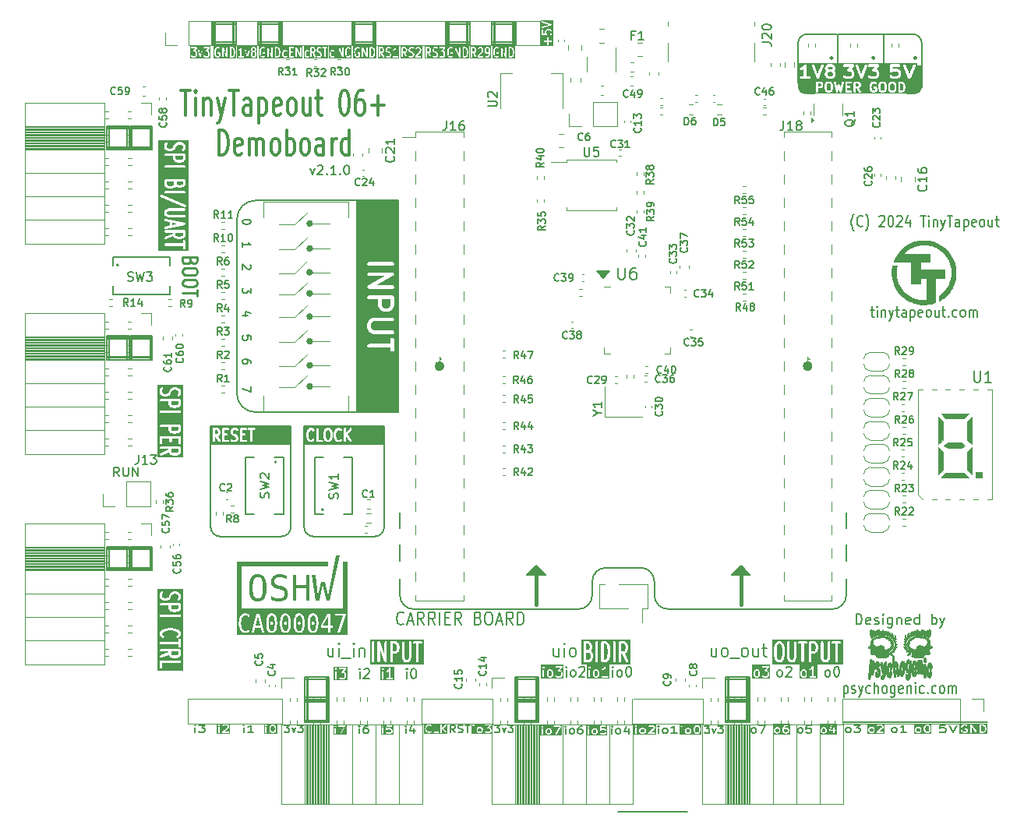
<source format=gbr>
%TF.GenerationSoftware,KiCad,Pcbnew,8.0.7-8.0.7-0~ubuntu22.04.1*%
%TF.CreationDate,2024-12-10T15:43:45-05:00*%
%TF.ProjectId,tinytapeout-demo,74696e79-7461-4706-956f-75742d64656d,2.1.0*%
%TF.SameCoordinates,PX38be5e0PY7d687e0*%
%TF.FileFunction,Legend,Top*%
%TF.FilePolarity,Positive*%
%FSLAX46Y46*%
G04 Gerber Fmt 4.6, Leading zero omitted, Abs format (unit mm)*
G04 Created by KiCad (PCBNEW 8.0.7-8.0.7-0~ubuntu22.04.1) date 2024-12-10 15:43:45*
%MOMM*%
%LPD*%
G01*
G04 APERTURE LIST*
%ADD10C,0.200000*%
%ADD11C,0.150000*%
%ADD12C,0.825000*%
%ADD13C,0.180000*%
%ADD14C,0.300000*%
%ADD15C,0.050000*%
%ADD16C,0.400000*%
%ADD17C,0.100000*%
%ADD18C,0.080000*%
%ADD19C,0.275000*%
%ADD20C,0.250000*%
%ADD21C,0.375000*%
%ADD22C,0.170000*%
%ADD23C,0.225000*%
%ADD24C,0.120000*%
%ADD25C,0.000000*%
%ADD26C,0.500000*%
%ADD27C,0.240000*%
%ADD28C,0.010000*%
G04 APERTURE END LIST*
D10*
X128300000Y-130200000D02*
X128300000Y-127800000D01*
X85000000Y-127800000D02*
X82400000Y-127800000D01*
D11*
X88000000Y-90000000D02*
X92500000Y-90000000D01*
X92500000Y-96500000D01*
X88000000Y-96500000D01*
X88000000Y-90000000D01*
G36*
X88000000Y-90000000D02*
G01*
X92500000Y-90000000D01*
X92500000Y-96500000D01*
X88000000Y-96500000D01*
X88000000Y-90000000D01*
G37*
D12*
X137162500Y-61100000D02*
G75*
G02*
X136337500Y-61100000I-412500J0D01*
G01*
X136337500Y-61100000D02*
G75*
G02*
X137162500Y-61100000I412500J0D01*
G01*
D10*
X128100000Y-125300000D02*
X128100000Y-127700000D01*
X105200000Y-127800000D02*
X105200000Y-130200000D01*
X84800000Y-127700000D02*
X84800000Y-125300000D01*
X60900000Y-90600000D02*
X63300000Y-90600000D01*
X85000000Y-125500000D02*
X82400000Y-125500000D01*
X130700000Y-128000000D02*
X128100000Y-128000000D01*
D11*
X91000000Y-109000000D02*
X91000000Y-100000000D01*
D10*
X60900000Y-111100000D02*
X60900000Y-113700000D01*
X82600000Y-130200000D02*
X82600000Y-127800000D01*
D13*
X77350000Y-100000000D02*
X72150000Y-100000000D01*
D10*
X63400000Y-65700000D02*
X65800000Y-65700000D01*
D11*
X114800000Y-81900000D02*
X114100000Y-81200000D01*
X115500000Y-81200000D01*
X114800000Y-81900000D01*
G36*
X114800000Y-81900000D02*
G01*
X114100000Y-81200000D01*
X115500000Y-81200000D01*
X114800000Y-81900000D01*
G37*
X135957107Y-56307107D02*
X135957107Y-60700000D01*
D10*
X63400000Y-67700000D02*
X65800000Y-67700000D01*
X84700000Y-130200000D02*
X84700000Y-127800000D01*
D11*
X88000000Y-73500000D02*
X92500000Y-73500000D01*
X92500000Y-80000000D01*
X88000000Y-80000000D01*
X88000000Y-73500000D01*
G36*
X88000000Y-73500000D02*
G01*
X92500000Y-73500000D01*
X92500000Y-80000000D01*
X88000000Y-80000000D01*
X88000000Y-73500000D01*
G37*
D10*
X87800000Y-56500000D02*
X87800000Y-54100000D01*
X65800000Y-90800000D02*
X65800000Y-88200000D01*
D11*
X90000000Y-110000001D02*
X83300001Y-110000001D01*
D10*
X74700000Y-56500000D02*
X74700000Y-54100000D01*
D11*
X115100000Y-113400000D02*
X118850000Y-113400000D01*
D10*
X63600000Y-88200000D02*
X63600000Y-90800000D01*
X130700000Y-125500000D02*
X128100000Y-125500000D01*
D11*
X92500000Y-73500000D02*
X77000000Y-73500000D01*
D10*
X85000000Y-127700000D02*
X85000000Y-125300000D01*
X63300000Y-68000000D02*
X63300000Y-65400000D01*
X107800000Y-128000000D02*
X105200000Y-128000000D01*
X97700000Y-54100000D02*
X97700000Y-56500000D01*
D14*
X92300000Y-79750000D02*
X92300000Y-90250000D01*
D10*
X130700000Y-125300000D02*
X128100000Y-125300000D01*
D15*
X149450000Y-60800000D02*
X148950000Y-60800000D01*
X148950000Y-58800000D01*
X149450000Y-58800000D01*
X149450000Y-60800000D01*
G36*
X149450000Y-60800000D02*
G01*
X148950000Y-60800000D01*
X148950000Y-58800000D01*
X149450000Y-58800000D01*
X149450000Y-60800000D01*
G37*
D10*
X79900000Y-54100000D02*
X77300000Y-54100000D01*
D11*
X87600000Y-98000000D02*
X90800000Y-98000000D01*
X90800000Y-100000000D01*
X87600000Y-100000000D01*
X87600000Y-98000000D01*
G36*
X87600000Y-98000000D02*
G01*
X90800000Y-98000000D01*
X90800000Y-100000000D01*
X87600000Y-100000000D01*
X87600000Y-98000000D01*
G37*
D10*
X77600000Y-56500000D02*
X77600000Y-54100000D01*
D11*
X141200000Y-109150000D02*
X141200000Y-107400000D01*
D15*
X137750000Y-61900000D02*
X136900000Y-61900000D01*
X136900000Y-60600000D01*
X137750000Y-60600000D01*
X137750000Y-61900000D01*
G36*
X137750000Y-61900000D02*
G01*
X136900000Y-61900000D01*
X136900000Y-60600000D01*
X137750000Y-60600000D01*
X137750000Y-61900000D01*
G37*
D11*
X145300000Y-55400000D02*
X145300000Y-60400000D01*
D10*
X63600000Y-111100000D02*
X63600000Y-113700000D01*
X74600000Y-56500000D02*
X74600000Y-54100000D01*
X63400000Y-111300000D02*
X65800000Y-111300000D01*
X105100000Y-56500000D02*
X105100000Y-54100000D01*
X63100000Y-113700000D02*
X63100000Y-111100000D01*
D11*
X77000000Y-96500000D02*
G75*
G02*
X75000000Y-94500000I0J2000000D01*
G01*
D10*
X107600000Y-130200000D02*
X107600000Y-127800000D01*
X63400000Y-113700000D02*
X65800000Y-113700000D01*
X100100000Y-56500000D02*
X100100000Y-54100000D01*
D11*
X91000000Y-100000000D02*
X89400000Y-100000000D01*
X135957107Y-56407107D02*
G75*
G02*
X136957107Y-55407107I999993J7D01*
G01*
X140200000Y-55400000D02*
X136950000Y-55400000D01*
D10*
X105200000Y-127700000D02*
X107800000Y-127700000D01*
X90100000Y-54300000D02*
X87500000Y-54300000D01*
X79600000Y-56500000D02*
X79600000Y-54100000D01*
D11*
X94200000Y-117900000D02*
X112080000Y-117900000D01*
D10*
X63400000Y-111400000D02*
X65800000Y-111400000D01*
D15*
X137750000Y-61200000D02*
X135950000Y-61200000D01*
X135950000Y-60350000D01*
X137750000Y-60350000D01*
X137750000Y-61200000D01*
G36*
X137750000Y-61200000D02*
G01*
X135950000Y-61200000D01*
X135950000Y-60350000D01*
X137750000Y-60350000D01*
X137750000Y-61200000D01*
G37*
D11*
X77150000Y-98000000D02*
X80650000Y-98000000D01*
X80650000Y-100000000D01*
X77150000Y-100000000D01*
X77150000Y-98000000D01*
G36*
X77150000Y-98000000D02*
G01*
X80650000Y-98000000D01*
X80650000Y-100000000D01*
X77150000Y-100000000D01*
X77150000Y-98000000D01*
G37*
D10*
X63400000Y-88200000D02*
X63400000Y-90800000D01*
X65800000Y-68000000D02*
X65800000Y-65400000D01*
X63300000Y-113700000D02*
X63300000Y-111100000D01*
X63400000Y-67800000D02*
X65800000Y-67800000D01*
D11*
X75000000Y-75500000D02*
X75000000Y-94500000D01*
D10*
X128100000Y-127500000D02*
X130700000Y-127500000D01*
X82400000Y-127500000D02*
X85000000Y-127500000D01*
D11*
X92700000Y-112650000D02*
X92700000Y-110900000D01*
D10*
X107800000Y-125500000D02*
X105200000Y-125500000D01*
D11*
X116400000Y-139900000D02*
X123900000Y-139900000D01*
D15*
X149450000Y-61200000D02*
X147800000Y-61200000D01*
X147800000Y-60350000D01*
X149450000Y-60350000D01*
X149450000Y-61200000D01*
G36*
X149450000Y-61200000D02*
G01*
X147800000Y-61200000D01*
X147800000Y-60350000D01*
X149450000Y-60350000D01*
X149450000Y-61200000D01*
G37*
D10*
X60900000Y-65600000D02*
X63300000Y-65600000D01*
D11*
X121850000Y-117900000D02*
G75*
G02*
X120350000Y-116400000I0J1500000D01*
G01*
D10*
X130400000Y-130200000D02*
X130400000Y-127800000D01*
D16*
X107500000Y-113900000D02*
X107500000Y-117400000D01*
D10*
X63400000Y-90600000D02*
X65800000Y-90600000D01*
X65800000Y-113700000D02*
X65800000Y-111100000D01*
D11*
X149400000Y-56400000D02*
X149400000Y-60800000D01*
D10*
X107800000Y-127800000D02*
X105200000Y-127800000D01*
X60900000Y-68000000D02*
X63300000Y-68000000D01*
X128400000Y-130200000D02*
X128400000Y-127800000D01*
X72500000Y-56500000D02*
X72500000Y-54100000D01*
X60900000Y-90800000D02*
X63300000Y-90800000D01*
X82400000Y-130200000D02*
X85000000Y-130200000D01*
X107500000Y-130200000D02*
X107500000Y-127800000D01*
D11*
X140845000Y-130205000D02*
X156500000Y-130205000D01*
D10*
X107600000Y-127700000D02*
X107600000Y-125300000D01*
D11*
X92700000Y-116400000D02*
X92700000Y-114650000D01*
D10*
X79900000Y-56500000D02*
X79900000Y-54100000D01*
X87500000Y-54100000D02*
X87500000Y-56500000D01*
X89800000Y-56500000D02*
X89800000Y-54100000D01*
X82400000Y-127700000D02*
X85000000Y-127700000D01*
X90100000Y-54100000D02*
X87500000Y-54100000D01*
D11*
X121830000Y-117900000D02*
X139700000Y-117900000D01*
D10*
X97700000Y-56500000D02*
X100300000Y-56500000D01*
X60900000Y-113500000D02*
X63300000Y-113500000D01*
D11*
X79850000Y-110000001D02*
X73150001Y-110000001D01*
D10*
X87700000Y-56500000D02*
X87700000Y-54100000D01*
X63400000Y-113400000D02*
X65800000Y-113400000D01*
X63300000Y-65400000D02*
X60900000Y-65400000D01*
X60900000Y-111400000D02*
X63300000Y-111400000D01*
X65800000Y-65400000D02*
X63400000Y-65400000D01*
X105400000Y-127700000D02*
X105400000Y-125300000D01*
X79900000Y-54300000D02*
X77300000Y-54300000D01*
X63400000Y-65600000D02*
X65800000Y-65600000D01*
X72300000Y-54100000D02*
X72300000Y-56500000D01*
D11*
X113600000Y-116400000D02*
X113600000Y-114900000D01*
D10*
X84800000Y-130200000D02*
X84800000Y-127800000D01*
X130500000Y-127700000D02*
X130500000Y-125300000D01*
X63400000Y-88400000D02*
X65800000Y-88400000D01*
X77300000Y-54100000D02*
X77300000Y-56500000D01*
D11*
X80850000Y-98000000D02*
X72150000Y-98000000D01*
D10*
X107800000Y-130200000D02*
X107800000Y-127800000D01*
X100300000Y-54100000D02*
X97700000Y-54100000D01*
X74900000Y-54300000D02*
X72300000Y-54300000D01*
X128100000Y-127700000D02*
X130700000Y-127700000D01*
X82400000Y-125300000D02*
X82400000Y-127700000D01*
D11*
X80650000Y-98000000D02*
X80850000Y-98000000D01*
X80850000Y-99900000D01*
X80650000Y-99900000D01*
X80650000Y-98000000D01*
G36*
X80650000Y-98000000D02*
G01*
X80850000Y-98000000D01*
X80850000Y-99900000D01*
X80650000Y-99900000D01*
X80650000Y-98000000D01*
G37*
D10*
X77300000Y-56500000D02*
X79900000Y-56500000D01*
D15*
X148600000Y-61900000D02*
X147750000Y-61900000D01*
X147750000Y-60600000D01*
X148600000Y-60600000D01*
X148600000Y-61900000D01*
G36*
X148600000Y-61900000D02*
G01*
X147750000Y-61900000D01*
X147750000Y-60600000D01*
X148600000Y-60600000D01*
X148600000Y-61900000D01*
G37*
D11*
X145250000Y-55400000D02*
X148400000Y-55400000D01*
D10*
X130700000Y-130200000D02*
X130700000Y-127800000D01*
X130700000Y-127700000D02*
X130700000Y-125300000D01*
X82600000Y-127700000D02*
X82600000Y-125300000D01*
X107500000Y-127700000D02*
X107500000Y-125300000D01*
X65600000Y-90800000D02*
X65600000Y-88200000D01*
D11*
X91000000Y-109000000D02*
G75*
G02*
X90000000Y-110000000I-1000000J0D01*
G01*
D10*
X63100000Y-90800000D02*
X63100000Y-88200000D01*
D12*
X149062500Y-61100000D02*
G75*
G02*
X148237500Y-61100000I-412500J0D01*
G01*
X148237500Y-61100000D02*
G75*
G02*
X149062500Y-61100000I412500J0D01*
G01*
D11*
X120350000Y-114900000D02*
X120350000Y-116400000D01*
D10*
X60900000Y-90500000D02*
X63300000Y-90500000D01*
X100300000Y-56500000D02*
X100300000Y-54100000D01*
X130700000Y-127800000D02*
X128100000Y-127800000D01*
X97900000Y-56500000D02*
X97900000Y-54100000D01*
X63400000Y-68000000D02*
X65800000Y-68000000D01*
X74900000Y-54100000D02*
X72300000Y-54100000D01*
X63300000Y-88200000D02*
X60900000Y-88200000D01*
D11*
X92700000Y-109150000D02*
X92700000Y-107400000D01*
X80850000Y-100000000D02*
X79250000Y-100000000D01*
D10*
X79700000Y-56500000D02*
X79700000Y-54100000D01*
D11*
X118850000Y-113400000D02*
G75*
G02*
X120350000Y-114900000I0J-1500000D01*
G01*
D10*
X105200000Y-125300000D02*
X105200000Y-127700000D01*
D11*
X88000000Y-80000000D02*
X89025400Y-80000000D01*
X89025400Y-90000000D01*
X88000000Y-90000000D01*
X88000000Y-80000000D01*
G36*
X88000000Y-80000000D02*
G01*
X89025400Y-80000000D01*
X89025400Y-90000000D01*
X88000000Y-90000000D01*
X88000000Y-80000000D01*
G37*
D17*
X137750000Y-60400000D02*
X149350000Y-60400000D01*
X149350000Y-60492006D01*
X137750000Y-60492006D01*
X137750000Y-60400000D01*
D10*
X103000000Y-56500000D02*
X103000000Y-54100000D01*
X100300000Y-54300000D02*
X97700000Y-54300000D01*
D11*
X141200000Y-112650000D02*
X141200000Y-110900000D01*
D10*
X98000000Y-56500000D02*
X98000000Y-54100000D01*
D11*
X108500000Y-114150000D02*
X106500000Y-114150000D01*
X107500000Y-113150000D01*
X108500000Y-114150000D01*
G36*
X108500000Y-114150000D02*
G01*
X106500000Y-114150000D01*
X107500000Y-113150000D01*
X108500000Y-114150000D01*
G37*
X80850000Y-109000000D02*
X80850000Y-100000000D01*
D10*
X63300000Y-90800000D02*
X63300000Y-88200000D01*
X60900000Y-65700000D02*
X63300000Y-65700000D01*
D11*
X140300000Y-58800000D02*
X140300000Y-55400000D01*
X94200000Y-117900000D02*
G75*
G02*
X92700000Y-116400000I0J1500000D01*
G01*
D10*
X65600000Y-68000000D02*
X65600000Y-65400000D01*
D11*
X140300000Y-55400000D02*
X145300000Y-55400000D01*
D10*
X63400000Y-113500000D02*
X65800000Y-113500000D01*
X102700000Y-56300000D02*
X105300000Y-56300000D01*
X72300000Y-56300000D02*
X74900000Y-56300000D01*
X105300000Y-54100000D02*
X102700000Y-54100000D01*
X102900000Y-56500000D02*
X102900000Y-54100000D01*
X60900000Y-113700000D02*
X63300000Y-113700000D01*
X82400000Y-127800000D02*
X82400000Y-130200000D01*
X65600000Y-113700000D02*
X65600000Y-111100000D01*
D11*
X113600000Y-116400000D02*
G75*
G02*
X112100000Y-117900000I-1500000J0D01*
G01*
D10*
X128300000Y-127700000D02*
X128300000Y-125300000D01*
D18*
X145850000Y-60400000D02*
X144900000Y-60400000D01*
X144900000Y-58550000D01*
X145850000Y-58550000D01*
X145850000Y-60400000D01*
G36*
X145850000Y-60400000D02*
G01*
X144900000Y-60400000D01*
X144900000Y-58550000D01*
X145850000Y-58550000D01*
X145850000Y-60400000D01*
G37*
D10*
X63100000Y-68000000D02*
X63100000Y-65400000D01*
X102700000Y-54100000D02*
X102700000Y-56500000D01*
D11*
X148400000Y-55400000D02*
G75*
G02*
X149400000Y-56400000I0J-1000000D01*
G01*
D10*
X128100000Y-130200000D02*
X130700000Y-130200000D01*
X105300000Y-54300000D02*
X102700000Y-54300000D01*
X63400000Y-65400000D02*
X63400000Y-68000000D01*
X128100000Y-127800000D02*
X128100000Y-130200000D01*
X61100000Y-88200000D02*
X61100000Y-90800000D01*
X63600000Y-65400000D02*
X63600000Y-68000000D01*
D11*
X130750000Y-114150000D02*
X128750000Y-114150000D01*
X129750000Y-113150000D01*
X130750000Y-114150000D01*
G36*
X130750000Y-114150000D02*
G01*
X128750000Y-114150000D01*
X129750000Y-113150000D01*
X130750000Y-114150000D01*
G37*
D10*
X87500000Y-56500000D02*
X90100000Y-56500000D01*
X82400000Y-130000000D02*
X85000000Y-130000000D01*
X63400000Y-111100000D02*
X63400000Y-113700000D01*
X89900000Y-56500000D02*
X89900000Y-54100000D01*
X97700000Y-56300000D02*
X100300000Y-56300000D01*
X60900000Y-111300000D02*
X63300000Y-111300000D01*
X87500000Y-56300000D02*
X90100000Y-56300000D01*
D11*
X77000000Y-96500000D02*
X92500000Y-96500000D01*
X72150000Y-98100000D02*
X72150000Y-109000000D01*
D10*
X60900000Y-113400000D02*
X63300000Y-113400000D01*
X74900000Y-56500000D02*
X74900000Y-54100000D01*
X60900000Y-88500000D02*
X63300000Y-88500000D01*
X63400000Y-90500000D02*
X65800000Y-90500000D01*
D13*
X87500000Y-100000000D02*
X82300000Y-100000000D01*
D10*
X90100000Y-56500000D02*
X90100000Y-54100000D01*
D11*
X83300001Y-110000001D02*
G75*
G02*
X82299999Y-109000001I-1J1000001D01*
G01*
D10*
X61100000Y-65400000D02*
X61100000Y-68000000D01*
X77300000Y-56300000D02*
X79900000Y-56300000D01*
X82700000Y-130200000D02*
X82700000Y-127800000D01*
X60900000Y-67700000D02*
X63300000Y-67700000D01*
D11*
X82300000Y-98100000D02*
X82300000Y-109000000D01*
D10*
X82700000Y-127700000D02*
X82700000Y-125300000D01*
D11*
X75000000Y-75500000D02*
G75*
G02*
X77000000Y-73500000I2000000J0D01*
G01*
D16*
X129750000Y-113900000D02*
X129750000Y-117400000D01*
D10*
X60900000Y-88400000D02*
X63300000Y-88400000D01*
D11*
X80850000Y-109000000D02*
G75*
G02*
X79850000Y-110000000I-1000000J0D01*
G01*
D10*
X85000000Y-128000000D02*
X82400000Y-128000000D01*
X72600000Y-56500000D02*
X72600000Y-54100000D01*
D11*
X113600000Y-114900000D02*
G75*
G02*
X115100000Y-113400000I1500000J0D01*
G01*
D10*
X105200000Y-130000000D02*
X107800000Y-130000000D01*
X60900000Y-88200000D02*
X60900000Y-90800000D01*
D11*
X141200000Y-116400000D02*
G75*
G02*
X139700000Y-117900000I-1500000J0D01*
G01*
D10*
X102700000Y-56500000D02*
X105300000Y-56500000D01*
X130400000Y-127700000D02*
X130400000Y-125300000D01*
X105400000Y-130200000D02*
X105400000Y-127800000D01*
X61100000Y-111100000D02*
X61100000Y-113700000D01*
X63400000Y-90800000D02*
X65800000Y-90800000D01*
X105300000Y-56500000D02*
X105300000Y-54100000D01*
X84700000Y-127700000D02*
X84700000Y-125300000D01*
X63400000Y-88500000D02*
X65800000Y-88500000D01*
X85000000Y-130200000D02*
X85000000Y-127800000D01*
X105000000Y-56500000D02*
X105000000Y-54100000D01*
X130500000Y-130200000D02*
X130500000Y-127800000D01*
X65800000Y-111100000D02*
X63400000Y-111100000D01*
X105500000Y-127700000D02*
X105500000Y-125300000D01*
D11*
X141200000Y-116400000D02*
X141200000Y-114650000D01*
D10*
X60900000Y-67800000D02*
X63300000Y-67800000D01*
D11*
X91000000Y-98000000D02*
X82300000Y-98000000D01*
D10*
X100000000Y-56500000D02*
X100000000Y-54100000D01*
X60900000Y-65400000D02*
X60900000Y-68000000D01*
X107800000Y-125300000D02*
X105200000Y-125300000D01*
D15*
X140700000Y-60550000D02*
X140150000Y-60550000D01*
X140150000Y-58550000D01*
X140700000Y-58550000D01*
X140700000Y-60550000D01*
G36*
X140700000Y-60550000D02*
G01*
X140150000Y-60550000D01*
X140150000Y-58550000D01*
X140700000Y-58550000D01*
X140700000Y-60550000D01*
G37*
D10*
X128100000Y-130000000D02*
X130700000Y-130000000D01*
X77500000Y-56500000D02*
X77500000Y-54100000D01*
X107800000Y-127700000D02*
X107800000Y-125300000D01*
X105200000Y-130200000D02*
X107800000Y-130200000D01*
D11*
X92500000Y-73500000D02*
X92500000Y-96500000D01*
D10*
X128400000Y-127700000D02*
X128400000Y-125300000D01*
X85000000Y-125300000D02*
X82400000Y-125300000D01*
X65800000Y-88200000D02*
X63400000Y-88200000D01*
X72300000Y-56500000D02*
X74900000Y-56500000D01*
X105200000Y-127500000D02*
X107800000Y-127500000D01*
D11*
X73150001Y-110000001D02*
G75*
G02*
X72149999Y-109000001I-1J1000001D01*
G01*
D10*
X105500000Y-130200000D02*
X105500000Y-127800000D01*
X63300000Y-111100000D02*
X60900000Y-111100000D01*
D11*
X90800000Y-98000000D02*
X91000000Y-98000000D01*
X91000000Y-99900000D01*
X90800000Y-99900000D01*
X90800000Y-98000000D01*
G36*
X90800000Y-98000000D02*
G01*
X91000000Y-98000000D01*
X91000000Y-99900000D01*
X90800000Y-99900000D01*
X90800000Y-98000000D01*
G37*
D10*
X76494042Y-91181429D02*
X76494042Y-91010000D01*
X76494042Y-91010000D02*
X76451185Y-90924286D01*
X76451185Y-90924286D02*
X76408328Y-90881429D01*
X76408328Y-90881429D02*
X76279757Y-90795714D01*
X76279757Y-90795714D02*
X76108328Y-90752857D01*
X76108328Y-90752857D02*
X75765471Y-90752857D01*
X75765471Y-90752857D02*
X75679757Y-90795714D01*
X75679757Y-90795714D02*
X75636900Y-90838571D01*
X75636900Y-90838571D02*
X75594042Y-90924286D01*
X75594042Y-90924286D02*
X75594042Y-91095714D01*
X75594042Y-91095714D02*
X75636900Y-91181429D01*
X75636900Y-91181429D02*
X75679757Y-91224286D01*
X75679757Y-91224286D02*
X75765471Y-91267143D01*
X75765471Y-91267143D02*
X75979757Y-91267143D01*
X75979757Y-91267143D02*
X76065471Y-91224286D01*
X76065471Y-91224286D02*
X76108328Y-91181429D01*
X76108328Y-91181429D02*
X76151185Y-91095714D01*
X76151185Y-91095714D02*
X76151185Y-90924286D01*
X76151185Y-90924286D02*
X76108328Y-90838571D01*
X76108328Y-90838571D02*
X76065471Y-90795714D01*
X76065471Y-90795714D02*
X75979757Y-90752857D01*
D19*
G36*
X68621561Y-122789862D02*
G01*
X68571085Y-122852957D01*
X68510701Y-122890697D01*
X68357125Y-122938690D01*
X68113379Y-122938690D01*
X67959802Y-122890697D01*
X67899416Y-122852955D01*
X67848942Y-122789862D01*
X67848942Y-122499405D01*
X68621561Y-122499405D01*
X68621561Y-122789862D01*
G37*
G36*
X68621561Y-117789862D02*
G01*
X68571085Y-117852957D01*
X68510701Y-117890697D01*
X68357125Y-117938690D01*
X68113379Y-117938690D01*
X67959802Y-117890697D01*
X67899416Y-117852955D01*
X67848942Y-117789862D01*
X67848942Y-117499405D01*
X68621561Y-117499405D01*
X68621561Y-117789862D01*
G37*
G36*
X69118783Y-124564223D02*
G01*
X66399339Y-124564223D01*
X66399339Y-123611905D01*
X66621561Y-123611905D01*
X66621561Y-124207143D01*
X66624203Y-124233968D01*
X66644734Y-124283534D01*
X66682670Y-124321470D01*
X66732236Y-124342001D01*
X66785886Y-124342001D01*
X66835452Y-124321470D01*
X66873388Y-124283534D01*
X66893919Y-124233968D01*
X66896561Y-124207143D01*
X66896561Y-123749405D01*
X68759061Y-123749405D01*
X68785886Y-123746763D01*
X68835452Y-123726232D01*
X68873388Y-123688296D01*
X68893919Y-123638730D01*
X68893919Y-123585080D01*
X68873388Y-123535514D01*
X68835452Y-123497578D01*
X68785886Y-123477047D01*
X68759061Y-123474405D01*
X66759061Y-123474405D01*
X66732236Y-123477047D01*
X66682670Y-123497578D01*
X66644734Y-123535514D01*
X66624203Y-123585080D01*
X66621561Y-123611905D01*
X66399339Y-123611905D01*
X66399339Y-123052028D01*
X66623701Y-123052028D01*
X66624758Y-123105668D01*
X66646262Y-123154819D01*
X66684938Y-123192001D01*
X66734899Y-123211550D01*
X66788539Y-123210493D01*
X66814174Y-123202162D01*
X67577877Y-122868042D01*
X67583991Y-122882803D01*
X67589378Y-122901393D01*
X67595751Y-122911194D01*
X67597115Y-122914486D01*
X67599336Y-122916707D01*
X67604072Y-122923990D01*
X67699311Y-123043039D01*
X67710425Y-123054434D01*
X67712459Y-123057286D01*
X67715472Y-123059609D01*
X67718131Y-123062335D01*
X67721199Y-123064024D01*
X67733806Y-123073744D01*
X67829046Y-123133267D01*
X67834249Y-123135847D01*
X67836090Y-123137384D01*
X67844762Y-123141061D01*
X67853194Y-123145243D01*
X67855556Y-123145638D01*
X67860906Y-123147907D01*
X68051382Y-123207431D01*
X68062319Y-123209701D01*
X68065570Y-123211048D01*
X68071724Y-123211654D01*
X68077774Y-123212910D01*
X68081274Y-123212594D01*
X68092395Y-123213690D01*
X68378109Y-123213690D01*
X68389229Y-123212594D01*
X68392730Y-123212910D01*
X68398779Y-123211654D01*
X68404934Y-123211048D01*
X68408184Y-123209701D01*
X68419122Y-123207431D01*
X68609598Y-123147907D01*
X68614947Y-123145638D01*
X68617311Y-123145243D01*
X68625743Y-123141060D01*
X68634414Y-123137384D01*
X68636255Y-123135846D01*
X68641459Y-123133266D01*
X68736697Y-123073743D01*
X68749303Y-123064024D01*
X68752372Y-123062335D01*
X68755028Y-123059611D01*
X68758045Y-123057286D01*
X68760080Y-123054431D01*
X68771193Y-123043038D01*
X68866431Y-122923990D01*
X68871166Y-122916707D01*
X68873388Y-122914486D01*
X68874751Y-122911194D01*
X68881125Y-122901393D01*
X68886512Y-122882800D01*
X68893919Y-122864920D01*
X68895064Y-122853287D01*
X68896057Y-122849863D01*
X68895709Y-122846737D01*
X68896561Y-122838095D01*
X68896561Y-122361905D01*
X68893919Y-122335080D01*
X68873388Y-122285514D01*
X68835452Y-122247578D01*
X68785886Y-122227047D01*
X68759061Y-122224405D01*
X66759061Y-122224405D01*
X66732236Y-122227047D01*
X66682670Y-122247578D01*
X66644734Y-122285514D01*
X66624203Y-122335080D01*
X66624203Y-122388730D01*
X66644734Y-122438296D01*
X66682670Y-122476232D01*
X66732236Y-122496763D01*
X66759061Y-122499405D01*
X67573942Y-122499405D01*
X67573942Y-122569597D01*
X66703948Y-122950218D01*
X66680432Y-122963391D01*
X66643250Y-123002067D01*
X66623701Y-123052028D01*
X66399339Y-123052028D01*
X66399339Y-121561270D01*
X66624203Y-121561270D01*
X66624203Y-121614920D01*
X66644734Y-121664486D01*
X66682670Y-121702422D01*
X66732236Y-121722953D01*
X66759061Y-121725595D01*
X68621561Y-121725595D01*
X68621561Y-121945238D01*
X68624203Y-121972063D01*
X68644734Y-122021629D01*
X68682670Y-122059565D01*
X68732236Y-122080096D01*
X68785886Y-122080096D01*
X68835452Y-122059565D01*
X68873388Y-122021629D01*
X68893919Y-121972063D01*
X68896561Y-121945238D01*
X68896561Y-121230952D01*
X68893919Y-121204127D01*
X68873388Y-121154561D01*
X68835452Y-121116625D01*
X68785886Y-121096094D01*
X68732236Y-121096094D01*
X68682670Y-121116625D01*
X68644734Y-121154561D01*
X68624203Y-121204127D01*
X68621561Y-121230952D01*
X68621561Y-121450595D01*
X66759061Y-121450595D01*
X66732236Y-121453237D01*
X66682670Y-121473768D01*
X66644734Y-121511704D01*
X66624203Y-121561270D01*
X66399339Y-121561270D01*
X66399339Y-120516666D01*
X66621561Y-120516666D01*
X66621561Y-120635714D01*
X66624203Y-120662539D01*
X66626788Y-120668781D01*
X66627445Y-120675508D01*
X66637738Y-120700420D01*
X66732977Y-120878991D01*
X66747932Y-120901417D01*
X66754865Y-120907117D01*
X66760078Y-120914427D01*
X66781425Y-120930885D01*
X66876663Y-120990408D01*
X66900810Y-121002385D01*
X66953724Y-121011245D01*
X67005999Y-120999182D01*
X67049680Y-120968031D01*
X67078114Y-120922536D01*
X67086974Y-120869623D01*
X67074910Y-120817347D01*
X67043760Y-120773667D01*
X67022413Y-120757209D01*
X66958331Y-120717157D01*
X66896561Y-120601339D01*
X66896561Y-120551040D01*
X66958331Y-120435221D01*
X67102659Y-120345015D01*
X67266540Y-120293803D01*
X67626884Y-120237500D01*
X67891239Y-120237500D01*
X68251584Y-120293804D01*
X68415460Y-120345014D01*
X68559791Y-120435221D01*
X68621561Y-120551040D01*
X68621561Y-120601339D01*
X68559790Y-120717159D01*
X68495710Y-120757209D01*
X68474363Y-120773667D01*
X68443212Y-120817347D01*
X68431149Y-120869623D01*
X68440009Y-120922536D01*
X68468443Y-120968031D01*
X68512123Y-120999182D01*
X68564399Y-121011245D01*
X68617312Y-121002385D01*
X68641460Y-120990409D01*
X68736698Y-120930885D01*
X68758045Y-120914427D01*
X68763256Y-120907119D01*
X68770192Y-120901417D01*
X68785146Y-120878991D01*
X68880385Y-120700420D01*
X68890677Y-120675507D01*
X68891333Y-120668781D01*
X68893919Y-120662539D01*
X68896561Y-120635714D01*
X68896561Y-120516666D01*
X68893919Y-120489841D01*
X68891333Y-120483598D01*
X68890677Y-120476873D01*
X68880385Y-120451960D01*
X68785146Y-120273389D01*
X68770192Y-120250963D01*
X68763258Y-120245262D01*
X68758046Y-120237953D01*
X68736698Y-120221496D01*
X68546222Y-120102447D01*
X68541014Y-120099864D01*
X68539175Y-120098329D01*
X68530506Y-120094653D01*
X68522074Y-120090471D01*
X68519711Y-120090075D01*
X68514360Y-120087806D01*
X68323883Y-120028283D01*
X68313937Y-120026217D01*
X68304098Y-120023672D01*
X67923146Y-119964148D01*
X67912514Y-119963543D01*
X67901919Y-119962500D01*
X67616204Y-119962500D01*
X67605608Y-119963543D01*
X67594977Y-119964148D01*
X67214025Y-120023672D01*
X67204185Y-120026217D01*
X67194240Y-120028283D01*
X67003764Y-120087806D01*
X66998416Y-120090073D01*
X66996049Y-120090470D01*
X66987605Y-120094658D01*
X66978948Y-120098329D01*
X66977109Y-120099863D01*
X66971901Y-120102447D01*
X66781425Y-120221495D01*
X66760078Y-120237953D01*
X66754865Y-120245262D01*
X66747932Y-120250963D01*
X66732977Y-120273389D01*
X66637738Y-120451960D01*
X66627445Y-120476872D01*
X66626788Y-120483598D01*
X66624203Y-120489841D01*
X66621561Y-120516666D01*
X66399339Y-120516666D01*
X66399339Y-118585080D01*
X66624203Y-118585080D01*
X66624203Y-118638730D01*
X66644734Y-118688296D01*
X66682670Y-118726232D01*
X66732236Y-118746763D01*
X66759061Y-118749405D01*
X68759061Y-118749405D01*
X68785886Y-118746763D01*
X68835452Y-118726232D01*
X68873388Y-118688296D01*
X68893919Y-118638730D01*
X68893919Y-118585080D01*
X68873388Y-118535514D01*
X68835452Y-118497578D01*
X68785886Y-118477047D01*
X68759061Y-118474405D01*
X66759061Y-118474405D01*
X66732236Y-118477047D01*
X66682670Y-118497578D01*
X66644734Y-118535514D01*
X66624203Y-118585080D01*
X66399339Y-118585080D01*
X66399339Y-117335080D01*
X66624203Y-117335080D01*
X66624203Y-117388730D01*
X66644734Y-117438296D01*
X66682670Y-117476232D01*
X66732236Y-117496763D01*
X66759061Y-117499405D01*
X67573942Y-117499405D01*
X67573942Y-117838095D01*
X67574793Y-117846742D01*
X67574447Y-117849863D01*
X67575437Y-117853282D01*
X67576584Y-117864920D01*
X67583991Y-117882803D01*
X67589378Y-117901393D01*
X67595751Y-117911194D01*
X67597115Y-117914486D01*
X67599336Y-117916707D01*
X67604072Y-117923990D01*
X67699311Y-118043039D01*
X67710425Y-118054434D01*
X67712459Y-118057286D01*
X67715472Y-118059609D01*
X67718131Y-118062335D01*
X67721199Y-118064024D01*
X67733806Y-118073744D01*
X67829046Y-118133267D01*
X67834249Y-118135847D01*
X67836090Y-118137384D01*
X67844762Y-118141061D01*
X67853194Y-118145243D01*
X67855556Y-118145638D01*
X67860906Y-118147907D01*
X68051382Y-118207431D01*
X68062319Y-118209701D01*
X68065570Y-118211048D01*
X68071724Y-118211654D01*
X68077774Y-118212910D01*
X68081274Y-118212594D01*
X68092395Y-118213690D01*
X68378109Y-118213690D01*
X68389229Y-118212594D01*
X68392730Y-118212910D01*
X68398779Y-118211654D01*
X68404934Y-118211048D01*
X68408184Y-118209701D01*
X68419122Y-118207431D01*
X68609598Y-118147907D01*
X68614947Y-118145638D01*
X68617311Y-118145243D01*
X68625743Y-118141060D01*
X68634414Y-118137384D01*
X68636255Y-118135846D01*
X68641459Y-118133266D01*
X68736697Y-118073743D01*
X68749303Y-118064024D01*
X68752372Y-118062335D01*
X68755028Y-118059611D01*
X68758045Y-118057286D01*
X68760080Y-118054431D01*
X68771193Y-118043038D01*
X68866431Y-117923990D01*
X68871166Y-117916707D01*
X68873388Y-117914486D01*
X68874751Y-117911194D01*
X68881125Y-117901393D01*
X68886512Y-117882800D01*
X68893919Y-117864920D01*
X68895064Y-117853287D01*
X68896057Y-117849863D01*
X68895709Y-117846737D01*
X68896561Y-117838095D01*
X68896561Y-117361905D01*
X68893919Y-117335080D01*
X68873388Y-117285514D01*
X68835452Y-117247578D01*
X68785886Y-117227047D01*
X68759061Y-117224405D01*
X66759061Y-117224405D01*
X66732236Y-117227047D01*
X66682670Y-117247578D01*
X66644734Y-117285514D01*
X66624203Y-117335080D01*
X66399339Y-117335080D01*
X66399339Y-116290476D01*
X66621561Y-116290476D01*
X66621561Y-116588095D01*
X66622412Y-116596742D01*
X66622066Y-116599864D01*
X66623056Y-116603284D01*
X66624203Y-116614920D01*
X66631609Y-116632801D01*
X66636997Y-116651394D01*
X66643371Y-116661195D01*
X66644734Y-116664486D01*
X66646955Y-116666707D01*
X66651692Y-116673991D01*
X66746931Y-116793039D01*
X66758044Y-116804433D01*
X66760078Y-116807285D01*
X66763091Y-116809608D01*
X66765751Y-116812335D01*
X66768820Y-116814025D01*
X66781425Y-116823743D01*
X66876663Y-116883266D01*
X66881868Y-116885848D01*
X66883710Y-116887385D01*
X66892376Y-116891059D01*
X66900810Y-116895243D01*
X66903175Y-116895639D01*
X66908526Y-116897908D01*
X67099002Y-116957431D01*
X67109939Y-116959702D01*
X67113189Y-116961048D01*
X67119338Y-116961653D01*
X67125394Y-116962911D01*
X67128899Y-116962595D01*
X67140014Y-116963690D01*
X67330490Y-116963690D01*
X67341604Y-116962595D01*
X67345110Y-116962911D01*
X67351165Y-116961653D01*
X67357315Y-116961048D01*
X67360564Y-116959702D01*
X67371502Y-116957431D01*
X67561979Y-116897908D01*
X67567330Y-116895638D01*
X67569693Y-116895243D01*
X67578125Y-116891060D01*
X67586794Y-116887385D01*
X67588633Y-116885849D01*
X67593841Y-116883267D01*
X67689079Y-116823743D01*
X67701683Y-116814025D01*
X67704753Y-116812335D01*
X67707412Y-116809608D01*
X67710426Y-116807285D01*
X67712459Y-116804433D01*
X67723574Y-116793038D01*
X67818812Y-116673990D01*
X67824325Y-116665510D01*
X67826692Y-116663086D01*
X67829812Y-116657073D01*
X67833506Y-116651393D01*
X67834449Y-116648138D01*
X67839108Y-116639161D01*
X67926777Y-116419986D01*
X67994656Y-116335137D01*
X68055040Y-116297397D01*
X68208617Y-116249405D01*
X68357125Y-116249405D01*
X68510701Y-116297397D01*
X68571085Y-116335137D01*
X68621561Y-116398232D01*
X68621561Y-116613244D01*
X68542500Y-116761484D01*
X68532207Y-116786396D01*
X68526998Y-116839793D01*
X68542618Y-116891118D01*
X68576691Y-116932559D01*
X68624029Y-116957806D01*
X68677426Y-116963015D01*
X68728751Y-116947395D01*
X68770192Y-116913322D01*
X68785146Y-116890896D01*
X68880385Y-116712325D01*
X68890677Y-116687412D01*
X68891333Y-116680686D01*
X68893919Y-116674444D01*
X68896561Y-116647619D01*
X68896561Y-116350000D01*
X68895709Y-116341357D01*
X68896057Y-116338232D01*
X68895064Y-116334807D01*
X68893919Y-116323175D01*
X68886512Y-116305294D01*
X68881125Y-116286702D01*
X68874751Y-116276900D01*
X68873388Y-116273609D01*
X68871166Y-116271387D01*
X68866431Y-116264105D01*
X68771193Y-116145057D01*
X68760080Y-116133663D01*
X68758045Y-116130809D01*
X68755028Y-116128483D01*
X68752372Y-116125760D01*
X68749303Y-116124070D01*
X68736697Y-116114352D01*
X68641459Y-116054829D01*
X68636255Y-116052248D01*
X68634414Y-116050711D01*
X68625743Y-116047034D01*
X68617311Y-116042852D01*
X68614947Y-116042456D01*
X68609598Y-116040188D01*
X68419122Y-115980664D01*
X68408184Y-115978393D01*
X68404934Y-115977047D01*
X68398779Y-115976440D01*
X68392730Y-115975185D01*
X68389229Y-115975500D01*
X68378109Y-115974405D01*
X68187633Y-115974405D01*
X68176512Y-115975500D01*
X68173012Y-115975185D01*
X68166962Y-115976440D01*
X68160808Y-115977047D01*
X68157557Y-115978393D01*
X68146620Y-115980664D01*
X67956144Y-116040188D01*
X67950794Y-116042456D01*
X67948431Y-116042852D01*
X67939998Y-116047034D01*
X67931328Y-116050711D01*
X67929486Y-116052248D01*
X67924283Y-116054829D01*
X67829045Y-116114352D01*
X67816438Y-116124070D01*
X67813370Y-116125760D01*
X67810713Y-116128483D01*
X67807697Y-116130809D01*
X67805660Y-116133663D01*
X67794550Y-116145056D01*
X67699311Y-116264104D01*
X67693796Y-116272584D01*
X67691430Y-116275009D01*
X67688311Y-116281018D01*
X67684616Y-116286701D01*
X67683672Y-116289957D01*
X67679014Y-116298934D01*
X67591342Y-116518111D01*
X67523465Y-116602958D01*
X67463079Y-116640699D01*
X67309507Y-116688690D01*
X67160998Y-116688690D01*
X67007424Y-116640699D01*
X66947036Y-116602956D01*
X66896561Y-116539862D01*
X66896561Y-116324850D01*
X66975623Y-116176611D01*
X66985916Y-116151699D01*
X66991126Y-116098303D01*
X66975505Y-116046978D01*
X66941432Y-116005537D01*
X66894094Y-115980289D01*
X66840698Y-115975079D01*
X66789373Y-115990700D01*
X66747932Y-116024773D01*
X66732977Y-116047199D01*
X66637738Y-116225770D01*
X66627445Y-116250682D01*
X66626788Y-116257408D01*
X66624203Y-116263651D01*
X66621561Y-116290476D01*
X66399339Y-116290476D01*
X66399339Y-115752183D01*
X69118783Y-115752183D01*
X69118783Y-124564223D01*
G37*
D11*
G36*
X133829559Y-130914566D02*
G01*
X133858520Y-130937735D01*
X133887969Y-130984852D01*
X133887969Y-131170403D01*
X133858520Y-131217520D01*
X133829557Y-131240691D01*
X133758049Y-131269295D01*
X133644080Y-131269295D01*
X133572570Y-131240691D01*
X133543607Y-131217519D01*
X133514160Y-131170403D01*
X133514160Y-130984852D01*
X133543608Y-130937735D01*
X133572569Y-130914566D01*
X133644079Y-130885961D01*
X133758048Y-130885961D01*
X133829559Y-130914566D01*
G37*
G36*
X134781940Y-130952661D02*
G01*
X134810901Y-130975830D01*
X134840350Y-131022947D01*
X134840350Y-131170403D01*
X134810901Y-131217520D01*
X134781938Y-131240691D01*
X134710430Y-131269295D01*
X134548842Y-131269295D01*
X134477332Y-131240691D01*
X134448369Y-131217519D01*
X134418922Y-131170403D01*
X134418922Y-131022947D01*
X134448370Y-130975830D01*
X134477332Y-130952660D01*
X134548842Y-130924057D01*
X134710430Y-130924057D01*
X134781940Y-130952661D01*
G37*
G36*
X135079239Y-131508184D02*
G01*
X133275271Y-131508184D01*
X133275271Y-130963342D01*
X133364160Y-130963342D01*
X133364160Y-131191914D01*
X133365601Y-131206546D01*
X133367994Y-131212323D01*
X133369027Y-131218492D01*
X133375560Y-131231664D01*
X133423179Y-131307854D01*
X133428479Y-131314728D01*
X133429401Y-131316403D01*
X133430888Y-131317853D01*
X133432156Y-131319498D01*
X133433710Y-131320606D01*
X133439926Y-131326669D01*
X133487546Y-131364765D01*
X133492170Y-131367772D01*
X133493494Y-131369064D01*
X133496774Y-131370766D01*
X133499871Y-131372780D01*
X133501646Y-131373294D01*
X133506544Y-131375836D01*
X133601781Y-131413931D01*
X133614299Y-131417562D01*
X133615004Y-131417854D01*
X133615460Y-131417898D01*
X133615902Y-131418027D01*
X133616666Y-131418017D01*
X133629636Y-131419295D01*
X133772493Y-131419295D01*
X133785462Y-131418017D01*
X133786227Y-131418027D01*
X133786668Y-131417898D01*
X133787125Y-131417854D01*
X133787829Y-131417562D01*
X133800347Y-131413931D01*
X133895585Y-131375836D01*
X133900482Y-131373294D01*
X133902258Y-131372780D01*
X133905355Y-131370765D01*
X133908635Y-131369064D01*
X133909957Y-131367773D01*
X133914584Y-131364765D01*
X133962203Y-131326668D01*
X133968416Y-131320607D01*
X133969973Y-131319498D01*
X133971241Y-131317853D01*
X133972728Y-131316403D01*
X133973650Y-131314728D01*
X133978950Y-131307854D01*
X134026569Y-131231664D01*
X134033102Y-131218492D01*
X134034134Y-131212323D01*
X134036528Y-131206546D01*
X134037969Y-131191914D01*
X134037969Y-130963342D01*
X134036528Y-130948710D01*
X134034134Y-130942932D01*
X134033102Y-130936764D01*
X134026569Y-130923592D01*
X134003794Y-130887152D01*
X134268922Y-130887152D01*
X134268922Y-131191914D01*
X134270363Y-131206546D01*
X134272756Y-131212323D01*
X134273789Y-131218492D01*
X134280322Y-131231664D01*
X134327941Y-131307854D01*
X134333241Y-131314728D01*
X134334163Y-131316403D01*
X134335650Y-131317853D01*
X134336918Y-131319498D01*
X134338472Y-131320606D01*
X134344688Y-131326669D01*
X134392308Y-131364765D01*
X134396932Y-131367772D01*
X134398256Y-131369064D01*
X134401536Y-131370766D01*
X134404633Y-131372780D01*
X134406408Y-131373294D01*
X134411306Y-131375836D01*
X134506543Y-131413931D01*
X134519061Y-131417562D01*
X134519766Y-131417854D01*
X134520222Y-131417898D01*
X134520664Y-131418027D01*
X134521428Y-131418017D01*
X134534398Y-131419295D01*
X134724874Y-131419295D01*
X134737843Y-131418017D01*
X134738608Y-131418027D01*
X134739049Y-131417898D01*
X134739506Y-131417854D01*
X134740210Y-131417562D01*
X134752728Y-131413931D01*
X134847966Y-131375836D01*
X134852863Y-131373294D01*
X134854639Y-131372780D01*
X134857736Y-131370765D01*
X134861016Y-131369064D01*
X134862338Y-131367773D01*
X134866965Y-131364765D01*
X134914584Y-131326668D01*
X134920797Y-131320607D01*
X134922354Y-131319498D01*
X134923622Y-131317853D01*
X134925109Y-131316403D01*
X134926031Y-131314728D01*
X134931331Y-131307854D01*
X134978950Y-131231664D01*
X134985483Y-131218492D01*
X134986515Y-131212323D01*
X134988909Y-131206546D01*
X134990350Y-131191914D01*
X134990350Y-131001438D01*
X134988909Y-130986806D01*
X134986515Y-130981028D01*
X134985483Y-130974860D01*
X134978950Y-130961688D01*
X134931331Y-130885497D01*
X134926032Y-130878624D01*
X134925109Y-130876947D01*
X134923619Y-130875494D01*
X134922354Y-130873853D01*
X134920799Y-130872744D01*
X134914583Y-130866682D01*
X134866964Y-130828587D01*
X134862339Y-130825579D01*
X134861016Y-130824288D01*
X134857737Y-130822586D01*
X134854638Y-130820571D01*
X134852860Y-130820056D01*
X134847966Y-130817516D01*
X134752728Y-130779421D01*
X134740210Y-130775789D01*
X134739506Y-130775498D01*
X134739049Y-130775453D01*
X134738608Y-130775325D01*
X134737843Y-130775334D01*
X134724874Y-130774057D01*
X134534398Y-130774057D01*
X134521428Y-130775334D01*
X134520664Y-130775325D01*
X134520222Y-130775453D01*
X134519766Y-130775498D01*
X134519061Y-130775789D01*
X134506543Y-130779421D01*
X134448967Y-130802451D01*
X134458686Y-130771350D01*
X134539548Y-130674316D01*
X134572570Y-130647898D01*
X134644080Y-130619295D01*
X134820112Y-130619295D01*
X134834744Y-130617854D01*
X134861780Y-130606655D01*
X134882472Y-130585963D01*
X134893671Y-130558927D01*
X134893671Y-130529663D01*
X134882472Y-130502627D01*
X134861780Y-130481935D01*
X134834744Y-130470736D01*
X134820112Y-130469295D01*
X134629636Y-130469295D01*
X134616666Y-130470572D01*
X134615902Y-130470563D01*
X134615460Y-130470691D01*
X134615004Y-130470736D01*
X134614299Y-130471027D01*
X134601781Y-130474659D01*
X134506544Y-130512754D01*
X134501649Y-130515294D01*
X134499872Y-130515809D01*
X134496772Y-130517824D01*
X134493494Y-130519526D01*
X134492170Y-130520817D01*
X134487546Y-130523825D01*
X134439927Y-130561920D01*
X134439747Y-130562094D01*
X134439637Y-130562153D01*
X134434507Y-130567205D01*
X134429402Y-130572185D01*
X134429342Y-130572293D01*
X134429162Y-130572471D01*
X134333924Y-130686757D01*
X134325732Y-130698818D01*
X134325695Y-130698864D01*
X134325683Y-130698891D01*
X134325664Y-130698920D01*
X134325643Y-130698984D01*
X134319955Y-130712401D01*
X134272336Y-130864781D01*
X134271097Y-130870747D01*
X134270363Y-130872520D01*
X134270032Y-130875874D01*
X134269347Y-130879177D01*
X134269519Y-130881088D01*
X134268922Y-130887152D01*
X134003794Y-130887152D01*
X133978950Y-130847402D01*
X133973651Y-130840529D01*
X133972728Y-130838852D01*
X133971238Y-130837399D01*
X133969973Y-130835758D01*
X133968418Y-130834649D01*
X133962202Y-130828587D01*
X133914583Y-130790492D01*
X133909958Y-130787484D01*
X133908636Y-130786194D01*
X133905360Y-130784494D01*
X133902257Y-130782476D01*
X133900477Y-130781960D01*
X133895586Y-130779422D01*
X133800348Y-130741325D01*
X133787829Y-130737693D01*
X133787125Y-130737402D01*
X133786668Y-130737357D01*
X133786227Y-130737229D01*
X133785462Y-130737238D01*
X133772493Y-130735961D01*
X133629636Y-130735961D01*
X133616666Y-130737238D01*
X133615902Y-130737229D01*
X133615460Y-130737357D01*
X133615004Y-130737402D01*
X133614299Y-130737693D01*
X133601781Y-130741325D01*
X133506543Y-130779421D01*
X133501648Y-130781961D01*
X133499872Y-130782476D01*
X133496770Y-130784492D01*
X133493493Y-130786194D01*
X133492170Y-130787484D01*
X133487546Y-130790492D01*
X133439927Y-130828587D01*
X133433712Y-130834648D01*
X133432156Y-130835758D01*
X133430888Y-130837402D01*
X133429402Y-130838852D01*
X133428480Y-130840525D01*
X133423179Y-130847402D01*
X133375560Y-130923592D01*
X133369027Y-130936764D01*
X133367994Y-130942932D01*
X133365601Y-130948710D01*
X133364160Y-130963342D01*
X133275271Y-130963342D01*
X133275271Y-130380406D01*
X135079239Y-130380406D01*
X135079239Y-131508184D01*
G37*
D20*
X69946904Y-80071428D02*
X69870714Y-80242856D01*
X69870714Y-80242856D02*
X69794523Y-80299999D01*
X69794523Y-80299999D02*
X69642142Y-80357142D01*
X69642142Y-80357142D02*
X69413571Y-80357142D01*
X69413571Y-80357142D02*
X69261190Y-80299999D01*
X69261190Y-80299999D02*
X69185000Y-80242856D01*
X69185000Y-80242856D02*
X69108809Y-80128571D01*
X69108809Y-80128571D02*
X69108809Y-79671428D01*
X69108809Y-79671428D02*
X70708809Y-79671428D01*
X70708809Y-79671428D02*
X70708809Y-80071428D01*
X70708809Y-80071428D02*
X70632619Y-80185714D01*
X70632619Y-80185714D02*
X70556428Y-80242856D01*
X70556428Y-80242856D02*
X70404047Y-80299999D01*
X70404047Y-80299999D02*
X70251666Y-80299999D01*
X70251666Y-80299999D02*
X70099285Y-80242856D01*
X70099285Y-80242856D02*
X70023095Y-80185714D01*
X70023095Y-80185714D02*
X69946904Y-80071428D01*
X69946904Y-80071428D02*
X69946904Y-79671428D01*
X70708809Y-81099999D02*
X70708809Y-81328571D01*
X70708809Y-81328571D02*
X70632619Y-81442856D01*
X70632619Y-81442856D02*
X70480238Y-81557142D01*
X70480238Y-81557142D02*
X70175476Y-81614285D01*
X70175476Y-81614285D02*
X69642142Y-81614285D01*
X69642142Y-81614285D02*
X69337380Y-81557142D01*
X69337380Y-81557142D02*
X69185000Y-81442856D01*
X69185000Y-81442856D02*
X69108809Y-81328571D01*
X69108809Y-81328571D02*
X69108809Y-81099999D01*
X69108809Y-81099999D02*
X69185000Y-80985714D01*
X69185000Y-80985714D02*
X69337380Y-80871428D01*
X69337380Y-80871428D02*
X69642142Y-80814285D01*
X69642142Y-80814285D02*
X70175476Y-80814285D01*
X70175476Y-80814285D02*
X70480238Y-80871428D01*
X70480238Y-80871428D02*
X70632619Y-80985714D01*
X70632619Y-80985714D02*
X70708809Y-81099999D01*
X70708809Y-82357142D02*
X70708809Y-82585714D01*
X70708809Y-82585714D02*
X70632619Y-82699999D01*
X70632619Y-82699999D02*
X70480238Y-82814285D01*
X70480238Y-82814285D02*
X70175476Y-82871428D01*
X70175476Y-82871428D02*
X69642142Y-82871428D01*
X69642142Y-82871428D02*
X69337380Y-82814285D01*
X69337380Y-82814285D02*
X69185000Y-82699999D01*
X69185000Y-82699999D02*
X69108809Y-82585714D01*
X69108809Y-82585714D02*
X69108809Y-82357142D01*
X69108809Y-82357142D02*
X69185000Y-82242857D01*
X69185000Y-82242857D02*
X69337380Y-82128571D01*
X69337380Y-82128571D02*
X69642142Y-82071428D01*
X69642142Y-82071428D02*
X70175476Y-82071428D01*
X70175476Y-82071428D02*
X70480238Y-82128571D01*
X70480238Y-82128571D02*
X70632619Y-82242857D01*
X70632619Y-82242857D02*
X70708809Y-82357142D01*
X70708809Y-83214285D02*
X70708809Y-83900000D01*
X69108809Y-83557142D02*
X70708809Y-83557142D01*
D11*
X120798684Y-131394295D02*
X120798684Y-130860961D01*
X120798684Y-130594295D02*
X120748684Y-130632390D01*
X120748684Y-130632390D02*
X120798684Y-130670485D01*
X120798684Y-130670485D02*
X120848684Y-130632390D01*
X120848684Y-130632390D02*
X120798684Y-130594295D01*
X120798684Y-130594295D02*
X120798684Y-130670485D01*
X121448684Y-131394295D02*
X121348684Y-131356200D01*
X121348684Y-131356200D02*
X121298684Y-131318104D01*
X121298684Y-131318104D02*
X121248684Y-131241914D01*
X121248684Y-131241914D02*
X121248684Y-131013342D01*
X121248684Y-131013342D02*
X121298684Y-130937152D01*
X121298684Y-130937152D02*
X121348684Y-130899057D01*
X121348684Y-130899057D02*
X121448684Y-130860961D01*
X121448684Y-130860961D02*
X121598684Y-130860961D01*
X121598684Y-130860961D02*
X121698684Y-130899057D01*
X121698684Y-130899057D02*
X121748684Y-130937152D01*
X121748684Y-130937152D02*
X121798684Y-131013342D01*
X121798684Y-131013342D02*
X121798684Y-131241914D01*
X121798684Y-131241914D02*
X121748684Y-131318104D01*
X121748684Y-131318104D02*
X121698684Y-131356200D01*
X121698684Y-131356200D02*
X121598684Y-131394295D01*
X121598684Y-131394295D02*
X121448684Y-131394295D01*
X122798684Y-131394295D02*
X122198684Y-131394295D01*
X122498684Y-131394295D02*
X122498684Y-130594295D01*
X122498684Y-130594295D02*
X122398684Y-130708580D01*
X122398684Y-130708580D02*
X122298684Y-130784771D01*
X122298684Y-130784771D02*
X122198684Y-130822866D01*
X88286779Y-131394295D02*
X88286779Y-130860961D01*
X88286779Y-130594295D02*
X88239160Y-130632390D01*
X88239160Y-130632390D02*
X88286779Y-130670485D01*
X88286779Y-130670485D02*
X88334398Y-130632390D01*
X88334398Y-130632390D02*
X88286779Y-130594295D01*
X88286779Y-130594295D02*
X88286779Y-130670485D01*
X89191540Y-130594295D02*
X89001064Y-130594295D01*
X89001064Y-130594295D02*
X88905826Y-130632390D01*
X88905826Y-130632390D02*
X88858207Y-130670485D01*
X88858207Y-130670485D02*
X88762969Y-130784771D01*
X88762969Y-130784771D02*
X88715350Y-130937152D01*
X88715350Y-130937152D02*
X88715350Y-131241914D01*
X88715350Y-131241914D02*
X88762969Y-131318104D01*
X88762969Y-131318104D02*
X88810588Y-131356200D01*
X88810588Y-131356200D02*
X88905826Y-131394295D01*
X88905826Y-131394295D02*
X89096302Y-131394295D01*
X89096302Y-131394295D02*
X89191540Y-131356200D01*
X89191540Y-131356200D02*
X89239159Y-131318104D01*
X89239159Y-131318104D02*
X89286778Y-131241914D01*
X89286778Y-131241914D02*
X89286778Y-131051438D01*
X89286778Y-131051438D02*
X89239159Y-130975247D01*
X89239159Y-130975247D02*
X89191540Y-130937152D01*
X89191540Y-130937152D02*
X89096302Y-130899057D01*
X89096302Y-130899057D02*
X88905826Y-130899057D01*
X88905826Y-130899057D02*
X88810588Y-130937152D01*
X88810588Y-130937152D02*
X88762969Y-130975247D01*
X88762969Y-130975247D02*
X88715350Y-131051438D01*
D20*
G36*
X85016121Y-98484897D02*
G01*
X85083529Y-98568355D01*
X85125000Y-98773731D01*
X85125000Y-99182077D01*
X85083529Y-99387453D01*
X85016122Y-99470910D01*
X84964440Y-99502904D01*
X84835559Y-99502904D01*
X84783878Y-99470911D01*
X84716470Y-99387453D01*
X84675000Y-99182077D01*
X84675000Y-98773731D01*
X84716470Y-98568355D01*
X84783878Y-98484897D01*
X84835559Y-98452904D01*
X84964440Y-98452904D01*
X85016121Y-98484897D01*
G37*
G36*
X87619321Y-99897348D02*
G01*
X82380556Y-99897348D01*
X82380556Y-98885047D01*
X82525000Y-98885047D01*
X82525000Y-99070761D01*
X82525024Y-99071005D01*
X82525001Y-99071123D01*
X82526212Y-99083075D01*
X82527402Y-99095147D01*
X82527448Y-99095258D01*
X82527473Y-99095502D01*
X82577473Y-99343121D01*
X82580849Y-99354136D01*
X82584095Y-99365188D01*
X82634095Y-99488998D01*
X82638425Y-99497275D01*
X82639303Y-99500252D01*
X82642641Y-99505333D01*
X82645454Y-99510710D01*
X82647625Y-99512920D01*
X82652757Y-99520732D01*
X82752757Y-99644542D01*
X82769949Y-99662004D01*
X82775894Y-99665242D01*
X82780689Y-99670024D01*
X82802315Y-99681547D01*
X82952315Y-99743451D01*
X82975471Y-99750442D01*
X82975614Y-99750502D01*
X82975692Y-99750509D01*
X82975773Y-99750534D01*
X82975936Y-99750533D01*
X83000000Y-99752904D01*
X83100000Y-99752904D01*
X83124073Y-99750532D01*
X83124227Y-99750533D01*
X83124302Y-99750510D01*
X83124386Y-99750502D01*
X83124537Y-99750439D01*
X83147685Y-99743451D01*
X83297686Y-99681547D01*
X83319311Y-99670024D01*
X83324104Y-99665242D01*
X83330052Y-99662004D01*
X83347243Y-99644542D01*
X83397243Y-99582637D01*
X83410697Y-99562157D01*
X83424490Y-99515376D01*
X83419330Y-99466876D01*
X83396003Y-99424044D01*
X83358062Y-99393398D01*
X83311280Y-99379605D01*
X83262781Y-99384765D01*
X83219948Y-99408092D01*
X83202757Y-99425553D01*
X83172811Y-99462629D01*
X83075221Y-99502904D01*
X83024780Y-99502904D01*
X82927188Y-99462628D01*
X82858935Y-99378124D01*
X82820237Y-99282299D01*
X82775000Y-99058267D01*
X82775000Y-98897540D01*
X82820237Y-98673508D01*
X82858935Y-98577684D01*
X82927188Y-98493180D01*
X83024781Y-98452904D01*
X83075219Y-98452904D01*
X83172811Y-98493180D01*
X83202757Y-98530256D01*
X83219948Y-98547717D01*
X83262781Y-98571044D01*
X83311280Y-98576204D01*
X83358062Y-98562411D01*
X83396003Y-98531765D01*
X83419330Y-98488933D01*
X83424490Y-98440433D01*
X83410697Y-98393652D01*
X83397243Y-98373172D01*
X83360681Y-98327904D01*
X83625000Y-98327904D01*
X83625000Y-99627904D01*
X83627402Y-99652290D01*
X83646066Y-99697350D01*
X83680554Y-99731838D01*
X83725614Y-99750502D01*
X83750000Y-99752904D01*
X84250000Y-99752904D01*
X84274386Y-99750502D01*
X84319446Y-99731838D01*
X84353934Y-99697350D01*
X84372598Y-99652290D01*
X84372598Y-99603518D01*
X84353934Y-99558458D01*
X84319446Y-99523970D01*
X84274386Y-99505306D01*
X84250000Y-99502904D01*
X83875000Y-99502904D01*
X83875000Y-98761238D01*
X84425000Y-98761238D01*
X84425000Y-99194571D01*
X84425024Y-99194815D01*
X84425001Y-99194933D01*
X84426212Y-99206885D01*
X84427402Y-99218957D01*
X84427448Y-99219068D01*
X84427473Y-99219312D01*
X84477473Y-99466931D01*
X84484654Y-99490360D01*
X84487739Y-99494948D01*
X84489303Y-99500252D01*
X84502757Y-99520732D01*
X84602757Y-99644542D01*
X84612871Y-99654815D01*
X84614736Y-99657406D01*
X84617506Y-99659522D01*
X84619949Y-99662004D01*
X84622748Y-99663528D01*
X84634206Y-99672284D01*
X84734206Y-99734188D01*
X84756205Y-99744981D01*
X84766231Y-99746615D01*
X84775614Y-99750502D01*
X84800000Y-99752904D01*
X85000000Y-99752904D01*
X85024386Y-99750502D01*
X85033768Y-99746615D01*
X85043795Y-99744981D01*
X85065794Y-99734188D01*
X85165794Y-99672283D01*
X85177248Y-99663530D01*
X85180052Y-99662004D01*
X85182497Y-99659519D01*
X85185264Y-99657406D01*
X85187126Y-99654818D01*
X85197243Y-99644542D01*
X85297243Y-99520732D01*
X85310697Y-99500251D01*
X85312260Y-99494947D01*
X85315346Y-99490359D01*
X85322527Y-99466931D01*
X85372527Y-99219312D01*
X85372551Y-99219068D01*
X85372598Y-99218957D01*
X85373787Y-99206885D01*
X85374999Y-99194933D01*
X85374975Y-99194815D01*
X85375000Y-99194571D01*
X85375000Y-98885047D01*
X85525000Y-98885047D01*
X85525000Y-99070761D01*
X85525024Y-99071005D01*
X85525001Y-99071123D01*
X85526212Y-99083075D01*
X85527402Y-99095147D01*
X85527448Y-99095258D01*
X85527473Y-99095502D01*
X85577473Y-99343121D01*
X85580849Y-99354136D01*
X85584095Y-99365188D01*
X85634095Y-99488998D01*
X85638425Y-99497275D01*
X85639303Y-99500252D01*
X85642641Y-99505333D01*
X85645454Y-99510710D01*
X85647625Y-99512920D01*
X85652757Y-99520732D01*
X85752757Y-99644542D01*
X85769949Y-99662004D01*
X85775894Y-99665242D01*
X85780689Y-99670024D01*
X85802315Y-99681547D01*
X85952315Y-99743451D01*
X85975471Y-99750442D01*
X85975614Y-99750502D01*
X85975692Y-99750509D01*
X85975773Y-99750534D01*
X85975936Y-99750533D01*
X86000000Y-99752904D01*
X86100000Y-99752904D01*
X86124073Y-99750532D01*
X86124227Y-99750533D01*
X86124302Y-99750510D01*
X86124386Y-99750502D01*
X86124537Y-99750439D01*
X86147685Y-99743451D01*
X86297686Y-99681547D01*
X86319311Y-99670024D01*
X86324104Y-99665242D01*
X86330052Y-99662004D01*
X86347243Y-99644542D01*
X86397243Y-99582637D01*
X86410697Y-99562157D01*
X86424490Y-99515376D01*
X86419330Y-99466876D01*
X86396003Y-99424044D01*
X86358062Y-99393398D01*
X86311280Y-99379605D01*
X86262781Y-99384765D01*
X86219948Y-99408092D01*
X86202757Y-99425553D01*
X86172811Y-99462629D01*
X86075221Y-99502904D01*
X86024780Y-99502904D01*
X85927188Y-99462628D01*
X85858935Y-99378124D01*
X85820237Y-99282299D01*
X85775000Y-99058267D01*
X85775000Y-98897540D01*
X85820237Y-98673508D01*
X85858935Y-98577684D01*
X85927188Y-98493180D01*
X86024781Y-98452904D01*
X86075219Y-98452904D01*
X86172811Y-98493180D01*
X86202757Y-98530256D01*
X86219948Y-98547717D01*
X86262781Y-98571044D01*
X86311280Y-98576204D01*
X86358062Y-98562411D01*
X86396003Y-98531765D01*
X86419330Y-98488933D01*
X86424490Y-98440433D01*
X86410697Y-98393652D01*
X86397243Y-98373172D01*
X86360681Y-98327904D01*
X86625000Y-98327904D01*
X86625000Y-99627904D01*
X86627402Y-99652290D01*
X86646066Y-99697350D01*
X86680554Y-99731838D01*
X86725614Y-99750502D01*
X86774386Y-99750502D01*
X86819446Y-99731838D01*
X86853934Y-99697350D01*
X86872598Y-99652290D01*
X86875000Y-99627904D01*
X86875000Y-99114937D01*
X86885350Y-99102121D01*
X87243086Y-99692669D01*
X87257776Y-99712282D01*
X87297085Y-99741152D01*
X87344452Y-99752781D01*
X87392663Y-99745398D01*
X87434378Y-99720128D01*
X87463248Y-99680818D01*
X87474877Y-99633451D01*
X87467494Y-99585241D01*
X87456913Y-99563139D01*
X87052375Y-98895329D01*
X87447242Y-98406446D01*
X87460696Y-98385966D01*
X87474490Y-98339185D01*
X87469330Y-98290685D01*
X87446004Y-98247853D01*
X87408062Y-98217208D01*
X87361280Y-98203414D01*
X87312781Y-98208574D01*
X87269948Y-98231900D01*
X87252757Y-98249362D01*
X86875000Y-98717061D01*
X86875000Y-98327904D01*
X86872598Y-98303518D01*
X86853934Y-98258458D01*
X86819446Y-98223970D01*
X86774386Y-98205306D01*
X86725614Y-98205306D01*
X86680554Y-98223970D01*
X86646066Y-98258458D01*
X86627402Y-98303518D01*
X86625000Y-98327904D01*
X86360681Y-98327904D01*
X86347243Y-98311267D01*
X86330052Y-98293805D01*
X86324102Y-98290565D01*
X86319311Y-98285786D01*
X86297686Y-98274262D01*
X86147686Y-98212357D01*
X86124534Y-98205367D01*
X86124386Y-98205306D01*
X86124303Y-98205297D01*
X86124228Y-98205275D01*
X86124073Y-98205275D01*
X86100000Y-98202904D01*
X86000000Y-98202904D01*
X85975926Y-98205275D01*
X85975772Y-98205275D01*
X85975696Y-98205297D01*
X85975614Y-98205306D01*
X85975465Y-98205367D01*
X85952314Y-98212357D01*
X85802314Y-98274262D01*
X85780688Y-98285786D01*
X85775894Y-98290566D01*
X85769949Y-98293805D01*
X85752757Y-98311267D01*
X85652757Y-98435077D01*
X85647625Y-98442888D01*
X85645454Y-98445099D01*
X85642641Y-98450475D01*
X85639303Y-98455557D01*
X85638425Y-98458533D01*
X85634095Y-98466811D01*
X85584095Y-98590620D01*
X85580849Y-98601671D01*
X85577473Y-98612687D01*
X85527473Y-98860306D01*
X85527448Y-98860549D01*
X85527402Y-98860661D01*
X85526212Y-98872732D01*
X85525001Y-98884685D01*
X85525024Y-98884802D01*
X85525000Y-98885047D01*
X85375000Y-98885047D01*
X85375000Y-98761238D01*
X85374975Y-98760993D01*
X85374999Y-98760876D01*
X85373787Y-98748923D01*
X85372598Y-98736852D01*
X85372551Y-98736740D01*
X85372527Y-98736497D01*
X85322527Y-98488878D01*
X85315346Y-98465450D01*
X85312260Y-98460861D01*
X85310697Y-98455558D01*
X85297243Y-98435077D01*
X85197243Y-98311267D01*
X85187123Y-98300988D01*
X85185264Y-98298404D01*
X85182501Y-98296292D01*
X85180052Y-98293805D01*
X85177245Y-98292276D01*
X85165794Y-98283526D01*
X85065795Y-98221621D01*
X85043796Y-98210828D01*
X85033771Y-98209193D01*
X85024386Y-98205306D01*
X85000000Y-98202904D01*
X84800000Y-98202904D01*
X84775614Y-98205306D01*
X84766227Y-98209193D01*
X84756204Y-98210828D01*
X84734205Y-98221621D01*
X84634205Y-98283526D01*
X84622749Y-98292280D01*
X84619949Y-98293805D01*
X84617505Y-98296287D01*
X84614735Y-98298404D01*
X84612870Y-98300994D01*
X84602757Y-98311267D01*
X84502757Y-98435077D01*
X84489303Y-98455557D01*
X84487739Y-98460860D01*
X84484654Y-98465449D01*
X84477473Y-98488878D01*
X84427473Y-98736497D01*
X84427448Y-98736740D01*
X84427402Y-98736852D01*
X84426212Y-98748923D01*
X84425001Y-98760876D01*
X84425024Y-98760993D01*
X84425000Y-98761238D01*
X83875000Y-98761238D01*
X83875000Y-98327904D01*
X83872598Y-98303518D01*
X83853934Y-98258458D01*
X83819446Y-98223970D01*
X83774386Y-98205306D01*
X83725614Y-98205306D01*
X83680554Y-98223970D01*
X83646066Y-98258458D01*
X83627402Y-98303518D01*
X83625000Y-98327904D01*
X83360681Y-98327904D01*
X83347243Y-98311267D01*
X83330052Y-98293805D01*
X83324102Y-98290565D01*
X83319311Y-98285786D01*
X83297686Y-98274262D01*
X83147686Y-98212357D01*
X83124534Y-98205367D01*
X83124386Y-98205306D01*
X83124303Y-98205297D01*
X83124228Y-98205275D01*
X83124073Y-98205275D01*
X83100000Y-98202904D01*
X83000000Y-98202904D01*
X82975926Y-98205275D01*
X82975772Y-98205275D01*
X82975696Y-98205297D01*
X82975614Y-98205306D01*
X82975465Y-98205367D01*
X82952314Y-98212357D01*
X82802314Y-98274262D01*
X82780688Y-98285786D01*
X82775894Y-98290566D01*
X82769949Y-98293805D01*
X82752757Y-98311267D01*
X82652757Y-98435077D01*
X82647625Y-98442888D01*
X82645454Y-98445099D01*
X82642641Y-98450475D01*
X82639303Y-98455557D01*
X82638425Y-98458533D01*
X82634095Y-98466811D01*
X82584095Y-98590620D01*
X82580849Y-98601671D01*
X82577473Y-98612687D01*
X82527473Y-98860306D01*
X82527448Y-98860549D01*
X82527402Y-98860661D01*
X82526212Y-98872732D01*
X82525001Y-98884685D01*
X82525024Y-98884802D01*
X82525000Y-98885047D01*
X82380556Y-98885047D01*
X82380556Y-98058460D01*
X87619321Y-98058460D01*
X87619321Y-99897348D01*
G37*
D11*
G36*
X97869247Y-131458184D02*
G01*
X95356223Y-131458184D01*
X95356223Y-130837152D01*
X95445112Y-130837152D01*
X95445112Y-130951438D01*
X95445529Y-130955672D01*
X95445339Y-130957268D01*
X95446117Y-130961644D01*
X95446553Y-130966070D01*
X95447168Y-130967555D01*
X95447913Y-130971744D01*
X95490770Y-131124125D01*
X95491567Y-131126166D01*
X95491683Y-131127129D01*
X95494014Y-131132431D01*
X95496119Y-131137820D01*
X95496718Y-131138581D01*
X95497601Y-131140589D01*
X95540458Y-131216778D01*
X95545167Y-131223509D01*
X95546020Y-131225267D01*
X95547574Y-131226948D01*
X95548887Y-131228825D01*
X95550422Y-131230030D01*
X95555999Y-131236065D01*
X95641714Y-131312256D01*
X95653607Y-131320900D01*
X95655259Y-131321473D01*
X95656615Y-131322571D01*
X95670234Y-131328110D01*
X95798805Y-131366205D01*
X95803830Y-131367170D01*
X95805480Y-131367854D01*
X95809387Y-131368238D01*
X95813244Y-131368980D01*
X95815019Y-131368793D01*
X95820112Y-131369295D01*
X95905826Y-131369295D01*
X95910918Y-131368793D01*
X95912694Y-131368980D01*
X95916550Y-131368238D01*
X95920458Y-131367854D01*
X95922107Y-131367170D01*
X95927132Y-131366205D01*
X96055704Y-131328110D01*
X96069324Y-131322572D01*
X96070682Y-131321471D01*
X96072333Y-131320899D01*
X96084226Y-131312255D01*
X96127083Y-131274159D01*
X96137061Y-131263361D01*
X96149828Y-131237029D01*
X96151546Y-131207817D01*
X96141954Y-131180170D01*
X96122512Y-131158298D01*
X96096180Y-131145531D01*
X96066967Y-131143813D01*
X96039320Y-131153405D01*
X96027427Y-131162049D01*
X95997063Y-131189038D01*
X95894949Y-131219295D01*
X95830990Y-131219295D01*
X95728874Y-131189038D01*
X95665038Y-131132295D01*
X95632738Y-131074872D01*
X95595112Y-130941091D01*
X95595112Y-130847498D01*
X95632738Y-130713715D01*
X95665038Y-130656293D01*
X95728874Y-130599551D01*
X95830990Y-130569295D01*
X95894949Y-130569295D01*
X95997064Y-130599551D01*
X96027428Y-130626541D01*
X96039322Y-130635185D01*
X96066969Y-130644776D01*
X96096181Y-130643058D01*
X96122513Y-130630291D01*
X96141955Y-130608419D01*
X96151546Y-130580772D01*
X96149828Y-130551559D01*
X96137061Y-130525227D01*
X96127082Y-130514429D01*
X96104431Y-130494295D01*
X96387969Y-130494295D01*
X96387969Y-131294295D01*
X96389410Y-131308927D01*
X96400609Y-131335963D01*
X96421301Y-131356655D01*
X96448337Y-131367854D01*
X96462969Y-131369295D01*
X96891541Y-131369295D01*
X96906173Y-131367854D01*
X96933209Y-131356655D01*
X96953901Y-131335963D01*
X96965100Y-131308927D01*
X96965100Y-131279663D01*
X96953901Y-131252627D01*
X96933209Y-131231935D01*
X96906173Y-131220736D01*
X96891541Y-131219295D01*
X96537969Y-131219295D01*
X96537969Y-130494295D01*
X97116540Y-130494295D01*
X97116540Y-131294295D01*
X97117981Y-131308927D01*
X97129180Y-131335963D01*
X97149872Y-131356655D01*
X97176908Y-131367854D01*
X97206172Y-131367854D01*
X97233208Y-131356655D01*
X97253900Y-131335963D01*
X97265099Y-131308927D01*
X97266540Y-131294295D01*
X97266540Y-130985118D01*
X97312419Y-130944336D01*
X97648504Y-131342660D01*
X97659041Y-131352914D01*
X97685035Y-131366355D01*
X97714193Y-131368827D01*
X97742079Y-131359951D01*
X97764445Y-131341080D01*
X97777886Y-131315086D01*
X97780358Y-131285927D01*
X97771482Y-131258042D01*
X97763148Y-131245930D01*
X97424567Y-130844649D01*
X97755653Y-130550351D01*
X97765632Y-130539553D01*
X97778398Y-130513221D01*
X97780117Y-130484009D01*
X97770525Y-130456361D01*
X97751083Y-130434489D01*
X97724751Y-130421723D01*
X97695539Y-130420004D01*
X97667892Y-130429596D01*
X97655998Y-130438240D01*
X97266540Y-130784424D01*
X97266540Y-130494295D01*
X97265099Y-130479663D01*
X97253900Y-130452627D01*
X97233208Y-130431935D01*
X97206172Y-130420736D01*
X97176908Y-130420736D01*
X97149872Y-130431935D01*
X97129180Y-130452627D01*
X97117981Y-130479663D01*
X97116540Y-130494295D01*
X96537969Y-130494295D01*
X96536528Y-130479663D01*
X96525329Y-130452627D01*
X96504637Y-130431935D01*
X96477601Y-130420736D01*
X96448337Y-130420736D01*
X96421301Y-130431935D01*
X96400609Y-130452627D01*
X96389410Y-130479663D01*
X96387969Y-130494295D01*
X96104431Y-130494295D01*
X96084225Y-130476334D01*
X96072332Y-130467690D01*
X96070681Y-130467117D01*
X96069324Y-130466018D01*
X96055704Y-130460480D01*
X95927132Y-130422385D01*
X95922107Y-130421419D01*
X95920458Y-130420736D01*
X95916550Y-130420351D01*
X95912694Y-130419610D01*
X95910918Y-130419796D01*
X95905826Y-130419295D01*
X95820112Y-130419295D01*
X95815019Y-130419796D01*
X95813244Y-130419610D01*
X95809387Y-130420351D01*
X95805480Y-130420736D01*
X95803830Y-130421419D01*
X95798805Y-130422385D01*
X95670234Y-130460480D01*
X95656615Y-130466019D01*
X95655258Y-130467117D01*
X95653608Y-130467690D01*
X95641714Y-130476334D01*
X95555999Y-130552524D01*
X95550419Y-130558561D01*
X95548887Y-130559765D01*
X95547576Y-130561637D01*
X95546020Y-130563322D01*
X95545167Y-130565081D01*
X95540458Y-130571811D01*
X95497601Y-130648002D01*
X95496719Y-130650007D01*
X95496119Y-130650770D01*
X95494012Y-130656162D01*
X95491683Y-130661461D01*
X95491567Y-130662423D01*
X95490770Y-130664465D01*
X95447913Y-130816846D01*
X95447168Y-130821034D01*
X95446553Y-130822520D01*
X95446117Y-130826945D01*
X95445339Y-130831322D01*
X95445529Y-130832917D01*
X95445112Y-130837152D01*
X95356223Y-130837152D01*
X95356223Y-130330406D01*
X97869247Y-130330406D01*
X97869247Y-131458184D01*
G37*
G36*
X156130802Y-130600798D02*
G01*
X156203758Y-130659163D01*
X156239496Y-130716344D01*
X156280826Y-130848597D01*
X156280826Y-130939992D01*
X156239496Y-131072245D01*
X156203758Y-131129425D01*
X156130802Y-131187791D01*
X156012663Y-131219295D01*
X155859398Y-131219295D01*
X155859398Y-130569295D01*
X156012663Y-130569295D01*
X156130802Y-130600798D01*
G37*
G36*
X156519715Y-131458184D02*
G01*
X153525271Y-131458184D01*
X153525271Y-130837152D01*
X153614160Y-130837152D01*
X153614160Y-130951438D01*
X153614757Y-130957501D01*
X153614585Y-130959413D01*
X153615270Y-130962715D01*
X153615601Y-130966070D01*
X153616335Y-130967842D01*
X153617574Y-130973809D01*
X153665193Y-131126189D01*
X153666429Y-131129105D01*
X153666646Y-131130397D01*
X153668929Y-131135001D01*
X153670933Y-131139726D01*
X153671770Y-131140729D01*
X153673179Y-131143569D01*
X153720798Y-131219759D01*
X153726098Y-131226633D01*
X153727020Y-131228308D01*
X153728506Y-131229758D01*
X153729775Y-131231403D01*
X153731331Y-131232512D01*
X153737546Y-131238574D01*
X153832784Y-131314765D01*
X153845110Y-131322781D01*
X153845897Y-131323009D01*
X153846545Y-131323505D01*
X153860311Y-131328668D01*
X154003168Y-131366763D01*
X154006574Y-131367321D01*
X154007861Y-131367854D01*
X154012792Y-131368339D01*
X154017678Y-131369140D01*
X154019057Y-131368956D01*
X154022493Y-131369295D01*
X154117731Y-131369295D01*
X154121166Y-131368956D01*
X154122546Y-131369140D01*
X154127431Y-131368339D01*
X154132363Y-131367854D01*
X154133649Y-131367321D01*
X154137056Y-131366763D01*
X154279913Y-131328668D01*
X154293679Y-131323505D01*
X154294328Y-131323007D01*
X154295115Y-131322780D01*
X154307441Y-131314765D01*
X154355060Y-131276668D01*
X154365585Y-131266403D01*
X154367605Y-131262733D01*
X154370567Y-131259772D01*
X154374607Y-131250018D01*
X154379701Y-131240768D01*
X154380163Y-131236604D01*
X154381766Y-131232736D01*
X154383207Y-131218104D01*
X154383207Y-130951438D01*
X154381766Y-130936806D01*
X154370567Y-130909770D01*
X154349875Y-130889078D01*
X154322839Y-130877879D01*
X154308207Y-130876438D01*
X154117731Y-130876438D01*
X154103099Y-130877879D01*
X154076063Y-130889078D01*
X154055371Y-130909770D01*
X154044172Y-130936806D01*
X154044172Y-130966070D01*
X154055371Y-130993106D01*
X154076063Y-131013798D01*
X154103099Y-131024997D01*
X154117731Y-131026438D01*
X154233207Y-131026438D01*
X154233207Y-131182057D01*
X154226039Y-131187791D01*
X154107901Y-131219295D01*
X154032323Y-131219295D01*
X153914184Y-131187791D01*
X153841227Y-131129425D01*
X153805489Y-131072245D01*
X153764160Y-130939991D01*
X153764160Y-130848598D01*
X153805489Y-130716344D01*
X153841227Y-130659163D01*
X153914183Y-130600798D01*
X154032323Y-130569295D01*
X154150906Y-130569295D01*
X154232733Y-130602026D01*
X154246854Y-130606122D01*
X154276116Y-130605765D01*
X154303012Y-130594237D01*
X154323451Y-130573294D01*
X154334320Y-130546123D01*
X154333963Y-130516862D01*
X154324291Y-130494295D01*
X154661779Y-130494295D01*
X154661779Y-131294295D01*
X154663220Y-131308927D01*
X154674419Y-131335963D01*
X154695111Y-131356655D01*
X154722147Y-131367854D01*
X154751411Y-131367854D01*
X154778447Y-131356655D01*
X154799139Y-131335963D01*
X154810338Y-131308927D01*
X154811779Y-131294295D01*
X154811779Y-130728330D01*
X155247177Y-131337888D01*
X155256854Y-131348957D01*
X155262137Y-131352253D01*
X155266539Y-131356655D01*
X155274431Y-131359924D01*
X155281682Y-131364448D01*
X155287823Y-131365471D01*
X155293575Y-131367854D01*
X155302117Y-131367854D01*
X155310547Y-131369259D01*
X155316614Y-131367854D01*
X155322839Y-131367854D01*
X155330731Y-131364584D01*
X155339056Y-131362657D01*
X155344123Y-131359037D01*
X155349875Y-131356655D01*
X155355914Y-131350615D01*
X155362869Y-131345648D01*
X155366165Y-131340364D01*
X155370567Y-131335963D01*
X155373835Y-131328072D01*
X155378360Y-131320821D01*
X155379383Y-131314677D01*
X155381766Y-131308927D01*
X155383207Y-131294295D01*
X155383207Y-130494295D01*
X155709398Y-130494295D01*
X155709398Y-131294295D01*
X155710839Y-131308927D01*
X155722038Y-131335963D01*
X155742730Y-131356655D01*
X155769766Y-131367854D01*
X155784398Y-131369295D01*
X156022493Y-131369295D01*
X156025928Y-131368956D01*
X156027308Y-131369140D01*
X156032193Y-131368339D01*
X156037125Y-131367854D01*
X156038411Y-131367321D01*
X156041818Y-131366763D01*
X156184675Y-131328668D01*
X156198441Y-131323505D01*
X156199090Y-131323007D01*
X156199877Y-131322780D01*
X156212202Y-131314765D01*
X156307441Y-131238574D01*
X156313656Y-131232511D01*
X156315211Y-131231403D01*
X156316478Y-131229758D01*
X156317966Y-131228308D01*
X156318888Y-131226633D01*
X156324188Y-131219759D01*
X156371807Y-131143569D01*
X156373215Y-131140729D01*
X156374053Y-131139726D01*
X156376057Y-131134999D01*
X156378340Y-131130397D01*
X156378555Y-131129107D01*
X156379793Y-131126190D01*
X156427412Y-130973809D01*
X156428650Y-130967842D01*
X156429385Y-130966070D01*
X156429715Y-130962715D01*
X156430401Y-130959413D01*
X156430228Y-130957501D01*
X156430826Y-130951438D01*
X156430826Y-130837152D01*
X156430228Y-130831088D01*
X156430401Y-130829177D01*
X156429715Y-130825874D01*
X156429385Y-130822520D01*
X156428650Y-130820747D01*
X156427412Y-130814781D01*
X156379793Y-130662400D01*
X156378555Y-130659482D01*
X156378340Y-130658193D01*
X156376057Y-130653590D01*
X156374053Y-130648864D01*
X156373215Y-130647860D01*
X156371807Y-130645021D01*
X156324188Y-130568830D01*
X156318887Y-130561955D01*
X156317966Y-130560281D01*
X156316479Y-130558830D01*
X156315211Y-130557186D01*
X156313654Y-130556076D01*
X156307440Y-130550015D01*
X156212202Y-130473825D01*
X156199876Y-130465809D01*
X156199088Y-130465580D01*
X156198441Y-130465085D01*
X156184675Y-130459922D01*
X156041818Y-130421827D01*
X156038411Y-130421268D01*
X156037125Y-130420736D01*
X156032193Y-130420250D01*
X156027308Y-130419450D01*
X156025928Y-130419633D01*
X156022493Y-130419295D01*
X155784398Y-130419295D01*
X155769766Y-130420736D01*
X155742730Y-130431935D01*
X155722038Y-130452627D01*
X155710839Y-130479663D01*
X155709398Y-130494295D01*
X155383207Y-130494295D01*
X155381766Y-130479663D01*
X155370567Y-130452627D01*
X155349875Y-130431935D01*
X155322839Y-130420736D01*
X155293575Y-130420736D01*
X155266539Y-130431935D01*
X155245847Y-130452627D01*
X155234648Y-130479663D01*
X155233207Y-130494295D01*
X155233207Y-131060260D01*
X154797809Y-130450702D01*
X154788132Y-130439633D01*
X154782848Y-130436336D01*
X154778447Y-130431935D01*
X154770554Y-130428665D01*
X154763304Y-130424142D01*
X154757163Y-130423118D01*
X154751411Y-130420736D01*
X154742865Y-130420736D01*
X154734440Y-130419332D01*
X154728376Y-130420736D01*
X154722147Y-130420736D01*
X154714252Y-130424006D01*
X154705930Y-130425933D01*
X154700862Y-130429552D01*
X154695111Y-130431935D01*
X154689071Y-130437974D01*
X154682117Y-130442942D01*
X154678820Y-130448225D01*
X154674419Y-130452627D01*
X154671149Y-130460519D01*
X154666626Y-130467770D01*
X154665602Y-130473910D01*
X154663220Y-130479663D01*
X154661779Y-130494295D01*
X154324291Y-130494295D01*
X154322435Y-130489965D01*
X154301492Y-130469526D01*
X154288442Y-130462754D01*
X154193204Y-130424659D01*
X154180686Y-130421027D01*
X154179982Y-130420736D01*
X154179525Y-130420691D01*
X154179084Y-130420563D01*
X154178319Y-130420572D01*
X154165350Y-130419295D01*
X154022493Y-130419295D01*
X154019057Y-130419633D01*
X154017678Y-130419450D01*
X154012792Y-130420250D01*
X154007861Y-130420736D01*
X154006574Y-130421268D01*
X154003168Y-130421827D01*
X153860311Y-130459922D01*
X153846545Y-130465085D01*
X153845897Y-130465580D01*
X153845110Y-130465809D01*
X153832784Y-130473825D01*
X153737546Y-130550015D01*
X153731331Y-130556076D01*
X153729775Y-130557186D01*
X153728507Y-130558830D01*
X153727021Y-130560280D01*
X153726099Y-130561953D01*
X153720798Y-130568830D01*
X153673179Y-130645021D01*
X153671770Y-130647860D01*
X153670933Y-130648864D01*
X153668929Y-130653588D01*
X153666646Y-130658193D01*
X153666429Y-130659484D01*
X153665193Y-130662401D01*
X153617574Y-130814781D01*
X153616335Y-130820747D01*
X153615601Y-130822520D01*
X153615270Y-130825874D01*
X153614585Y-130829177D01*
X153614757Y-130831088D01*
X153614160Y-130837152D01*
X153525271Y-130837152D01*
X153525271Y-130330406D01*
X156519715Y-130330406D01*
X156519715Y-131458184D01*
G37*
G36*
X114152951Y-124637338D02*
G01*
X114186159Y-124672128D01*
X114223684Y-124750751D01*
X114223684Y-125031076D01*
X114186159Y-125109699D01*
X114152952Y-125144488D01*
X114080230Y-125182580D01*
X113967138Y-125182580D01*
X113894415Y-125144488D01*
X113861208Y-125109699D01*
X113823684Y-125031076D01*
X113823684Y-124750751D01*
X113861208Y-124672128D01*
X113894417Y-124637338D01*
X113967137Y-124599247D01*
X114080231Y-124599247D01*
X114152951Y-124637338D01*
G37*
G36*
X115494465Y-125454802D02*
G01*
X113052583Y-125454802D01*
X113052583Y-124524247D01*
X113223684Y-124524247D01*
X113223684Y-125257580D01*
X113225125Y-125272212D01*
X113236324Y-125299248D01*
X113257016Y-125319940D01*
X113284052Y-125331139D01*
X113313316Y-125331139D01*
X113340352Y-125319940D01*
X113361044Y-125299248D01*
X113372243Y-125272212D01*
X113373684Y-125257580D01*
X113373684Y-124733771D01*
X113673684Y-124733771D01*
X113673684Y-125048057D01*
X113675125Y-125062689D01*
X113675890Y-125064537D01*
X113675996Y-125066536D01*
X113680998Y-125080362D01*
X113730998Y-125185124D01*
X113734657Y-125191181D01*
X113735372Y-125193026D01*
X113737128Y-125195271D01*
X113738601Y-125197708D01*
X113740069Y-125199029D01*
X113744432Y-125204605D01*
X113794432Y-125256986D01*
X113800326Y-125262056D01*
X113801591Y-125263572D01*
X113803682Y-125264944D01*
X113805578Y-125266575D01*
X113807382Y-125267372D01*
X113813884Y-125271638D01*
X113913884Y-125324018D01*
X113927514Y-125329530D01*
X113930904Y-125329835D01*
X113934052Y-125331139D01*
X113948684Y-125332580D01*
X114098684Y-125332580D01*
X114113316Y-125331139D01*
X114116463Y-125329835D01*
X114119854Y-125329530D01*
X114133484Y-125324018D01*
X114233484Y-125271638D01*
X114239985Y-125267372D01*
X114241790Y-125266575D01*
X114243685Y-125264944D01*
X114245777Y-125263572D01*
X114247041Y-125262056D01*
X114252936Y-125256986D01*
X114302936Y-125204605D01*
X114307297Y-125199030D01*
X114308767Y-125197708D01*
X114310241Y-125195267D01*
X114311996Y-125193025D01*
X114312709Y-125191183D01*
X114316370Y-125185124D01*
X114366370Y-125080362D01*
X114371372Y-125066536D01*
X114371477Y-125064537D01*
X114372243Y-125062689D01*
X114373684Y-125048057D01*
X114373684Y-124733771D01*
X114372243Y-124719139D01*
X114371477Y-124717290D01*
X114371372Y-124715292D01*
X114366370Y-124701466D01*
X114316370Y-124596704D01*
X114312709Y-124590644D01*
X114311996Y-124588803D01*
X114310241Y-124586560D01*
X114308767Y-124584120D01*
X114307297Y-124582797D01*
X114302936Y-124577223D01*
X114252936Y-124524842D01*
X114247041Y-124519771D01*
X114245777Y-124518256D01*
X114243686Y-124516884D01*
X114241790Y-124515253D01*
X114239983Y-124514454D01*
X114233484Y-124510191D01*
X114145094Y-124463891D01*
X114624109Y-124463891D01*
X114626734Y-124493036D01*
X114640312Y-124518959D01*
X114662778Y-124537712D01*
X114690709Y-124546441D01*
X114719854Y-124543816D01*
X114733485Y-124538303D01*
X114833484Y-124485922D01*
X114839983Y-124481658D01*
X114841790Y-124480860D01*
X114843686Y-124479228D01*
X114845777Y-124477857D01*
X114847041Y-124476341D01*
X114852936Y-124471271D01*
X114923684Y-124397153D01*
X114923684Y-125182580D01*
X114698684Y-125182580D01*
X114684052Y-125184021D01*
X114657016Y-125195220D01*
X114636324Y-125215912D01*
X114625125Y-125242948D01*
X114625125Y-125272212D01*
X114636324Y-125299248D01*
X114657016Y-125319940D01*
X114684052Y-125331139D01*
X114698684Y-125332580D01*
X115298684Y-125332580D01*
X115313316Y-125331139D01*
X115340352Y-125319940D01*
X115361044Y-125299248D01*
X115372243Y-125272212D01*
X115372243Y-125242948D01*
X115361044Y-125215912D01*
X115340352Y-125195220D01*
X115313316Y-125184021D01*
X115298684Y-125182580D01*
X115073684Y-125182580D01*
X115073684Y-124157580D01*
X115073571Y-124156437D01*
X115073665Y-124155906D01*
X115073403Y-124154727D01*
X115072243Y-124142948D01*
X115069098Y-124135356D01*
X115067317Y-124127340D01*
X115063554Y-124121971D01*
X115061044Y-124115912D01*
X115055233Y-124110101D01*
X115050520Y-124103377D01*
X115044989Y-124099857D01*
X115040352Y-124095220D01*
X115032761Y-124092075D01*
X115025832Y-124087666D01*
X115019375Y-124086530D01*
X115013316Y-124084021D01*
X115005099Y-124084021D01*
X114997010Y-124082599D01*
X114990611Y-124084021D01*
X114984052Y-124084021D01*
X114976460Y-124087165D01*
X114968444Y-124088947D01*
X114963075Y-124092709D01*
X114957016Y-124095220D01*
X114951205Y-124101030D01*
X114944481Y-124105744D01*
X114937177Y-124115058D01*
X114936324Y-124115912D01*
X114936117Y-124116410D01*
X114935409Y-124117314D01*
X114839355Y-124268255D01*
X114752951Y-124358774D01*
X114663883Y-124405429D01*
X114651591Y-124413494D01*
X114632838Y-124435960D01*
X114624109Y-124463891D01*
X114145094Y-124463891D01*
X114133485Y-124457810D01*
X114119854Y-124452297D01*
X114116463Y-124451991D01*
X114113316Y-124450688D01*
X114098684Y-124449247D01*
X113948684Y-124449247D01*
X113934052Y-124450688D01*
X113930905Y-124451991D01*
X113927513Y-124452297D01*
X113913883Y-124457810D01*
X113813883Y-124510191D01*
X113807383Y-124514455D01*
X113805578Y-124515253D01*
X113803682Y-124516883D01*
X113801591Y-124518256D01*
X113800326Y-124519771D01*
X113794432Y-124524842D01*
X113744432Y-124577223D01*
X113740069Y-124582798D01*
X113738601Y-124584120D01*
X113737128Y-124586556D01*
X113735372Y-124588802D01*
X113734657Y-124590646D01*
X113730998Y-124596704D01*
X113680998Y-124701466D01*
X113675996Y-124715292D01*
X113675890Y-124717290D01*
X113675125Y-124719139D01*
X113673684Y-124733771D01*
X113373684Y-124733771D01*
X113373684Y-124524247D01*
X113372243Y-124509615D01*
X113361044Y-124482579D01*
X113340352Y-124461887D01*
X113313316Y-124450688D01*
X113284052Y-124450688D01*
X113257016Y-124461887D01*
X113236324Y-124482579D01*
X113225125Y-124509615D01*
X113223684Y-124524247D01*
X113052583Y-124524247D01*
X113052583Y-124197044D01*
X113174805Y-124197044D01*
X113175105Y-124209961D01*
X113174805Y-124222878D01*
X113175443Y-124224527D01*
X113175485Y-124226299D01*
X113180708Y-124238125D01*
X113185372Y-124250168D01*
X113186879Y-124252094D01*
X113187309Y-124253067D01*
X113188618Y-124254316D01*
X113194432Y-124261747D01*
X113244432Y-124314128D01*
X113255578Y-124323717D01*
X113256389Y-124324075D01*
X113257016Y-124324702D01*
X113257835Y-124325041D01*
X113258477Y-124325654D01*
X113270519Y-124330317D01*
X113282346Y-124335541D01*
X113283232Y-124335561D01*
X113284052Y-124335901D01*
X113284941Y-124335901D01*
X113285767Y-124336221D01*
X113298684Y-124335920D01*
X113311601Y-124336221D01*
X113312427Y-124335901D01*
X113313316Y-124335901D01*
X113314135Y-124335561D01*
X113315022Y-124335541D01*
X113326848Y-124330317D01*
X113338891Y-124325654D01*
X113339532Y-124325041D01*
X113340352Y-124324702D01*
X113340978Y-124324075D01*
X113341790Y-124323717D01*
X113352936Y-124314128D01*
X113402936Y-124261747D01*
X113408747Y-124254318D01*
X113410059Y-124253067D01*
X113410489Y-124252092D01*
X113411996Y-124250167D01*
X113416657Y-124238129D01*
X113421883Y-124226299D01*
X113421924Y-124224527D01*
X113422563Y-124222878D01*
X113422262Y-124209961D01*
X113422563Y-124197044D01*
X113421924Y-124195394D01*
X113421883Y-124193623D01*
X113416657Y-124181792D01*
X113411996Y-124169755D01*
X113410489Y-124167829D01*
X113410059Y-124166855D01*
X113408747Y-124165603D01*
X113402936Y-124158175D01*
X113352936Y-124105794D01*
X113341790Y-124096205D01*
X113340978Y-124095846D01*
X113340352Y-124095220D01*
X113339532Y-124094880D01*
X113338891Y-124094268D01*
X113326848Y-124089604D01*
X113315022Y-124084381D01*
X113314135Y-124084360D01*
X113313316Y-124084021D01*
X113312427Y-124084021D01*
X113311601Y-124083701D01*
X113298684Y-124084001D01*
X113285767Y-124083701D01*
X113284941Y-124084021D01*
X113284052Y-124084021D01*
X113283232Y-124084360D01*
X113282346Y-124084381D01*
X113270519Y-124089604D01*
X113258477Y-124094268D01*
X113257835Y-124094880D01*
X113257016Y-124095220D01*
X113256389Y-124095846D01*
X113255578Y-124096205D01*
X113244432Y-124105794D01*
X113194432Y-124158175D01*
X113188618Y-124165605D01*
X113187309Y-124166855D01*
X113186879Y-124167827D01*
X113185372Y-124169754D01*
X113180708Y-124181796D01*
X113175485Y-124193623D01*
X113175443Y-124195394D01*
X113174805Y-124197044D01*
X113052583Y-124197044D01*
X113052583Y-123960377D01*
X115494465Y-123960377D01*
X115494465Y-125454802D01*
G37*
X131079636Y-131344295D02*
X130984398Y-131306200D01*
X130984398Y-131306200D02*
X130936779Y-131268104D01*
X130936779Y-131268104D02*
X130889160Y-131191914D01*
X130889160Y-131191914D02*
X130889160Y-130963342D01*
X130889160Y-130963342D02*
X130936779Y-130887152D01*
X130936779Y-130887152D02*
X130984398Y-130849057D01*
X130984398Y-130849057D02*
X131079636Y-130810961D01*
X131079636Y-130810961D02*
X131222493Y-130810961D01*
X131222493Y-130810961D02*
X131317731Y-130849057D01*
X131317731Y-130849057D02*
X131365350Y-130887152D01*
X131365350Y-130887152D02*
X131412969Y-130963342D01*
X131412969Y-130963342D02*
X131412969Y-131191914D01*
X131412969Y-131191914D02*
X131365350Y-131268104D01*
X131365350Y-131268104D02*
X131317731Y-131306200D01*
X131317731Y-131306200D02*
X131222493Y-131344295D01*
X131222493Y-131344295D02*
X131079636Y-131344295D01*
X131746303Y-130544295D02*
X132412969Y-130544295D01*
X132412969Y-130544295D02*
X131984398Y-131344295D01*
X136129636Y-131344295D02*
X136034398Y-131306200D01*
X136034398Y-131306200D02*
X135986779Y-131268104D01*
X135986779Y-131268104D02*
X135939160Y-131191914D01*
X135939160Y-131191914D02*
X135939160Y-130963342D01*
X135939160Y-130963342D02*
X135986779Y-130887152D01*
X135986779Y-130887152D02*
X136034398Y-130849057D01*
X136034398Y-130849057D02*
X136129636Y-130810961D01*
X136129636Y-130810961D02*
X136272493Y-130810961D01*
X136272493Y-130810961D02*
X136367731Y-130849057D01*
X136367731Y-130849057D02*
X136415350Y-130887152D01*
X136415350Y-130887152D02*
X136462969Y-130963342D01*
X136462969Y-130963342D02*
X136462969Y-131191914D01*
X136462969Y-131191914D02*
X136415350Y-131268104D01*
X136415350Y-131268104D02*
X136367731Y-131306200D01*
X136367731Y-131306200D02*
X136272493Y-131344295D01*
X136272493Y-131344295D02*
X136129636Y-131344295D01*
X137367731Y-130544295D02*
X136891541Y-130544295D01*
X136891541Y-130544295D02*
X136843922Y-130925247D01*
X136843922Y-130925247D02*
X136891541Y-130887152D01*
X136891541Y-130887152D02*
X136986779Y-130849057D01*
X136986779Y-130849057D02*
X137224874Y-130849057D01*
X137224874Y-130849057D02*
X137320112Y-130887152D01*
X137320112Y-130887152D02*
X137367731Y-130925247D01*
X137367731Y-130925247D02*
X137415350Y-131001438D01*
X137415350Y-131001438D02*
X137415350Y-131191914D01*
X137415350Y-131191914D02*
X137367731Y-131268104D01*
X137367731Y-131268104D02*
X137320112Y-131306200D01*
X137320112Y-131306200D02*
X137224874Y-131344295D01*
X137224874Y-131344295D02*
X136986779Y-131344295D01*
X136986779Y-131344295D02*
X136891541Y-131306200D01*
X136891541Y-131306200D02*
X136843922Y-131268104D01*
D10*
X142033332Y-76799885D02*
X141985713Y-76742742D01*
X141985713Y-76742742D02*
X141890475Y-76571314D01*
X141890475Y-76571314D02*
X141842856Y-76457028D01*
X141842856Y-76457028D02*
X141795237Y-76285600D01*
X141795237Y-76285600D02*
X141747618Y-75999885D01*
X141747618Y-75999885D02*
X141747618Y-75771314D01*
X141747618Y-75771314D02*
X141795237Y-75485600D01*
X141795237Y-75485600D02*
X141842856Y-75314171D01*
X141842856Y-75314171D02*
X141890475Y-75199885D01*
X141890475Y-75199885D02*
X141985713Y-75028457D01*
X141985713Y-75028457D02*
X142033332Y-74971314D01*
X142985713Y-76228457D02*
X142938094Y-76285600D01*
X142938094Y-76285600D02*
X142795237Y-76342742D01*
X142795237Y-76342742D02*
X142699999Y-76342742D01*
X142699999Y-76342742D02*
X142557142Y-76285600D01*
X142557142Y-76285600D02*
X142461904Y-76171314D01*
X142461904Y-76171314D02*
X142414285Y-76057028D01*
X142414285Y-76057028D02*
X142366666Y-75828457D01*
X142366666Y-75828457D02*
X142366666Y-75657028D01*
X142366666Y-75657028D02*
X142414285Y-75428457D01*
X142414285Y-75428457D02*
X142461904Y-75314171D01*
X142461904Y-75314171D02*
X142557142Y-75199885D01*
X142557142Y-75199885D02*
X142699999Y-75142742D01*
X142699999Y-75142742D02*
X142795237Y-75142742D01*
X142795237Y-75142742D02*
X142938094Y-75199885D01*
X142938094Y-75199885D02*
X142985713Y-75257028D01*
X143319047Y-76799885D02*
X143366666Y-76742742D01*
X143366666Y-76742742D02*
X143461904Y-76571314D01*
X143461904Y-76571314D02*
X143509523Y-76457028D01*
X143509523Y-76457028D02*
X143557142Y-76285600D01*
X143557142Y-76285600D02*
X143604761Y-75999885D01*
X143604761Y-75999885D02*
X143604761Y-75771314D01*
X143604761Y-75771314D02*
X143557142Y-75485600D01*
X143557142Y-75485600D02*
X143509523Y-75314171D01*
X143509523Y-75314171D02*
X143461904Y-75199885D01*
X143461904Y-75199885D02*
X143366666Y-75028457D01*
X143366666Y-75028457D02*
X143319047Y-74971314D01*
X144795238Y-75257028D02*
X144842857Y-75199885D01*
X144842857Y-75199885D02*
X144938095Y-75142742D01*
X144938095Y-75142742D02*
X145176190Y-75142742D01*
X145176190Y-75142742D02*
X145271428Y-75199885D01*
X145271428Y-75199885D02*
X145319047Y-75257028D01*
X145319047Y-75257028D02*
X145366666Y-75371314D01*
X145366666Y-75371314D02*
X145366666Y-75485600D01*
X145366666Y-75485600D02*
X145319047Y-75657028D01*
X145319047Y-75657028D02*
X144747619Y-76342742D01*
X144747619Y-76342742D02*
X145366666Y-76342742D01*
X145985714Y-75142742D02*
X146080952Y-75142742D01*
X146080952Y-75142742D02*
X146176190Y-75199885D01*
X146176190Y-75199885D02*
X146223809Y-75257028D01*
X146223809Y-75257028D02*
X146271428Y-75371314D01*
X146271428Y-75371314D02*
X146319047Y-75599885D01*
X146319047Y-75599885D02*
X146319047Y-75885600D01*
X146319047Y-75885600D02*
X146271428Y-76114171D01*
X146271428Y-76114171D02*
X146223809Y-76228457D01*
X146223809Y-76228457D02*
X146176190Y-76285600D01*
X146176190Y-76285600D02*
X146080952Y-76342742D01*
X146080952Y-76342742D02*
X145985714Y-76342742D01*
X145985714Y-76342742D02*
X145890476Y-76285600D01*
X145890476Y-76285600D02*
X145842857Y-76228457D01*
X145842857Y-76228457D02*
X145795238Y-76114171D01*
X145795238Y-76114171D02*
X145747619Y-75885600D01*
X145747619Y-75885600D02*
X145747619Y-75599885D01*
X145747619Y-75599885D02*
X145795238Y-75371314D01*
X145795238Y-75371314D02*
X145842857Y-75257028D01*
X145842857Y-75257028D02*
X145890476Y-75199885D01*
X145890476Y-75199885D02*
X145985714Y-75142742D01*
X146700000Y-75257028D02*
X146747619Y-75199885D01*
X146747619Y-75199885D02*
X146842857Y-75142742D01*
X146842857Y-75142742D02*
X147080952Y-75142742D01*
X147080952Y-75142742D02*
X147176190Y-75199885D01*
X147176190Y-75199885D02*
X147223809Y-75257028D01*
X147223809Y-75257028D02*
X147271428Y-75371314D01*
X147271428Y-75371314D02*
X147271428Y-75485600D01*
X147271428Y-75485600D02*
X147223809Y-75657028D01*
X147223809Y-75657028D02*
X146652381Y-76342742D01*
X146652381Y-76342742D02*
X147271428Y-76342742D01*
X148128571Y-75542742D02*
X148128571Y-76342742D01*
X147890476Y-75085600D02*
X147652381Y-75942742D01*
X147652381Y-75942742D02*
X148271428Y-75942742D01*
X149271429Y-75142742D02*
X149842857Y-75142742D01*
X149557143Y-76342742D02*
X149557143Y-75142742D01*
X150176191Y-76342742D02*
X150176191Y-75542742D01*
X150176191Y-75142742D02*
X150128572Y-75199885D01*
X150128572Y-75199885D02*
X150176191Y-75257028D01*
X150176191Y-75257028D02*
X150223810Y-75199885D01*
X150223810Y-75199885D02*
X150176191Y-75142742D01*
X150176191Y-75142742D02*
X150176191Y-75257028D01*
X150652381Y-75542742D02*
X150652381Y-76342742D01*
X150652381Y-75657028D02*
X150700000Y-75599885D01*
X150700000Y-75599885D02*
X150795238Y-75542742D01*
X150795238Y-75542742D02*
X150938095Y-75542742D01*
X150938095Y-75542742D02*
X151033333Y-75599885D01*
X151033333Y-75599885D02*
X151080952Y-75714171D01*
X151080952Y-75714171D02*
X151080952Y-76342742D01*
X151461905Y-75542742D02*
X151700000Y-76342742D01*
X151938095Y-75542742D02*
X151700000Y-76342742D01*
X151700000Y-76342742D02*
X151604762Y-76628457D01*
X151604762Y-76628457D02*
X151557143Y-76685600D01*
X151557143Y-76685600D02*
X151461905Y-76742742D01*
X152176191Y-75142742D02*
X152747619Y-75142742D01*
X152461905Y-76342742D02*
X152461905Y-75142742D01*
X153509524Y-76342742D02*
X153509524Y-75714171D01*
X153509524Y-75714171D02*
X153461905Y-75599885D01*
X153461905Y-75599885D02*
X153366667Y-75542742D01*
X153366667Y-75542742D02*
X153176191Y-75542742D01*
X153176191Y-75542742D02*
X153080953Y-75599885D01*
X153509524Y-76285600D02*
X153414286Y-76342742D01*
X153414286Y-76342742D02*
X153176191Y-76342742D01*
X153176191Y-76342742D02*
X153080953Y-76285600D01*
X153080953Y-76285600D02*
X153033334Y-76171314D01*
X153033334Y-76171314D02*
X153033334Y-76057028D01*
X153033334Y-76057028D02*
X153080953Y-75942742D01*
X153080953Y-75942742D02*
X153176191Y-75885600D01*
X153176191Y-75885600D02*
X153414286Y-75885600D01*
X153414286Y-75885600D02*
X153509524Y-75828457D01*
X153985715Y-75542742D02*
X153985715Y-76742742D01*
X153985715Y-75599885D02*
X154080953Y-75542742D01*
X154080953Y-75542742D02*
X154271429Y-75542742D01*
X154271429Y-75542742D02*
X154366667Y-75599885D01*
X154366667Y-75599885D02*
X154414286Y-75657028D01*
X154414286Y-75657028D02*
X154461905Y-75771314D01*
X154461905Y-75771314D02*
X154461905Y-76114171D01*
X154461905Y-76114171D02*
X154414286Y-76228457D01*
X154414286Y-76228457D02*
X154366667Y-76285600D01*
X154366667Y-76285600D02*
X154271429Y-76342742D01*
X154271429Y-76342742D02*
X154080953Y-76342742D01*
X154080953Y-76342742D02*
X153985715Y-76285600D01*
X155271429Y-76285600D02*
X155176191Y-76342742D01*
X155176191Y-76342742D02*
X154985715Y-76342742D01*
X154985715Y-76342742D02*
X154890477Y-76285600D01*
X154890477Y-76285600D02*
X154842858Y-76171314D01*
X154842858Y-76171314D02*
X154842858Y-75714171D01*
X154842858Y-75714171D02*
X154890477Y-75599885D01*
X154890477Y-75599885D02*
X154985715Y-75542742D01*
X154985715Y-75542742D02*
X155176191Y-75542742D01*
X155176191Y-75542742D02*
X155271429Y-75599885D01*
X155271429Y-75599885D02*
X155319048Y-75714171D01*
X155319048Y-75714171D02*
X155319048Y-75828457D01*
X155319048Y-75828457D02*
X154842858Y-75942742D01*
X155890477Y-76342742D02*
X155795239Y-76285600D01*
X155795239Y-76285600D02*
X155747620Y-76228457D01*
X155747620Y-76228457D02*
X155700001Y-76114171D01*
X155700001Y-76114171D02*
X155700001Y-75771314D01*
X155700001Y-75771314D02*
X155747620Y-75657028D01*
X155747620Y-75657028D02*
X155795239Y-75599885D01*
X155795239Y-75599885D02*
X155890477Y-75542742D01*
X155890477Y-75542742D02*
X156033334Y-75542742D01*
X156033334Y-75542742D02*
X156128572Y-75599885D01*
X156128572Y-75599885D02*
X156176191Y-75657028D01*
X156176191Y-75657028D02*
X156223810Y-75771314D01*
X156223810Y-75771314D02*
X156223810Y-76114171D01*
X156223810Y-76114171D02*
X156176191Y-76228457D01*
X156176191Y-76228457D02*
X156128572Y-76285600D01*
X156128572Y-76285600D02*
X156033334Y-76342742D01*
X156033334Y-76342742D02*
X155890477Y-76342742D01*
X157080953Y-75542742D02*
X157080953Y-76342742D01*
X156652382Y-75542742D02*
X156652382Y-76171314D01*
X156652382Y-76171314D02*
X156700001Y-76285600D01*
X156700001Y-76285600D02*
X156795239Y-76342742D01*
X156795239Y-76342742D02*
X156938096Y-76342742D01*
X156938096Y-76342742D02*
X157033334Y-76285600D01*
X157033334Y-76285600D02*
X157080953Y-76228457D01*
X157414287Y-75542742D02*
X157795239Y-75542742D01*
X157557144Y-75142742D02*
X157557144Y-76171314D01*
X157557144Y-76171314D02*
X157604763Y-76285600D01*
X157604763Y-76285600D02*
X157700001Y-76342742D01*
X157700001Y-76342742D02*
X157795239Y-76342742D01*
D16*
G36*
X91664252Y-84893894D02*
G01*
X91582997Y-85049903D01*
X91510746Y-85119263D01*
X91342546Y-85200000D01*
X91076434Y-85200000D01*
X90908233Y-85119263D01*
X90835982Y-85049903D01*
X90754728Y-84893894D01*
X90754728Y-84228571D01*
X91664252Y-84228571D01*
X91664252Y-84893894D01*
G37*
G36*
X92342030Y-90445364D02*
G01*
X88886474Y-90445364D01*
X88886474Y-89246696D01*
X89168095Y-89246696D01*
X89168095Y-89324732D01*
X89197958Y-89396828D01*
X89253138Y-89452008D01*
X89325234Y-89481871D01*
X89364252Y-89485714D01*
X91664252Y-89485714D01*
X91664252Y-89971429D01*
X91668095Y-90010447D01*
X91697958Y-90082543D01*
X91753138Y-90137723D01*
X91825234Y-90167586D01*
X91903270Y-90167586D01*
X91975366Y-90137723D01*
X92030546Y-90082543D01*
X92060409Y-90010447D01*
X92064252Y-89971429D01*
X92064252Y-88600000D01*
X92060409Y-88560982D01*
X92030546Y-88488886D01*
X91975366Y-88433706D01*
X91903270Y-88403843D01*
X91825234Y-88403843D01*
X91753138Y-88433706D01*
X91697958Y-88488886D01*
X91668095Y-88560982D01*
X91664252Y-88600000D01*
X91664252Y-89085714D01*
X89364252Y-89085714D01*
X89325234Y-89089557D01*
X89253138Y-89119420D01*
X89197958Y-89174600D01*
X89168095Y-89246696D01*
X88886474Y-89246696D01*
X88886474Y-86885714D01*
X89164252Y-86885714D01*
X89164252Y-87342857D01*
X89168095Y-87381875D01*
X89171481Y-87390049D01*
X89172254Y-87398863D01*
X89186869Y-87435244D01*
X89305917Y-87663815D01*
X89317194Y-87681089D01*
X89319308Y-87685911D01*
X89323676Y-87691018D01*
X89327350Y-87696645D01*
X89331383Y-87700028D01*
X89344793Y-87715705D01*
X89463840Y-87829991D01*
X89478765Y-87841738D01*
X89482288Y-87845670D01*
X89488730Y-87849581D01*
X89494649Y-87854240D01*
X89499563Y-87856159D01*
X89515801Y-87866018D01*
X89753895Y-87980304D01*
X89790734Y-87993724D01*
X89796285Y-87994028D01*
X89801424Y-87996157D01*
X89840442Y-88000000D01*
X91864252Y-88000000D01*
X91903270Y-87996157D01*
X91975366Y-87966294D01*
X92030546Y-87911114D01*
X92060409Y-87839018D01*
X92060409Y-87760982D01*
X92030546Y-87688886D01*
X91975366Y-87633706D01*
X91903270Y-87603843D01*
X91864252Y-87600000D01*
X89885957Y-87600000D01*
X89717758Y-87519265D01*
X89645506Y-87449903D01*
X89564252Y-87293894D01*
X89564252Y-86934676D01*
X89645506Y-86778667D01*
X89717758Y-86709305D01*
X89885957Y-86628571D01*
X91864252Y-86628571D01*
X91903270Y-86624728D01*
X91975366Y-86594865D01*
X92030546Y-86539685D01*
X92060409Y-86467589D01*
X92060409Y-86389553D01*
X92030546Y-86317457D01*
X91975366Y-86262277D01*
X91903270Y-86232414D01*
X91864252Y-86228571D01*
X89840442Y-86228571D01*
X89801424Y-86232414D01*
X89796285Y-86234542D01*
X89790734Y-86234847D01*
X89753895Y-86248267D01*
X89515801Y-86362553D01*
X89499563Y-86372411D01*
X89494649Y-86374331D01*
X89488730Y-86378989D01*
X89482288Y-86382901D01*
X89478765Y-86386832D01*
X89463840Y-86398580D01*
X89344793Y-86512866D01*
X89331383Y-86528542D01*
X89327350Y-86531926D01*
X89323676Y-86537552D01*
X89319308Y-86542660D01*
X89317194Y-86547481D01*
X89305917Y-86564756D01*
X89186869Y-86793327D01*
X89172254Y-86829708D01*
X89171481Y-86838521D01*
X89168095Y-86846696D01*
X89164252Y-86885714D01*
X88886474Y-86885714D01*
X88886474Y-83989553D01*
X89168095Y-83989553D01*
X89168095Y-84067589D01*
X89197958Y-84139685D01*
X89253138Y-84194865D01*
X89325234Y-84224728D01*
X89364252Y-84228571D01*
X90354728Y-84228571D01*
X90354728Y-84942857D01*
X90358571Y-84981875D01*
X90361957Y-84990049D01*
X90362730Y-84998863D01*
X90377345Y-85035244D01*
X90496393Y-85263815D01*
X90507670Y-85281089D01*
X90509784Y-85285911D01*
X90514152Y-85291018D01*
X90517826Y-85296645D01*
X90521859Y-85300028D01*
X90535269Y-85315705D01*
X90654316Y-85429991D01*
X90669241Y-85441738D01*
X90672764Y-85445670D01*
X90679207Y-85449582D01*
X90685125Y-85454240D01*
X90690037Y-85456158D01*
X90706277Y-85466019D01*
X90944373Y-85580305D01*
X90981211Y-85593724D01*
X90986762Y-85594028D01*
X90991901Y-85596157D01*
X91030919Y-85600000D01*
X91388061Y-85600000D01*
X91427079Y-85596157D01*
X91432217Y-85594028D01*
X91437769Y-85593724D01*
X91474607Y-85580305D01*
X91712703Y-85466019D01*
X91728941Y-85456159D01*
X91733856Y-85454240D01*
X91739776Y-85449580D01*
X91746216Y-85445670D01*
X91749737Y-85441739D01*
X91764664Y-85429991D01*
X91883711Y-85315705D01*
X91897119Y-85300029D01*
X91901154Y-85296646D01*
X91904827Y-85291019D01*
X91909197Y-85285911D01*
X91911311Y-85281086D01*
X91922587Y-85263815D01*
X92041635Y-85035244D01*
X92056250Y-84998864D01*
X92057023Y-84990049D01*
X92060409Y-84981875D01*
X92064252Y-84942857D01*
X92064252Y-84028571D01*
X92060409Y-83989553D01*
X92030546Y-83917457D01*
X91975366Y-83862277D01*
X91903270Y-83832414D01*
X91864252Y-83828571D01*
X89364252Y-83828571D01*
X89325234Y-83832414D01*
X89253138Y-83862277D01*
X89197958Y-83917457D01*
X89168095Y-83989553D01*
X88886474Y-83989553D01*
X88886474Y-82868276D01*
X89165014Y-82868276D01*
X89168095Y-82896416D01*
X89168095Y-82924732D01*
X89172308Y-82934905D01*
X89173507Y-82945848D01*
X89187122Y-82970668D01*
X89197958Y-82996828D01*
X89205742Y-83004612D01*
X89211038Y-83014266D01*
X89233119Y-83031989D01*
X89253138Y-83052008D01*
X89263309Y-83056221D01*
X89271896Y-83063113D01*
X89299076Y-83071036D01*
X89325234Y-83081871D01*
X89341863Y-83083508D01*
X89346814Y-83084952D01*
X89351408Y-83084448D01*
X89364252Y-83085714D01*
X91864252Y-83085714D01*
X91903270Y-83081871D01*
X91975366Y-83052008D01*
X92030546Y-82996828D01*
X92060409Y-82924732D01*
X92060409Y-82846696D01*
X92030546Y-82774600D01*
X91975366Y-82719420D01*
X91903270Y-82689557D01*
X91864252Y-82685714D01*
X90144673Y-82685714D01*
X91960444Y-81689634D01*
X91971095Y-81682348D01*
X91975366Y-81680579D01*
X91979013Y-81676931D01*
X91992804Y-81667498D01*
X92010524Y-81645420D01*
X92030546Y-81625399D01*
X92034759Y-81615227D01*
X92041651Y-81606641D01*
X92049574Y-81579460D01*
X92060409Y-81553303D01*
X92060409Y-81542292D01*
X92063490Y-81531723D01*
X92060409Y-81503578D01*
X92060409Y-81475267D01*
X92056196Y-81465096D01*
X92054998Y-81454151D01*
X92041379Y-81429325D01*
X92030546Y-81403171D01*
X92022761Y-81395386D01*
X92017466Y-81385733D01*
X91995384Y-81368009D01*
X91975366Y-81347991D01*
X91965194Y-81343777D01*
X91956608Y-81336886D01*
X91929427Y-81328962D01*
X91903270Y-81318128D01*
X91886640Y-81316490D01*
X91881690Y-81315047D01*
X91877095Y-81315549D01*
X91864252Y-81314285D01*
X89364252Y-81314285D01*
X89325234Y-81318128D01*
X89253138Y-81347991D01*
X89197958Y-81403171D01*
X89168095Y-81475267D01*
X89168095Y-81553303D01*
X89197958Y-81625399D01*
X89253138Y-81680579D01*
X89325234Y-81710442D01*
X89364252Y-81714285D01*
X91083831Y-81714285D01*
X89268061Y-82710365D01*
X89257409Y-82717650D01*
X89253138Y-82719420D01*
X89249491Y-82723066D01*
X89235700Y-82732500D01*
X89217976Y-82754581D01*
X89197958Y-82774600D01*
X89193744Y-82784771D01*
X89186853Y-82793358D01*
X89178929Y-82820538D01*
X89168095Y-82846696D01*
X89168095Y-82857706D01*
X89165014Y-82868276D01*
X88886474Y-82868276D01*
X88886474Y-80332410D01*
X89168095Y-80332410D01*
X89168095Y-80410446D01*
X89197958Y-80482542D01*
X89253138Y-80537722D01*
X89325234Y-80567585D01*
X89364252Y-80571428D01*
X91864252Y-80571428D01*
X91903270Y-80567585D01*
X91975366Y-80537722D01*
X92030546Y-80482542D01*
X92060409Y-80410446D01*
X92060409Y-80332410D01*
X92030546Y-80260314D01*
X91975366Y-80205134D01*
X91903270Y-80175271D01*
X91864252Y-80171428D01*
X89364252Y-80171428D01*
X89325234Y-80175271D01*
X89253138Y-80205134D01*
X89197958Y-80260314D01*
X89168095Y-80332410D01*
X88886474Y-80332410D01*
X88886474Y-79893650D01*
X92342030Y-79893650D01*
X92342030Y-90445364D01*
G37*
D11*
G36*
X136702951Y-124637338D02*
G01*
X136736159Y-124672128D01*
X136773684Y-124750751D01*
X136773684Y-125031076D01*
X136736159Y-125109699D01*
X136702952Y-125144488D01*
X136630230Y-125182580D01*
X136517138Y-125182580D01*
X136444415Y-125144488D01*
X136411208Y-125109699D01*
X136373684Y-125031076D01*
X136373684Y-124750751D01*
X136411208Y-124672128D01*
X136444417Y-124637338D01*
X136517137Y-124599247D01*
X136630231Y-124599247D01*
X136702951Y-124637338D01*
G37*
G36*
X138044465Y-125454802D02*
G01*
X136101462Y-125454802D01*
X136101462Y-124733771D01*
X136223684Y-124733771D01*
X136223684Y-125048057D01*
X136225125Y-125062689D01*
X136225890Y-125064537D01*
X136225996Y-125066536D01*
X136230998Y-125080362D01*
X136280998Y-125185124D01*
X136284657Y-125191181D01*
X136285372Y-125193026D01*
X136287128Y-125195271D01*
X136288601Y-125197708D01*
X136290069Y-125199029D01*
X136294432Y-125204605D01*
X136344432Y-125256986D01*
X136350326Y-125262056D01*
X136351591Y-125263572D01*
X136353682Y-125264944D01*
X136355578Y-125266575D01*
X136357382Y-125267372D01*
X136363884Y-125271638D01*
X136463884Y-125324018D01*
X136477514Y-125329530D01*
X136480904Y-125329835D01*
X136484052Y-125331139D01*
X136498684Y-125332580D01*
X136648684Y-125332580D01*
X136663316Y-125331139D01*
X136666463Y-125329835D01*
X136669854Y-125329530D01*
X136683484Y-125324018D01*
X136783484Y-125271638D01*
X136789985Y-125267372D01*
X136791790Y-125266575D01*
X136793685Y-125264944D01*
X136795777Y-125263572D01*
X136797041Y-125262056D01*
X136802936Y-125256986D01*
X136852936Y-125204605D01*
X136857297Y-125199030D01*
X136858767Y-125197708D01*
X136860241Y-125195267D01*
X136861996Y-125193025D01*
X136862709Y-125191183D01*
X136866370Y-125185124D01*
X136916370Y-125080362D01*
X136921372Y-125066536D01*
X136921477Y-125064537D01*
X136922243Y-125062689D01*
X136923684Y-125048057D01*
X136923684Y-124733771D01*
X136922243Y-124719139D01*
X136921477Y-124717290D01*
X136921372Y-124715292D01*
X136916370Y-124701466D01*
X136866370Y-124596704D01*
X136862709Y-124590644D01*
X136861996Y-124588803D01*
X136860241Y-124586560D01*
X136858767Y-124584120D01*
X136857297Y-124582797D01*
X136852936Y-124577223D01*
X136802936Y-124524842D01*
X136797041Y-124519771D01*
X136795777Y-124518256D01*
X136793686Y-124516884D01*
X136791790Y-124515253D01*
X136789983Y-124514454D01*
X136783484Y-124510191D01*
X136695094Y-124463891D01*
X137174109Y-124463891D01*
X137176734Y-124493036D01*
X137190312Y-124518959D01*
X137212778Y-124537712D01*
X137240709Y-124546441D01*
X137269854Y-124543816D01*
X137283485Y-124538303D01*
X137383484Y-124485922D01*
X137389983Y-124481658D01*
X137391790Y-124480860D01*
X137393686Y-124479228D01*
X137395777Y-124477857D01*
X137397041Y-124476341D01*
X137402936Y-124471271D01*
X137473684Y-124397153D01*
X137473684Y-125182580D01*
X137248684Y-125182580D01*
X137234052Y-125184021D01*
X137207016Y-125195220D01*
X137186324Y-125215912D01*
X137175125Y-125242948D01*
X137175125Y-125272212D01*
X137186324Y-125299248D01*
X137207016Y-125319940D01*
X137234052Y-125331139D01*
X137248684Y-125332580D01*
X137848684Y-125332580D01*
X137863316Y-125331139D01*
X137890352Y-125319940D01*
X137911044Y-125299248D01*
X137922243Y-125272212D01*
X137922243Y-125242948D01*
X137911044Y-125215912D01*
X137890352Y-125195220D01*
X137863316Y-125184021D01*
X137848684Y-125182580D01*
X137623684Y-125182580D01*
X137623684Y-124157580D01*
X137623571Y-124156437D01*
X137623665Y-124155906D01*
X137623403Y-124154727D01*
X137622243Y-124142948D01*
X137619098Y-124135356D01*
X137617317Y-124127340D01*
X137613554Y-124121971D01*
X137611044Y-124115912D01*
X137605233Y-124110101D01*
X137600520Y-124103377D01*
X137594989Y-124099857D01*
X137590352Y-124095220D01*
X137582761Y-124092075D01*
X137575832Y-124087666D01*
X137569375Y-124086530D01*
X137563316Y-124084021D01*
X137555099Y-124084021D01*
X137547010Y-124082599D01*
X137540611Y-124084021D01*
X137534052Y-124084021D01*
X137526460Y-124087165D01*
X137518444Y-124088947D01*
X137513075Y-124092709D01*
X137507016Y-124095220D01*
X137501205Y-124101030D01*
X137494481Y-124105744D01*
X137487177Y-124115058D01*
X137486324Y-124115912D01*
X137486117Y-124116410D01*
X137485409Y-124117314D01*
X137389355Y-124268255D01*
X137302951Y-124358774D01*
X137213883Y-124405429D01*
X137201591Y-124413494D01*
X137182838Y-124435960D01*
X137174109Y-124463891D01*
X136695094Y-124463891D01*
X136683485Y-124457810D01*
X136669854Y-124452297D01*
X136666463Y-124451991D01*
X136663316Y-124450688D01*
X136648684Y-124449247D01*
X136498684Y-124449247D01*
X136484052Y-124450688D01*
X136480905Y-124451991D01*
X136477513Y-124452297D01*
X136463883Y-124457810D01*
X136363883Y-124510191D01*
X136357383Y-124514455D01*
X136355578Y-124515253D01*
X136353682Y-124516883D01*
X136351591Y-124518256D01*
X136350326Y-124519771D01*
X136344432Y-124524842D01*
X136294432Y-124577223D01*
X136290069Y-124582798D01*
X136288601Y-124584120D01*
X136287128Y-124586556D01*
X136285372Y-124588802D01*
X136284657Y-124590646D01*
X136280998Y-124596704D01*
X136230998Y-124701466D01*
X136225996Y-124715292D01*
X136225890Y-124717290D01*
X136225125Y-124719139D01*
X136223684Y-124733771D01*
X136101462Y-124733771D01*
X136101462Y-123960377D01*
X138044465Y-123960377D01*
X138044465Y-125454802D01*
G37*
X80170112Y-130494295D02*
X80696303Y-130494295D01*
X80696303Y-130494295D02*
X80412969Y-130799057D01*
X80412969Y-130799057D02*
X80534398Y-130799057D01*
X80534398Y-130799057D02*
X80615350Y-130837152D01*
X80615350Y-130837152D02*
X80655826Y-130875247D01*
X80655826Y-130875247D02*
X80696303Y-130951438D01*
X80696303Y-130951438D02*
X80696303Y-131141914D01*
X80696303Y-131141914D02*
X80655826Y-131218104D01*
X80655826Y-131218104D02*
X80615350Y-131256200D01*
X80615350Y-131256200D02*
X80534398Y-131294295D01*
X80534398Y-131294295D02*
X80291541Y-131294295D01*
X80291541Y-131294295D02*
X80210588Y-131256200D01*
X80210588Y-131256200D02*
X80170112Y-131218104D01*
X80979636Y-130760961D02*
X81182017Y-131294295D01*
X81182017Y-131294295D02*
X81384398Y-130760961D01*
X81627255Y-130494295D02*
X82153446Y-130494295D01*
X82153446Y-130494295D02*
X81870112Y-130799057D01*
X81870112Y-130799057D02*
X81991541Y-130799057D01*
X81991541Y-130799057D02*
X82072493Y-130837152D01*
X82072493Y-130837152D02*
X82112969Y-130875247D01*
X82112969Y-130875247D02*
X82153446Y-130951438D01*
X82153446Y-130951438D02*
X82153446Y-131141914D01*
X82153446Y-131141914D02*
X82112969Y-131218104D01*
X82112969Y-131218104D02*
X82072493Y-131256200D01*
X82072493Y-131256200D02*
X81991541Y-131294295D01*
X81991541Y-131294295D02*
X81748684Y-131294295D01*
X81748684Y-131294295D02*
X81667731Y-131256200D01*
X81667731Y-131256200D02*
X81627255Y-131218104D01*
G36*
X119211851Y-130965282D02*
G01*
X119243023Y-130989033D01*
X119273684Y-131035753D01*
X119273684Y-131219502D01*
X119243023Y-131266223D01*
X119211852Y-131289973D01*
X119134881Y-131319295D01*
X119012486Y-131319295D01*
X118935511Y-131289971D01*
X118904345Y-131266224D01*
X118873684Y-131219502D01*
X118873684Y-131035753D01*
X118904345Y-130989032D01*
X118935514Y-130965283D01*
X119012485Y-130935961D01*
X119134883Y-130935961D01*
X119211851Y-130965282D01*
G37*
G36*
X120512573Y-131558184D02*
G01*
X118134939Y-131558184D01*
X118134939Y-130860961D01*
X118273684Y-130860961D01*
X118273684Y-131394295D01*
X118275125Y-131408927D01*
X118286324Y-131435963D01*
X118307016Y-131456655D01*
X118334052Y-131467854D01*
X118363316Y-131467854D01*
X118390352Y-131456655D01*
X118411044Y-131435963D01*
X118422243Y-131408927D01*
X118423684Y-131394295D01*
X118423684Y-131013342D01*
X118723684Y-131013342D01*
X118723684Y-131241914D01*
X118725125Y-131256546D01*
X118727833Y-131263085D01*
X118729157Y-131270040D01*
X118735981Y-131283063D01*
X118785980Y-131359253D01*
X118791511Y-131366108D01*
X118792465Y-131367747D01*
X118793942Y-131369121D01*
X118795213Y-131370696D01*
X118796783Y-131371764D01*
X118803230Y-131377761D01*
X118853230Y-131415857D01*
X118857533Y-131418512D01*
X118858824Y-131419731D01*
X118862372Y-131421499D01*
X118865742Y-131423578D01*
X118867454Y-131424030D01*
X118871984Y-131426287D01*
X118971984Y-131464381D01*
X118982734Y-131467308D01*
X118984052Y-131467854D01*
X118985127Y-131467959D01*
X118986171Y-131468244D01*
X118987596Y-131468203D01*
X118998684Y-131469295D01*
X119148684Y-131469295D01*
X119159771Y-131468203D01*
X119161197Y-131468244D01*
X119162240Y-131467959D01*
X119163316Y-131467854D01*
X119164631Y-131467309D01*
X119175384Y-131464382D01*
X119275383Y-131426287D01*
X119279911Y-131424031D01*
X119281626Y-131423578D01*
X119284996Y-131421498D01*
X119288544Y-131419731D01*
X119289834Y-131418512D01*
X119294138Y-131415857D01*
X119316335Y-131398944D01*
X119623828Y-131398944D01*
X119625125Y-131403851D01*
X119625125Y-131408927D01*
X119628830Y-131417872D01*
X119631305Y-131427236D01*
X119634381Y-131431274D01*
X119636324Y-131435963D01*
X119643168Y-131442807D01*
X119649040Y-131450514D01*
X119653428Y-131453067D01*
X119657016Y-131456655D01*
X119665960Y-131460360D01*
X119674333Y-131465232D01*
X119679363Y-131465911D01*
X119684052Y-131467854D01*
X119698684Y-131469295D01*
X120348684Y-131469295D01*
X120363316Y-131467854D01*
X120390352Y-131456655D01*
X120411044Y-131435963D01*
X120422243Y-131408927D01*
X120422243Y-131379663D01*
X120411044Y-131352627D01*
X120390352Y-131331935D01*
X120363316Y-131320736D01*
X120348684Y-131319295D01*
X119920875Y-131319295D01*
X120344137Y-130996810D01*
X120354902Y-130986796D01*
X120357083Y-130983047D01*
X120360211Y-130980041D01*
X120367396Y-130967213D01*
X120417396Y-130852927D01*
X120421940Y-130838944D01*
X120421954Y-130838193D01*
X120422243Y-130837498D01*
X120423684Y-130822866D01*
X120423684Y-130746676D01*
X120422243Y-130732044D01*
X120419534Y-130725504D01*
X120418211Y-130718551D01*
X120411388Y-130705527D01*
X120361388Y-130629336D01*
X120355858Y-130622482D01*
X120354903Y-130620841D01*
X120353423Y-130619464D01*
X120352155Y-130617893D01*
X120350585Y-130616825D01*
X120344137Y-130610828D01*
X120294137Y-130572732D01*
X120289833Y-130570076D01*
X120288544Y-130568859D01*
X120284999Y-130567093D01*
X120281625Y-130565011D01*
X120279908Y-130564557D01*
X120275383Y-130562303D01*
X120175384Y-130524208D01*
X120164631Y-130521280D01*
X120163316Y-130520736D01*
X120162240Y-130520630D01*
X120161197Y-130520346D01*
X120159771Y-130520386D01*
X120148684Y-130519295D01*
X119898684Y-130519295D01*
X119887596Y-130520386D01*
X119886171Y-130520346D01*
X119885127Y-130520630D01*
X119884052Y-130520736D01*
X119882734Y-130521281D01*
X119871984Y-130524209D01*
X119771984Y-130562303D01*
X119767457Y-130564557D01*
X119765743Y-130565011D01*
X119762369Y-130567092D01*
X119758824Y-130568859D01*
X119757534Y-130570076D01*
X119753231Y-130572732D01*
X119703231Y-130610827D01*
X119692465Y-130620841D01*
X119677747Y-130646134D01*
X119673828Y-130675134D01*
X119681305Y-130703426D01*
X119699040Y-130726704D01*
X119724333Y-130741422D01*
X119753333Y-130745341D01*
X119781625Y-130737864D01*
X119794137Y-130730143D01*
X119835511Y-130698618D01*
X119912486Y-130669295D01*
X120134881Y-130669295D01*
X120211851Y-130698616D01*
X120243022Y-130722364D01*
X120273684Y-130769088D01*
X120273684Y-130807177D01*
X120237765Y-130889277D01*
X119653231Y-131334638D01*
X119642465Y-131344651D01*
X119639911Y-131349039D01*
X119636324Y-131352627D01*
X119632618Y-131361571D01*
X119627747Y-131369944D01*
X119627067Y-131374974D01*
X119625125Y-131379663D01*
X119625125Y-131389346D01*
X119623828Y-131398944D01*
X119316335Y-131398944D01*
X119344137Y-131377761D01*
X119350582Y-131371765D01*
X119352155Y-131370696D01*
X119353425Y-131369121D01*
X119354903Y-131367747D01*
X119355857Y-131366107D01*
X119361387Y-131359253D01*
X119411387Y-131283064D01*
X119418211Y-131270040D01*
X119419534Y-131263085D01*
X119422243Y-131256546D01*
X119423684Y-131241914D01*
X119423684Y-131013342D01*
X119422243Y-130998710D01*
X119419534Y-130992170D01*
X119418211Y-130985216D01*
X119411387Y-130972192D01*
X119361387Y-130896003D01*
X119355859Y-130889151D01*
X119354903Y-130887508D01*
X119353422Y-130886131D01*
X119352155Y-130884560D01*
X119350585Y-130883492D01*
X119344137Y-130877495D01*
X119294137Y-130839399D01*
X119289835Y-130836744D01*
X119288545Y-130835526D01*
X119284997Y-130833759D01*
X119281625Y-130831678D01*
X119279907Y-130831224D01*
X119275384Y-130828971D01*
X119175384Y-130790875D01*
X119164631Y-130787947D01*
X119163316Y-130787402D01*
X119162241Y-130787296D01*
X119161198Y-130787012D01*
X119159772Y-130787052D01*
X119148684Y-130785961D01*
X118998684Y-130785961D01*
X118987595Y-130787052D01*
X118986170Y-130787012D01*
X118985126Y-130787296D01*
X118984052Y-130787402D01*
X118982736Y-130787947D01*
X118971984Y-130790875D01*
X118871984Y-130828971D01*
X118867459Y-130831224D01*
X118865743Y-130831678D01*
X118862370Y-130833759D01*
X118858823Y-130835526D01*
X118857532Y-130836744D01*
X118853231Y-130839399D01*
X118803231Y-130877494D01*
X118796781Y-130883493D01*
X118795213Y-130884560D01*
X118793945Y-130886130D01*
X118792465Y-130887508D01*
X118791509Y-130889149D01*
X118785980Y-130896003D01*
X118735981Y-130972193D01*
X118729157Y-130985216D01*
X118727833Y-130992170D01*
X118725125Y-130998710D01*
X118723684Y-131013342D01*
X118423684Y-131013342D01*
X118423684Y-130860961D01*
X118422243Y-130846329D01*
X118411044Y-130819293D01*
X118390352Y-130798601D01*
X118363316Y-130787402D01*
X118334052Y-130787402D01*
X118307016Y-130798601D01*
X118286324Y-130819293D01*
X118275125Y-130846329D01*
X118273684Y-130860961D01*
X118134939Y-130860961D01*
X118134939Y-130627741D01*
X118223828Y-130627741D01*
X118224456Y-130632390D01*
X118223828Y-130637039D01*
X118226399Y-130646768D01*
X118227747Y-130656741D01*
X118230106Y-130660795D01*
X118231305Y-130665331D01*
X118237402Y-130673334D01*
X118242465Y-130682034D01*
X118247838Y-130687032D01*
X118249040Y-130688609D01*
X118250358Y-130689376D01*
X118253231Y-130692048D01*
X118303231Y-130730143D01*
X118306059Y-130731888D01*
X118307016Y-130732845D01*
X118308821Y-130733592D01*
X118315743Y-130737864D01*
X118320278Y-130739062D01*
X118324333Y-130741422D01*
X118329363Y-130742101D01*
X118334052Y-130744044D01*
X118339128Y-130744044D01*
X118344036Y-130745341D01*
X118348684Y-130744712D01*
X118353333Y-130745341D01*
X118358241Y-130744044D01*
X118363316Y-130744044D01*
X118368004Y-130742101D01*
X118373035Y-130741422D01*
X118377089Y-130739062D01*
X118381625Y-130737864D01*
X118388546Y-130733592D01*
X118390352Y-130732845D01*
X118391308Y-130731888D01*
X118394137Y-130730143D01*
X118444137Y-130692047D01*
X118447007Y-130689377D01*
X118448328Y-130688609D01*
X118449530Y-130687030D01*
X118454903Y-130682034D01*
X118459965Y-130673334D01*
X118466063Y-130665331D01*
X118467261Y-130660795D01*
X118469621Y-130656741D01*
X118470968Y-130646768D01*
X118473540Y-130637039D01*
X118472911Y-130632390D01*
X118473540Y-130627741D01*
X118470968Y-130618011D01*
X118469621Y-130608039D01*
X118467261Y-130603984D01*
X118466063Y-130599449D01*
X118459965Y-130591445D01*
X118454903Y-130582746D01*
X118449530Y-130577749D01*
X118448328Y-130576171D01*
X118447007Y-130575402D01*
X118444137Y-130572733D01*
X118394137Y-130534637D01*
X118391308Y-130532891D01*
X118390352Y-130531935D01*
X118388546Y-130531187D01*
X118381625Y-130526916D01*
X118377089Y-130525717D01*
X118373035Y-130523358D01*
X118368004Y-130522678D01*
X118363316Y-130520736D01*
X118358241Y-130520736D01*
X118353333Y-130519439D01*
X118348684Y-130520067D01*
X118344036Y-130519439D01*
X118339128Y-130520736D01*
X118334052Y-130520736D01*
X118329363Y-130522678D01*
X118324333Y-130523358D01*
X118320278Y-130525717D01*
X118315743Y-130526916D01*
X118308821Y-130531187D01*
X118307016Y-130531935D01*
X118306059Y-130532891D01*
X118303231Y-130534637D01*
X118253231Y-130572732D01*
X118250358Y-130575403D01*
X118249040Y-130576171D01*
X118247838Y-130577747D01*
X118242465Y-130582746D01*
X118237402Y-130591445D01*
X118231305Y-130599449D01*
X118230106Y-130603984D01*
X118227747Y-130608039D01*
X118226399Y-130618011D01*
X118223828Y-130627741D01*
X118134939Y-130627741D01*
X118134939Y-130430406D01*
X120512573Y-130430406D01*
X120512573Y-131558184D01*
G37*
G36*
X109005749Y-131014566D02*
G01*
X109034710Y-131037735D01*
X109064159Y-131084852D01*
X109064159Y-131270403D01*
X109034710Y-131317520D01*
X109005747Y-131340691D01*
X108934239Y-131369295D01*
X108820270Y-131369295D01*
X108748760Y-131340691D01*
X108719797Y-131317519D01*
X108690350Y-131270403D01*
X108690350Y-131084852D01*
X108719798Y-131037735D01*
X108748759Y-131014566D01*
X108820269Y-130985961D01*
X108934238Y-130985961D01*
X109005749Y-131014566D01*
G37*
G36*
X110302693Y-131608184D02*
G01*
X107975546Y-131608184D01*
X107975546Y-130910961D01*
X108111779Y-130910961D01*
X108111779Y-131444295D01*
X108113220Y-131458927D01*
X108124419Y-131485963D01*
X108145111Y-131506655D01*
X108172147Y-131517854D01*
X108201411Y-131517854D01*
X108228447Y-131506655D01*
X108249139Y-131485963D01*
X108260338Y-131458927D01*
X108261779Y-131444295D01*
X108261779Y-131063342D01*
X108540350Y-131063342D01*
X108540350Y-131291914D01*
X108541791Y-131306546D01*
X108544184Y-131312323D01*
X108545217Y-131318492D01*
X108551750Y-131331664D01*
X108599369Y-131407854D01*
X108604669Y-131414728D01*
X108605591Y-131416403D01*
X108607078Y-131417853D01*
X108608346Y-131419498D01*
X108609900Y-131420606D01*
X108616116Y-131426669D01*
X108663736Y-131464765D01*
X108668360Y-131467772D01*
X108669684Y-131469064D01*
X108672964Y-131470766D01*
X108676061Y-131472780D01*
X108677836Y-131473294D01*
X108682734Y-131475836D01*
X108777971Y-131513931D01*
X108790489Y-131517562D01*
X108791194Y-131517854D01*
X108791650Y-131517898D01*
X108792092Y-131518027D01*
X108792856Y-131518017D01*
X108805826Y-131519295D01*
X108948683Y-131519295D01*
X108961652Y-131518017D01*
X108962417Y-131518027D01*
X108962858Y-131517898D01*
X108963315Y-131517854D01*
X108964019Y-131517562D01*
X108976537Y-131513931D01*
X109071775Y-131475836D01*
X109076672Y-131473294D01*
X109078448Y-131472780D01*
X109081545Y-131470765D01*
X109084825Y-131469064D01*
X109086147Y-131467773D01*
X109090774Y-131464765D01*
X109138393Y-131426668D01*
X109144606Y-131420607D01*
X109146163Y-131419498D01*
X109147431Y-131417853D01*
X109148918Y-131416403D01*
X109149840Y-131414728D01*
X109155140Y-131407854D01*
X109202759Y-131331664D01*
X109209292Y-131318492D01*
X109210324Y-131312323D01*
X109212718Y-131306546D01*
X109214159Y-131291914D01*
X109214159Y-131063342D01*
X109212718Y-131048710D01*
X109210324Y-131042932D01*
X109209292Y-131036764D01*
X109202759Y-131023592D01*
X109155140Y-130947402D01*
X109149841Y-130940529D01*
X109148918Y-130938852D01*
X109147428Y-130937399D01*
X109146163Y-130935758D01*
X109144608Y-130934649D01*
X109138392Y-130928587D01*
X109090773Y-130890492D01*
X109086148Y-130887484D01*
X109084826Y-130886194D01*
X109081550Y-130884494D01*
X109078447Y-130882476D01*
X109076667Y-130881960D01*
X109071776Y-130879422D01*
X108976538Y-130841325D01*
X108964019Y-130837693D01*
X108963315Y-130837402D01*
X108962858Y-130837357D01*
X108962417Y-130837229D01*
X108961652Y-130837238D01*
X108948683Y-130835961D01*
X108805826Y-130835961D01*
X108792856Y-130837238D01*
X108792092Y-130837229D01*
X108791650Y-130837357D01*
X108791194Y-130837402D01*
X108790489Y-130837693D01*
X108777971Y-130841325D01*
X108682733Y-130879421D01*
X108677838Y-130881961D01*
X108676062Y-130882476D01*
X108672960Y-130884492D01*
X108669683Y-130886194D01*
X108668360Y-130887484D01*
X108663736Y-130890492D01*
X108616117Y-130928587D01*
X108609902Y-130934648D01*
X108608346Y-130935758D01*
X108607078Y-130937402D01*
X108605592Y-130938852D01*
X108604670Y-130940525D01*
X108599369Y-130947402D01*
X108551750Y-131023592D01*
X108545217Y-131036764D01*
X108544184Y-131042932D01*
X108541791Y-131048710D01*
X108540350Y-131063342D01*
X108261779Y-131063342D01*
X108261779Y-130910961D01*
X108260338Y-130896329D01*
X108249139Y-130869293D01*
X108228447Y-130848601D01*
X108201411Y-130837402D01*
X108172147Y-130837402D01*
X108145111Y-130848601D01*
X108124419Y-130869293D01*
X108113220Y-130896329D01*
X108111779Y-130910961D01*
X107975546Y-130910961D01*
X107975546Y-130675971D01*
X108064435Y-130675971D01*
X108065148Y-130682390D01*
X108064435Y-130688809D01*
X108066749Y-130696795D01*
X108067667Y-130705055D01*
X108070780Y-130710709D01*
X108072579Y-130716916D01*
X108077774Y-130723409D01*
X108081783Y-130730690D01*
X108090043Y-130738746D01*
X108090860Y-130739767D01*
X108091388Y-130740057D01*
X108092308Y-130740955D01*
X108139927Y-130779050D01*
X108143899Y-130781633D01*
X108145111Y-130782845D01*
X108146905Y-130783588D01*
X108152253Y-130787066D01*
X108158459Y-130788864D01*
X108164114Y-130791978D01*
X108168275Y-130792440D01*
X108172147Y-130794044D01*
X108176336Y-130794044D01*
X108180360Y-130795210D01*
X108186779Y-130794496D01*
X108193198Y-130795210D01*
X108197222Y-130794044D01*
X108201411Y-130794044D01*
X108205282Y-130792440D01*
X108209444Y-130791978D01*
X108215099Y-130788864D01*
X108221305Y-130787066D01*
X108226652Y-130783588D01*
X108228447Y-130782845D01*
X108229658Y-130781633D01*
X108233631Y-130779050D01*
X108281250Y-130740955D01*
X108282167Y-130740059D01*
X108282698Y-130739768D01*
X108283517Y-130738744D01*
X108291776Y-130730690D01*
X108295785Y-130723407D01*
X108300979Y-130716916D01*
X108302777Y-130710710D01*
X108305891Y-130705055D01*
X108306808Y-130696795D01*
X108309123Y-130688809D01*
X108308409Y-130682390D01*
X108309123Y-130675971D01*
X108306808Y-130667984D01*
X108305891Y-130659725D01*
X108302777Y-130654069D01*
X108300979Y-130647864D01*
X108295785Y-130641372D01*
X108291776Y-130634090D01*
X108287237Y-130629663D01*
X109398934Y-130629663D01*
X109398934Y-130658927D01*
X109410133Y-130685963D01*
X109430825Y-130706655D01*
X109457861Y-130717854D01*
X109472493Y-130719295D01*
X110013897Y-130719295D01*
X109644477Y-131408878D01*
X109638838Y-131422457D01*
X109635942Y-131451577D01*
X109644411Y-131479588D01*
X109662954Y-131502226D01*
X109688750Y-131516045D01*
X109717870Y-131518941D01*
X109745881Y-131510472D01*
X109768519Y-131491929D01*
X109776699Y-131479712D01*
X110205270Y-130679712D01*
X110210909Y-130666134D01*
X110211280Y-130662397D01*
X110212718Y-130658927D01*
X110212718Y-130647937D01*
X110213804Y-130637014D01*
X110212718Y-130633421D01*
X110212718Y-130629663D01*
X110208512Y-130619510D01*
X110205336Y-130609003D01*
X110202956Y-130606098D01*
X110201519Y-130602627D01*
X110193751Y-130594859D01*
X110186793Y-130586364D01*
X110183482Y-130584590D01*
X110180827Y-130581935D01*
X110170677Y-130577730D01*
X110160997Y-130572545D01*
X110157261Y-130572173D01*
X110153791Y-130570736D01*
X110139159Y-130569295D01*
X109472493Y-130569295D01*
X109457861Y-130570736D01*
X109430825Y-130581935D01*
X109410133Y-130602627D01*
X109398934Y-130629663D01*
X108287237Y-130629663D01*
X108283517Y-130626035D01*
X108282698Y-130625012D01*
X108282167Y-130624720D01*
X108281250Y-130623825D01*
X108233631Y-130585730D01*
X108229658Y-130583146D01*
X108228447Y-130581935D01*
X108226652Y-130581191D01*
X108221305Y-130577714D01*
X108215099Y-130575915D01*
X108209444Y-130572802D01*
X108205282Y-130572339D01*
X108201411Y-130570736D01*
X108197222Y-130570736D01*
X108193198Y-130569570D01*
X108186779Y-130570283D01*
X108180360Y-130569570D01*
X108176336Y-130570736D01*
X108172147Y-130570736D01*
X108168275Y-130572339D01*
X108164114Y-130572802D01*
X108158459Y-130575915D01*
X108152253Y-130577714D01*
X108146905Y-130581191D01*
X108145111Y-130581935D01*
X108143899Y-130583146D01*
X108139927Y-130585730D01*
X108092308Y-130623825D01*
X108091388Y-130624722D01*
X108090860Y-130625013D01*
X108090043Y-130626033D01*
X108081783Y-130634090D01*
X108077774Y-130641370D01*
X108072579Y-130647864D01*
X108070780Y-130654070D01*
X108067667Y-130659725D01*
X108066749Y-130667984D01*
X108064435Y-130675971D01*
X107975546Y-130675971D01*
X107975546Y-130480406D01*
X110302693Y-130480406D01*
X110302693Y-131608184D01*
G37*
X103020112Y-130494295D02*
X103546303Y-130494295D01*
X103546303Y-130494295D02*
X103262969Y-130799057D01*
X103262969Y-130799057D02*
X103384398Y-130799057D01*
X103384398Y-130799057D02*
X103465350Y-130837152D01*
X103465350Y-130837152D02*
X103505826Y-130875247D01*
X103505826Y-130875247D02*
X103546303Y-130951438D01*
X103546303Y-130951438D02*
X103546303Y-131141914D01*
X103546303Y-131141914D02*
X103505826Y-131218104D01*
X103505826Y-131218104D02*
X103465350Y-131256200D01*
X103465350Y-131256200D02*
X103384398Y-131294295D01*
X103384398Y-131294295D02*
X103141541Y-131294295D01*
X103141541Y-131294295D02*
X103060588Y-131256200D01*
X103060588Y-131256200D02*
X103020112Y-131218104D01*
X103829636Y-130760961D02*
X104032017Y-131294295D01*
X104032017Y-131294295D02*
X104234398Y-130760961D01*
X104477255Y-130494295D02*
X105003446Y-130494295D01*
X105003446Y-130494295D02*
X104720112Y-130799057D01*
X104720112Y-130799057D02*
X104841541Y-130799057D01*
X104841541Y-130799057D02*
X104922493Y-130837152D01*
X104922493Y-130837152D02*
X104962969Y-130875247D01*
X104962969Y-130875247D02*
X105003446Y-130951438D01*
X105003446Y-130951438D02*
X105003446Y-131141914D01*
X105003446Y-131141914D02*
X104962969Y-131218104D01*
X104962969Y-131218104D02*
X104922493Y-131256200D01*
X104922493Y-131256200D02*
X104841541Y-131294295D01*
X104841541Y-131294295D02*
X104598684Y-131294295D01*
X104598684Y-131294295D02*
X104517731Y-131256200D01*
X104517731Y-131256200D02*
X104477255Y-131218104D01*
G36*
X86897931Y-131557830D02*
G01*
X85475546Y-131557830D01*
X85475546Y-130860961D01*
X85611779Y-130860961D01*
X85611779Y-131394295D01*
X85613220Y-131408927D01*
X85624419Y-131435963D01*
X85645111Y-131456655D01*
X85672147Y-131467854D01*
X85701411Y-131467854D01*
X85728447Y-131456655D01*
X85749139Y-131435963D01*
X85760338Y-131408927D01*
X85761779Y-131394295D01*
X85761779Y-130860961D01*
X85760338Y-130846329D01*
X85749139Y-130819293D01*
X85728447Y-130798601D01*
X85701411Y-130787402D01*
X85672147Y-130787402D01*
X85645111Y-130798601D01*
X85624419Y-130819293D01*
X85613220Y-130846329D01*
X85611779Y-130860961D01*
X85475546Y-130860961D01*
X85475546Y-130625971D01*
X85564435Y-130625971D01*
X85565148Y-130632390D01*
X85564435Y-130638809D01*
X85566749Y-130646795D01*
X85567667Y-130655055D01*
X85570780Y-130660709D01*
X85572579Y-130666916D01*
X85577774Y-130673409D01*
X85581783Y-130680690D01*
X85590043Y-130688746D01*
X85590860Y-130689767D01*
X85591388Y-130690057D01*
X85592308Y-130690955D01*
X85639927Y-130729050D01*
X85643899Y-130731633D01*
X85645111Y-130732845D01*
X85646905Y-130733588D01*
X85652253Y-130737066D01*
X85658459Y-130738864D01*
X85664114Y-130741978D01*
X85668275Y-130742440D01*
X85672147Y-130744044D01*
X85676336Y-130744044D01*
X85680360Y-130745210D01*
X85686779Y-130744496D01*
X85693198Y-130745210D01*
X85697222Y-130744044D01*
X85701411Y-130744044D01*
X85705282Y-130742440D01*
X85709444Y-130741978D01*
X85715099Y-130738864D01*
X85721305Y-130737066D01*
X85726652Y-130733588D01*
X85728447Y-130732845D01*
X85729658Y-130731633D01*
X85733631Y-130729050D01*
X85781250Y-130690955D01*
X85782167Y-130690059D01*
X85782698Y-130689768D01*
X85783517Y-130688744D01*
X85791776Y-130680690D01*
X85795785Y-130673407D01*
X85800979Y-130666916D01*
X85802777Y-130660710D01*
X85805891Y-130655055D01*
X85806808Y-130646795D01*
X85809123Y-130638809D01*
X85808409Y-130632390D01*
X85809123Y-130625971D01*
X85806808Y-130617984D01*
X85805891Y-130609725D01*
X85802777Y-130604069D01*
X85800979Y-130597864D01*
X85795785Y-130591372D01*
X85791776Y-130584090D01*
X85787237Y-130579663D01*
X85994172Y-130579663D01*
X85994172Y-130608927D01*
X86005371Y-130635963D01*
X86026063Y-130656655D01*
X86053099Y-130667854D01*
X86067731Y-130669295D01*
X86609135Y-130669295D01*
X86239715Y-131358878D01*
X86234076Y-131372457D01*
X86231180Y-131401577D01*
X86239649Y-131429588D01*
X86258192Y-131452226D01*
X86283988Y-131466045D01*
X86313108Y-131468941D01*
X86341119Y-131460472D01*
X86363757Y-131441929D01*
X86371937Y-131429712D01*
X86800508Y-130629712D01*
X86806147Y-130616134D01*
X86806518Y-130612397D01*
X86807956Y-130608927D01*
X86807956Y-130597937D01*
X86809042Y-130587014D01*
X86807956Y-130583421D01*
X86807956Y-130579663D01*
X86803750Y-130569510D01*
X86800574Y-130559003D01*
X86798194Y-130556098D01*
X86796757Y-130552627D01*
X86788989Y-130544859D01*
X86782031Y-130536364D01*
X86778720Y-130534590D01*
X86776065Y-130531935D01*
X86765915Y-130527730D01*
X86756235Y-130522545D01*
X86752499Y-130522173D01*
X86749029Y-130520736D01*
X86734397Y-130519295D01*
X86067731Y-130519295D01*
X86053099Y-130520736D01*
X86026063Y-130531935D01*
X86005371Y-130552627D01*
X85994172Y-130579663D01*
X85787237Y-130579663D01*
X85783517Y-130576035D01*
X85782698Y-130575012D01*
X85782167Y-130574720D01*
X85781250Y-130573825D01*
X85733631Y-130535730D01*
X85729658Y-130533146D01*
X85728447Y-130531935D01*
X85726652Y-130531191D01*
X85721305Y-130527714D01*
X85715099Y-130525915D01*
X85709444Y-130522802D01*
X85705282Y-130522339D01*
X85701411Y-130520736D01*
X85697222Y-130520736D01*
X85693198Y-130519570D01*
X85686779Y-130520283D01*
X85680360Y-130519570D01*
X85676336Y-130520736D01*
X85672147Y-130520736D01*
X85668275Y-130522339D01*
X85664114Y-130522802D01*
X85658459Y-130525915D01*
X85652253Y-130527714D01*
X85646905Y-130531191D01*
X85645111Y-130531935D01*
X85643899Y-130533146D01*
X85639927Y-130535730D01*
X85592308Y-130573825D01*
X85591388Y-130574722D01*
X85590860Y-130575013D01*
X85590043Y-130576033D01*
X85581783Y-130584090D01*
X85577774Y-130591370D01*
X85572579Y-130597864D01*
X85570780Y-130604070D01*
X85567667Y-130609725D01*
X85566749Y-130617984D01*
X85564435Y-130625971D01*
X85475546Y-130625971D01*
X85475546Y-130430406D01*
X86897931Y-130430406D01*
X86897931Y-131557830D01*
G37*
D14*
G36*
X148923821Y-60425304D02*
G01*
X145736019Y-60425304D01*
X145736019Y-59453915D01*
X145886019Y-59453915D01*
X145886051Y-59454035D01*
X145886043Y-59454293D01*
X145893648Y-59482575D01*
X145901074Y-59510473D01*
X145901190Y-59510625D01*
X145901241Y-59510813D01*
X145919042Y-59533969D01*
X145936627Y-59556965D01*
X145936793Y-59557061D01*
X145936910Y-59557213D01*
X145962215Y-59571794D01*
X145987265Y-59586312D01*
X145987452Y-59586337D01*
X145987621Y-59586434D01*
X146016663Y-59590231D01*
X146045277Y-59594047D01*
X146045461Y-59593997D01*
X146045655Y-59594023D01*
X146073937Y-59586417D01*
X146101835Y-59578992D01*
X146102050Y-59578858D01*
X146102175Y-59578825D01*
X146102467Y-59578600D01*
X146126832Y-59563505D01*
X146190526Y-59514797D01*
X146306270Y-59470542D01*
X146655633Y-59470542D01*
X146771378Y-59514797D01*
X146814687Y-59547916D01*
X146857143Y-59612847D01*
X146857143Y-59832998D01*
X146814687Y-59897930D01*
X146771377Y-59931050D01*
X146655635Y-59975304D01*
X146306269Y-59975304D01*
X146190526Y-59931050D01*
X146126832Y-59882342D01*
X146101835Y-59866855D01*
X146045277Y-59851800D01*
X145987265Y-59859535D01*
X145936627Y-59888882D01*
X145901074Y-59935374D01*
X145886019Y-59991932D01*
X145893754Y-60049944D01*
X145923101Y-60100582D01*
X145944596Y-60120648D01*
X146025548Y-60182553D01*
X146034202Y-60187914D01*
X146036791Y-60190365D01*
X146043848Y-60193891D01*
X146050545Y-60198040D01*
X146053984Y-60198955D01*
X146063096Y-60203508D01*
X146225001Y-60265412D01*
X146246740Y-60271358D01*
X146249307Y-60272422D01*
X146251369Y-60272625D01*
X146253365Y-60273171D01*
X146256137Y-60273094D01*
X146278571Y-60275304D01*
X146683333Y-60275304D01*
X146705766Y-60273094D01*
X146708540Y-60273171D01*
X146710535Y-60272624D01*
X146712597Y-60272422D01*
X146715162Y-60271359D01*
X146736903Y-60265412D01*
X146898808Y-60203508D01*
X146907919Y-60198955D01*
X146911359Y-60198040D01*
X146918055Y-60193891D01*
X146925113Y-60190365D01*
X146927701Y-60187914D01*
X146936356Y-60182553D01*
X147017308Y-60120648D01*
X147030172Y-60108638D01*
X147033308Y-60106498D01*
X147035844Y-60103344D01*
X147038803Y-60100582D01*
X147040706Y-60097297D01*
X147051735Y-60083583D01*
X147132688Y-59959772D01*
X147146291Y-59933702D01*
X147148891Y-59919912D01*
X147154261Y-59906949D01*
X147157143Y-59877685D01*
X147157143Y-59568161D01*
X147154261Y-59538897D01*
X147148891Y-59525934D01*
X147146291Y-59512143D01*
X147132688Y-59486073D01*
X147051735Y-59362264D01*
X147040705Y-59348547D01*
X147038803Y-59345265D01*
X147035846Y-59342505D01*
X147033308Y-59339348D01*
X147030169Y-59337205D01*
X147017308Y-59325199D01*
X146936356Y-59263294D01*
X146927701Y-59257932D01*
X146925113Y-59255482D01*
X146918055Y-59251955D01*
X146911359Y-59247807D01*
X146907919Y-59246891D01*
X146898808Y-59242339D01*
X146736904Y-59180434D01*
X146715161Y-59174486D01*
X146712597Y-59173424D01*
X146710536Y-59173221D01*
X146708540Y-59172675D01*
X146705766Y-59172751D01*
X146683333Y-59170542D01*
X146278571Y-59170542D01*
X146256137Y-59172751D01*
X146253363Y-59172675D01*
X146251366Y-59173221D01*
X146249307Y-59173424D01*
X146246743Y-59174485D01*
X146225000Y-59180434D01*
X146221319Y-59181841D01*
X146248328Y-58975304D01*
X146926190Y-58975304D01*
X146955454Y-58972422D01*
X147009526Y-58950024D01*
X147050910Y-58908640D01*
X147073308Y-58854568D01*
X147073308Y-58798747D01*
X147345227Y-58798747D01*
X147346301Y-58857264D01*
X147355353Y-58885242D01*
X147922020Y-60185242D01*
X147932101Y-60203299D01*
X147933294Y-60206334D01*
X147934487Y-60207572D01*
X147936355Y-60210917D01*
X147955486Y-60229357D01*
X147973912Y-60248473D01*
X147976479Y-60249592D01*
X147978494Y-60251534D01*
X148003214Y-60261246D01*
X148027564Y-60271860D01*
X148030361Y-60271911D01*
X148032967Y-60272935D01*
X148059538Y-60272446D01*
X148086081Y-60272934D01*
X148088683Y-60271911D01*
X148091484Y-60271860D01*
X148115848Y-60261239D01*
X148140554Y-60251534D01*
X148142567Y-60249592D01*
X148145137Y-60248473D01*
X148163583Y-60229335D01*
X148182693Y-60210916D01*
X148184557Y-60207575D01*
X148185754Y-60206335D01*
X148186948Y-60203294D01*
X148197028Y-60185242D01*
X148763696Y-58885241D01*
X148772747Y-58857264D01*
X148773821Y-58798746D01*
X148752421Y-58744273D01*
X148711804Y-58702135D01*
X148658151Y-58678748D01*
X148599634Y-58677673D01*
X148545161Y-58699074D01*
X148503022Y-58739691D01*
X148488687Y-58765366D01*
X148059524Y-59749915D01*
X147630361Y-58765366D01*
X147616026Y-58739692D01*
X147573887Y-58699074D01*
X147519414Y-58677674D01*
X147460897Y-58678748D01*
X147407245Y-58702135D01*
X147366627Y-58744274D01*
X147345227Y-58798747D01*
X147073308Y-58798747D01*
X147073308Y-58796040D01*
X147050910Y-58741968D01*
X147009526Y-58700584D01*
X146955454Y-58678186D01*
X146926190Y-58675304D01*
X146116666Y-58675304D01*
X146109560Y-58676003D01*
X146106725Y-58675633D01*
X146102910Y-58676658D01*
X146087402Y-58678186D01*
X146069216Y-58685718D01*
X146050205Y-58690831D01*
X146042410Y-58696822D01*
X146033330Y-58700584D01*
X146019412Y-58714501D01*
X146003805Y-58726499D01*
X145998896Y-58735017D01*
X145991946Y-58741968D01*
X145984412Y-58760155D01*
X145974585Y-58777211D01*
X145971058Y-58792393D01*
X145969548Y-58796040D01*
X145969548Y-58798896D01*
X145967932Y-58805854D01*
X145886980Y-59424902D01*
X145886066Y-59453559D01*
X145886019Y-59453915D01*
X145736019Y-59453915D01*
X145736019Y-58525304D01*
X148923821Y-58525304D01*
X148923821Y-60425304D01*
G37*
D11*
G36*
X99849984Y-56979284D02*
G01*
X99907235Y-57050848D01*
X99938646Y-57129377D01*
X99973935Y-57305818D01*
X99973935Y-57433818D01*
X99938646Y-57610259D01*
X99907235Y-57688788D01*
X99849982Y-57760354D01*
X99767268Y-57794819D01*
X99666792Y-57794819D01*
X99666792Y-56944819D01*
X99767268Y-56944819D01*
X99849984Y-56979284D01*
G37*
G36*
X100235046Y-58055930D02*
G01*
X97729490Y-58055930D01*
X97729490Y-57298311D01*
X97840601Y-57298311D01*
X97840606Y-57298337D01*
X97840601Y-57298390D01*
X97840601Y-57441247D01*
X97840606Y-57441299D01*
X97840601Y-57441326D01*
X97841300Y-57448353D01*
X97842042Y-57455879D01*
X97842052Y-57455905D01*
X97842058Y-57455956D01*
X97880153Y-57646432D01*
X97882154Y-57653004D01*
X97884061Y-57659577D01*
X97922156Y-57754815D01*
X97924696Y-57759709D01*
X97925211Y-57761487D01*
X97927227Y-57764588D01*
X97928928Y-57767865D01*
X97930217Y-57769186D01*
X97933226Y-57773813D01*
X98009417Y-57869052D01*
X98019682Y-57879577D01*
X98023283Y-57881560D01*
X98026184Y-57884473D01*
X98039136Y-57891431D01*
X98153422Y-57939050D01*
X98167483Y-57943347D01*
X98167561Y-57943347D01*
X98167636Y-57943378D01*
X98182268Y-57944819D01*
X98258459Y-57944819D01*
X98273091Y-57943378D01*
X98273165Y-57943347D01*
X98273245Y-57943347D01*
X98287305Y-57939050D01*
X98401590Y-57891431D01*
X98414543Y-57884473D01*
X98417444Y-57881559D01*
X98421043Y-57879578D01*
X98431309Y-57869052D01*
X98469405Y-57821432D01*
X98471988Y-57817459D01*
X98473200Y-57816248D01*
X98473943Y-57814452D01*
X98477420Y-57809107D01*
X98480358Y-57798966D01*
X98484399Y-57789212D01*
X98485023Y-57782866D01*
X98485565Y-57780999D01*
X98485375Y-57779295D01*
X98485840Y-57774580D01*
X98485840Y-57441247D01*
X98484399Y-57426615D01*
X98473200Y-57399579D01*
X98452508Y-57378887D01*
X98425472Y-57367688D01*
X98410840Y-57366247D01*
X98258459Y-57366247D01*
X98243827Y-57367688D01*
X98216791Y-57378887D01*
X98196099Y-57399579D01*
X98184900Y-57426615D01*
X98184900Y-57455879D01*
X98196099Y-57482915D01*
X98216791Y-57503607D01*
X98243827Y-57514806D01*
X98258459Y-57516247D01*
X98335840Y-57516247D01*
X98335840Y-57748271D01*
X98326174Y-57760353D01*
X98243459Y-57794819D01*
X98197268Y-57794819D01*
X98114552Y-57760354D01*
X98057300Y-57688787D01*
X98025888Y-57610258D01*
X97990601Y-57433822D01*
X97990601Y-57305814D01*
X98025888Y-57129378D01*
X98057301Y-57050847D01*
X98114551Y-56979284D01*
X98197268Y-56944819D01*
X98275044Y-56944819D01*
X98332994Y-56981038D01*
X98346166Y-56987571D01*
X98375027Y-56992403D01*
X98403541Y-56985823D01*
X98427367Y-56968832D01*
X98442877Y-56944016D01*
X98447709Y-56915155D01*
X98441129Y-56886641D01*
X98429133Y-56869819D01*
X98678697Y-56869819D01*
X98678697Y-57869819D01*
X98680138Y-57884451D01*
X98691337Y-57911487D01*
X98712029Y-57932179D01*
X98739065Y-57943378D01*
X98768329Y-57943378D01*
X98795365Y-57932179D01*
X98816057Y-57911487D01*
X98827256Y-57884451D01*
X98828697Y-57869819D01*
X98828697Y-57214274D01*
X99142629Y-57901001D01*
X99147861Y-57909994D01*
X99148480Y-57911487D01*
X99149078Y-57912085D01*
X99150023Y-57913709D01*
X99159767Y-57922774D01*
X99169172Y-57932179D01*
X99170441Y-57932704D01*
X99171449Y-57933642D01*
X99183921Y-57938288D01*
X99196208Y-57943378D01*
X99197583Y-57943378D01*
X99198871Y-57943858D01*
X99212164Y-57943378D01*
X99225472Y-57943378D01*
X99226742Y-57942851D01*
X99228115Y-57942802D01*
X99240212Y-57937272D01*
X99252508Y-57932179D01*
X99253479Y-57931207D01*
X99254730Y-57930636D01*
X99263795Y-57920891D01*
X99273200Y-57911487D01*
X99273725Y-57910217D01*
X99274663Y-57909210D01*
X99279309Y-57896737D01*
X99284399Y-57884451D01*
X99284583Y-57882582D01*
X99284879Y-57881788D01*
X99284820Y-57880170D01*
X99285840Y-57869819D01*
X99285840Y-56869819D01*
X99516792Y-56869819D01*
X99516792Y-57869819D01*
X99518233Y-57884451D01*
X99529432Y-57911487D01*
X99550124Y-57932179D01*
X99577160Y-57943378D01*
X99591792Y-57944819D01*
X99782268Y-57944819D01*
X99796900Y-57943378D01*
X99796974Y-57943347D01*
X99797053Y-57943347D01*
X99811114Y-57939050D01*
X99925400Y-57891431D01*
X99938353Y-57884473D01*
X99941254Y-57881559D01*
X99944854Y-57879577D01*
X99955120Y-57869052D01*
X100031310Y-57773812D01*
X100034317Y-57769187D01*
X100035608Y-57767865D01*
X100037308Y-57764587D01*
X100039325Y-57761487D01*
X100039839Y-57759709D01*
X100042380Y-57754815D01*
X100080475Y-57659578D01*
X100082395Y-57652956D01*
X100084382Y-57646432D01*
X100122478Y-57455956D01*
X100122483Y-57455905D01*
X100122494Y-57455879D01*
X100123235Y-57448353D01*
X100123935Y-57441326D01*
X100123929Y-57441299D01*
X100123935Y-57441247D01*
X100123935Y-57298390D01*
X100123929Y-57298337D01*
X100123935Y-57298311D01*
X100123235Y-57291283D01*
X100122494Y-57283758D01*
X100122483Y-57283731D01*
X100122478Y-57283681D01*
X100084382Y-57093205D01*
X100082395Y-57086680D01*
X100080475Y-57080059D01*
X100042380Y-56984822D01*
X100039839Y-56979927D01*
X100039325Y-56978150D01*
X100037309Y-56975050D01*
X100035608Y-56971772D01*
X100034316Y-56970448D01*
X100031309Y-56965824D01*
X99955119Y-56870586D01*
X99944854Y-56860061D01*
X99941254Y-56858079D01*
X99938353Y-56855165D01*
X99925400Y-56848207D01*
X99811114Y-56800588D01*
X99797053Y-56796291D01*
X99796974Y-56796290D01*
X99796900Y-56796260D01*
X99782268Y-56794819D01*
X99591792Y-56794819D01*
X99577160Y-56796260D01*
X99550124Y-56807459D01*
X99529432Y-56828151D01*
X99518233Y-56855187D01*
X99516792Y-56869819D01*
X99285840Y-56869819D01*
X99284399Y-56855187D01*
X99273200Y-56828151D01*
X99252508Y-56807459D01*
X99225472Y-56796260D01*
X99196208Y-56796260D01*
X99169172Y-56807459D01*
X99148480Y-56828151D01*
X99137281Y-56855187D01*
X99135840Y-56869819D01*
X99135840Y-57525363D01*
X98821908Y-56838637D01*
X98816675Y-56829643D01*
X98816057Y-56828151D01*
X98815458Y-56827552D01*
X98814514Y-56825929D01*
X98804769Y-56816863D01*
X98795365Y-56807459D01*
X98794095Y-56806933D01*
X98793088Y-56805996D01*
X98780615Y-56801349D01*
X98768329Y-56796260D01*
X98766954Y-56796260D01*
X98765666Y-56795780D01*
X98752373Y-56796260D01*
X98739065Y-56796260D01*
X98737794Y-56796786D01*
X98736422Y-56796836D01*
X98724324Y-56802365D01*
X98712029Y-56807459D01*
X98711057Y-56808430D01*
X98709807Y-56809002D01*
X98700741Y-56818746D01*
X98691337Y-56828151D01*
X98690811Y-56829420D01*
X98689874Y-56830428D01*
X98685227Y-56842900D01*
X98680138Y-56855187D01*
X98679953Y-56857055D01*
X98679658Y-56857850D01*
X98679716Y-56859467D01*
X98678697Y-56869819D01*
X98429133Y-56869819D01*
X98424138Y-56862815D01*
X98412494Y-56853838D01*
X98336304Y-56806219D01*
X98323132Y-56799686D01*
X98316963Y-56798653D01*
X98311186Y-56796260D01*
X98296554Y-56794819D01*
X98182268Y-56794819D01*
X98167636Y-56796260D01*
X98167561Y-56796290D01*
X98167483Y-56796291D01*
X98153422Y-56800588D01*
X98039136Y-56848207D01*
X98026184Y-56855165D01*
X98023284Y-56858077D01*
X98019683Y-56860060D01*
X98009417Y-56870586D01*
X97933227Y-56965824D01*
X97930219Y-56970448D01*
X97928928Y-56971772D01*
X97927226Y-56975050D01*
X97925211Y-56978150D01*
X97924696Y-56979927D01*
X97922156Y-56984822D01*
X97884061Y-57080060D01*
X97882154Y-57086632D01*
X97880153Y-57093205D01*
X97842058Y-57283681D01*
X97842052Y-57283731D01*
X97842042Y-57283758D01*
X97841300Y-57291283D01*
X97840601Y-57298311D01*
X97729490Y-57298311D01*
X97729490Y-56683708D01*
X100235046Y-56683708D01*
X100235046Y-58055930D01*
G37*
D14*
G36*
X144935714Y-60425304D02*
G01*
X140694028Y-60425304D01*
X140694028Y-59982788D01*
X140844028Y-59982788D01*
X140848198Y-60041165D01*
X140874391Y-60093505D01*
X140894618Y-60114848D01*
X140966047Y-60176754D01*
X140976250Y-60183975D01*
X140978940Y-60186754D01*
X140984685Y-60189945D01*
X140990049Y-60193742D01*
X140993717Y-60194963D01*
X141004645Y-60201034D01*
X141147503Y-60262938D01*
X141175500Y-60271929D01*
X141176737Y-60271949D01*
X141177879Y-60272422D01*
X141207143Y-60275304D01*
X141635714Y-60275304D01*
X141664978Y-60272422D01*
X141666119Y-60271949D01*
X141667357Y-60271929D01*
X141695354Y-60262938D01*
X141838213Y-60201034D01*
X141849143Y-60194961D01*
X141852810Y-60193741D01*
X141858170Y-60189946D01*
X141863918Y-60186754D01*
X141866608Y-60183974D01*
X141876812Y-60176753D01*
X141948240Y-60114848D01*
X141959726Y-60102726D01*
X141962808Y-60100361D01*
X141965402Y-60096737D01*
X141968467Y-60093504D01*
X141970204Y-60090031D01*
X141979928Y-60076453D01*
X142051357Y-59952644D01*
X142063484Y-59925855D01*
X142064768Y-59916069D01*
X142068547Y-59906949D01*
X142071429Y-59877685D01*
X142071429Y-59568161D01*
X142068547Y-59538897D01*
X142064769Y-59529776D01*
X142063484Y-59519990D01*
X142051356Y-59493202D01*
X141979928Y-59369393D01*
X141970204Y-59355814D01*
X141968467Y-59352343D01*
X141965402Y-59349108D01*
X141962807Y-59345485D01*
X141959726Y-59343119D01*
X141948240Y-59330999D01*
X141876812Y-59269094D01*
X141866605Y-59261870D01*
X141863918Y-59259094D01*
X141858177Y-59255904D01*
X141852810Y-59252106D01*
X141849139Y-59250883D01*
X141838213Y-59244814D01*
X141749744Y-59206477D01*
X142026987Y-58931876D01*
X142045750Y-58909235D01*
X142045891Y-58908897D01*
X142046149Y-58908640D01*
X142057218Y-58881916D01*
X142068405Y-58855270D01*
X142068406Y-58854906D01*
X142068547Y-58854568D01*
X142068547Y-58850803D01*
X142202183Y-58850803D01*
X142209998Y-58879151D01*
X142709998Y-60179151D01*
X142723193Y-60205430D01*
X142725870Y-60208247D01*
X142727447Y-60211795D01*
X142745938Y-60229365D01*
X142763509Y-60247857D01*
X142767056Y-60249433D01*
X142769874Y-60252111D01*
X142793688Y-60261270D01*
X142816991Y-60271627D01*
X142820874Y-60271726D01*
X142824501Y-60273121D01*
X142850000Y-60272469D01*
X142875499Y-60273121D01*
X142879125Y-60271726D01*
X142883009Y-60271627D01*
X142906311Y-60261270D01*
X142930126Y-60252111D01*
X142932943Y-60249433D01*
X142936491Y-60247857D01*
X142954061Y-60229365D01*
X142972553Y-60211795D01*
X142974129Y-60208247D01*
X142976807Y-60205430D01*
X142990002Y-60179151D01*
X143065526Y-59982788D01*
X143558313Y-59982788D01*
X143562483Y-60041165D01*
X143588676Y-60093505D01*
X143608903Y-60114848D01*
X143680332Y-60176754D01*
X143690535Y-60183975D01*
X143693225Y-60186754D01*
X143698970Y-60189945D01*
X143704334Y-60193742D01*
X143708002Y-60194963D01*
X143718930Y-60201034D01*
X143861788Y-60262938D01*
X143889785Y-60271929D01*
X143891022Y-60271949D01*
X143892164Y-60272422D01*
X143921428Y-60275304D01*
X144349999Y-60275304D01*
X144379263Y-60272422D01*
X144380404Y-60271949D01*
X144381642Y-60271929D01*
X144409639Y-60262938D01*
X144552498Y-60201034D01*
X144563428Y-60194961D01*
X144567095Y-60193741D01*
X144572455Y-60189946D01*
X144578203Y-60186754D01*
X144580893Y-60183974D01*
X144591097Y-60176753D01*
X144662525Y-60114848D01*
X144674011Y-60102726D01*
X144677093Y-60100361D01*
X144679687Y-60096737D01*
X144682752Y-60093504D01*
X144684489Y-60090031D01*
X144694213Y-60076453D01*
X144765642Y-59952644D01*
X144777769Y-59925855D01*
X144779053Y-59916069D01*
X144782832Y-59906949D01*
X144785714Y-59877685D01*
X144785714Y-59568161D01*
X144782832Y-59538897D01*
X144779054Y-59529776D01*
X144777769Y-59519990D01*
X144765641Y-59493202D01*
X144694213Y-59369393D01*
X144684489Y-59355814D01*
X144682752Y-59352343D01*
X144679687Y-59349108D01*
X144677092Y-59345485D01*
X144674011Y-59343119D01*
X144662525Y-59330999D01*
X144591097Y-59269094D01*
X144580890Y-59261870D01*
X144578203Y-59259094D01*
X144572462Y-59255904D01*
X144567095Y-59252106D01*
X144563424Y-59250883D01*
X144552498Y-59244814D01*
X144464029Y-59206477D01*
X144741272Y-58931876D01*
X144760035Y-58909235D01*
X144760176Y-58908897D01*
X144760434Y-58908640D01*
X144771503Y-58881916D01*
X144782690Y-58855270D01*
X144782691Y-58854906D01*
X144782832Y-58854568D01*
X144782832Y-58825589D01*
X144782970Y-58796745D01*
X144782832Y-58796407D01*
X144782832Y-58796040D01*
X144771802Y-58769412D01*
X144760833Y-58742566D01*
X144760572Y-58742303D01*
X144760434Y-58741968D01*
X144740082Y-58721616D01*
X144719645Y-58700983D01*
X144719307Y-58700841D01*
X144719050Y-58700584D01*
X144692364Y-58689530D01*
X144665681Y-58678328D01*
X144665316Y-58678326D01*
X144664978Y-58678186D01*
X144635714Y-58675304D01*
X143707142Y-58675304D01*
X143677878Y-58678186D01*
X143623806Y-58700584D01*
X143582422Y-58741968D01*
X143560024Y-58796040D01*
X143560024Y-58854568D01*
X143582422Y-58908640D01*
X143623806Y-58950024D01*
X143677878Y-58972422D01*
X143707142Y-58975304D01*
X144271117Y-58975304D01*
X144030157Y-59213970D01*
X144011393Y-59236611D01*
X144011251Y-59236948D01*
X144010994Y-59237206D01*
X143999924Y-59263929D01*
X143988738Y-59290576D01*
X143988736Y-59290939D01*
X143988596Y-59291278D01*
X143988596Y-59320256D01*
X143988458Y-59349101D01*
X143988596Y-59349438D01*
X143988596Y-59349806D01*
X143999662Y-59376523D01*
X144010596Y-59403280D01*
X144010854Y-59403540D01*
X144010994Y-59403878D01*
X144031397Y-59424281D01*
X144051783Y-59444863D01*
X144052120Y-59445004D01*
X144052378Y-59445262D01*
X144079101Y-59456331D01*
X144105748Y-59467518D01*
X144106111Y-59467519D01*
X144106450Y-59467660D01*
X144135714Y-59470542D01*
X144318897Y-59470542D01*
X144412048Y-59510907D01*
X144446969Y-59541172D01*
X144485714Y-59608328D01*
X144485714Y-59837518D01*
X144446970Y-59904673D01*
X144412050Y-59934938D01*
X144318896Y-59975304D01*
X143952530Y-59975304D01*
X143859376Y-59934937D01*
X143805381Y-59888142D01*
X143781379Y-59871154D01*
X143725849Y-59852666D01*
X143667472Y-59856836D01*
X143615132Y-59883029D01*
X143576801Y-59927258D01*
X143558313Y-59982788D01*
X143065526Y-59982788D01*
X143490002Y-58879151D01*
X143497817Y-58850803D01*
X143496323Y-58792294D01*
X143472553Y-58738813D01*
X143430126Y-58698497D01*
X143375499Y-58677487D01*
X143316991Y-58678981D01*
X143263509Y-58702751D01*
X143223193Y-58745178D01*
X143209998Y-58771457D01*
X142850000Y-59707451D01*
X142490002Y-58771457D01*
X142476807Y-58745178D01*
X142436491Y-58702751D01*
X142383009Y-58678981D01*
X142324501Y-58677487D01*
X142269874Y-58698497D01*
X142227447Y-58738813D01*
X142203677Y-58792295D01*
X142202183Y-58850803D01*
X142068547Y-58850803D01*
X142068547Y-58825589D01*
X142068685Y-58796745D01*
X142068547Y-58796407D01*
X142068547Y-58796040D01*
X142057517Y-58769412D01*
X142046548Y-58742566D01*
X142046287Y-58742303D01*
X142046149Y-58741968D01*
X142025797Y-58721616D01*
X142005360Y-58700983D01*
X142005022Y-58700841D01*
X142004765Y-58700584D01*
X141978079Y-58689530D01*
X141951396Y-58678328D01*
X141951031Y-58678326D01*
X141950693Y-58678186D01*
X141921429Y-58675304D01*
X140992857Y-58675304D01*
X140963593Y-58678186D01*
X140909521Y-58700584D01*
X140868137Y-58741968D01*
X140845739Y-58796040D01*
X140845739Y-58854568D01*
X140868137Y-58908640D01*
X140909521Y-58950024D01*
X140963593Y-58972422D01*
X140992857Y-58975304D01*
X141556832Y-58975304D01*
X141315872Y-59213970D01*
X141297108Y-59236611D01*
X141296966Y-59236948D01*
X141296709Y-59237206D01*
X141285639Y-59263929D01*
X141274453Y-59290576D01*
X141274451Y-59290939D01*
X141274311Y-59291278D01*
X141274311Y-59320256D01*
X141274173Y-59349101D01*
X141274311Y-59349438D01*
X141274311Y-59349806D01*
X141285377Y-59376523D01*
X141296311Y-59403280D01*
X141296569Y-59403540D01*
X141296709Y-59403878D01*
X141317112Y-59424281D01*
X141337498Y-59444863D01*
X141337835Y-59445004D01*
X141338093Y-59445262D01*
X141364816Y-59456331D01*
X141391463Y-59467518D01*
X141391826Y-59467519D01*
X141392165Y-59467660D01*
X141421429Y-59470542D01*
X141604612Y-59470542D01*
X141697763Y-59510907D01*
X141732684Y-59541172D01*
X141771429Y-59608328D01*
X141771429Y-59837518D01*
X141732685Y-59904673D01*
X141697765Y-59934938D01*
X141604611Y-59975304D01*
X141238245Y-59975304D01*
X141145091Y-59934937D01*
X141091096Y-59888142D01*
X141067094Y-59871154D01*
X141011564Y-59852666D01*
X140953187Y-59856836D01*
X140900847Y-59883029D01*
X140862516Y-59927258D01*
X140844028Y-59982788D01*
X140694028Y-59982788D01*
X140694028Y-58525304D01*
X144935714Y-58525304D01*
X144935714Y-60425304D01*
G37*
D11*
G36*
X93298350Y-56974267D02*
G01*
X93321519Y-57003228D01*
X93350125Y-57074738D01*
X93350125Y-57188708D01*
X93321519Y-57260218D01*
X93298350Y-57289179D01*
X93251234Y-57318628D01*
X93042982Y-57318628D01*
X93042982Y-56944819D01*
X93251234Y-56944819D01*
X93298350Y-56974267D01*
G37*
G36*
X95135045Y-58055930D02*
G01*
X92781871Y-58055930D01*
X92781871Y-56869819D01*
X92892982Y-56869819D01*
X92892982Y-57869819D01*
X92894423Y-57884451D01*
X92905622Y-57911487D01*
X92926314Y-57932179D01*
X92953350Y-57943378D01*
X92982614Y-57943378D01*
X93009650Y-57932179D01*
X93030342Y-57911487D01*
X93041541Y-57884451D01*
X93042982Y-57869819D01*
X93042982Y-57468628D01*
X93114499Y-57468628D01*
X93359687Y-57906464D01*
X93368094Y-57918527D01*
X93391075Y-57936644D01*
X93419239Y-57944588D01*
X93448300Y-57941149D01*
X93473833Y-57926851D01*
X93491950Y-57903869D01*
X93499894Y-57875705D01*
X93496455Y-57846644D01*
X93490563Y-57833174D01*
X93285702Y-57467351D01*
X93287376Y-57467187D01*
X93293153Y-57464793D01*
X93299322Y-57463761D01*
X93312494Y-57457228D01*
X93388684Y-57409609D01*
X93395560Y-57404307D01*
X93397234Y-57403386D01*
X93398683Y-57401899D01*
X93400328Y-57400632D01*
X93401437Y-57399075D01*
X93407499Y-57392861D01*
X93445594Y-57345242D01*
X93448601Y-57340617D01*
X93449892Y-57339295D01*
X93451593Y-57336017D01*
X93453610Y-57332916D01*
X93454124Y-57331139D01*
X93456665Y-57326245D01*
X93494761Y-57231007D01*
X93498392Y-57218488D01*
X93498684Y-57217784D01*
X93498728Y-57217327D01*
X93498857Y-57216886D01*
X93498847Y-57216121D01*
X93500125Y-57203152D01*
X93500125Y-57060295D01*
X93654886Y-57060295D01*
X93654886Y-57155533D01*
X93656163Y-57168502D01*
X93656154Y-57169267D01*
X93656282Y-57169708D01*
X93656327Y-57170165D01*
X93656618Y-57170869D01*
X93660250Y-57183388D01*
X93698347Y-57278626D01*
X93700885Y-57283517D01*
X93701401Y-57285297D01*
X93703419Y-57288400D01*
X93705119Y-57291676D01*
X93706409Y-57292998D01*
X93709417Y-57297623D01*
X93747512Y-57345242D01*
X93753574Y-57351458D01*
X93754683Y-57353013D01*
X93756324Y-57354278D01*
X93757777Y-57355768D01*
X93759454Y-57356691D01*
X93766327Y-57361990D01*
X93842517Y-57409609D01*
X93845356Y-57411017D01*
X93846360Y-57411855D01*
X93851086Y-57413859D01*
X93855689Y-57416142D01*
X93856978Y-57416357D01*
X93859896Y-57417595D01*
X94003074Y-57462338D01*
X94060255Y-57498076D01*
X94083425Y-57527038D01*
X94112029Y-57598547D01*
X94112029Y-57664898D01*
X94083426Y-57736405D01*
X94060254Y-57765371D01*
X94013138Y-57794819D01*
X93859172Y-57794819D01*
X93758732Y-57752969D01*
X93744671Y-57748672D01*
X93715408Y-57748611D01*
X93688349Y-57759753D01*
X93667613Y-57780402D01*
X93656358Y-57807415D01*
X93656297Y-57836678D01*
X93667439Y-57863737D01*
X93688088Y-57884473D01*
X93701040Y-57891431D01*
X93815326Y-57939050D01*
X93829387Y-57943347D01*
X93829465Y-57943347D01*
X93829540Y-57943378D01*
X93844172Y-57944819D01*
X94034648Y-57944819D01*
X94049280Y-57943378D01*
X94055057Y-57940984D01*
X94061226Y-57939952D01*
X94074398Y-57933419D01*
X94150589Y-57885800D01*
X94157465Y-57880498D01*
X94159139Y-57879577D01*
X94160588Y-57878090D01*
X94162233Y-57876823D01*
X94163342Y-57875266D01*
X94169405Y-57869051D01*
X94173926Y-57863400D01*
X94378971Y-57863400D01*
X94380137Y-57873892D01*
X94380137Y-57884451D01*
X94381740Y-57888322D01*
X94382203Y-57892484D01*
X94387295Y-57901731D01*
X94391336Y-57911487D01*
X94394297Y-57914448D01*
X94396318Y-57918118D01*
X94404561Y-57924712D01*
X94412028Y-57932179D01*
X94415899Y-57933782D01*
X94419170Y-57936399D01*
X94429308Y-57939336D01*
X94439064Y-57943378D01*
X94445410Y-57944002D01*
X94447277Y-57944544D01*
X94448980Y-57944354D01*
X94453696Y-57944819D01*
X94948934Y-57944819D01*
X94963566Y-57943378D01*
X94990602Y-57932179D01*
X95011294Y-57911487D01*
X95022493Y-57884451D01*
X95022493Y-57855187D01*
X95011294Y-57828151D01*
X94990602Y-57807459D01*
X94963566Y-57796260D01*
X94948934Y-57794819D01*
X94609743Y-57794819D01*
X94969404Y-57345242D01*
X94977419Y-57332916D01*
X94977646Y-57332130D01*
X94978144Y-57331481D01*
X94983307Y-57317715D01*
X95021402Y-57174858D01*
X95021960Y-57171451D01*
X95022493Y-57170165D01*
X95022978Y-57165233D01*
X95023779Y-57160348D01*
X95023595Y-57158968D01*
X95023934Y-57155533D01*
X95023934Y-57060295D01*
X95022656Y-57047325D01*
X95022666Y-57046561D01*
X95022537Y-57046119D01*
X95022493Y-57045663D01*
X95022201Y-57044958D01*
X95018570Y-57032440D01*
X94980475Y-56937203D01*
X94977934Y-56932308D01*
X94977420Y-56930531D01*
X94975404Y-56927431D01*
X94973703Y-56924153D01*
X94972411Y-56922829D01*
X94969404Y-56918205D01*
X94931309Y-56870586D01*
X94925247Y-56864371D01*
X94924138Y-56862815D01*
X94922493Y-56861547D01*
X94921044Y-56860061D01*
X94919370Y-56859139D01*
X94912494Y-56853838D01*
X94836303Y-56806219D01*
X94823131Y-56799686D01*
X94816962Y-56798653D01*
X94811185Y-56796260D01*
X94796553Y-56794819D01*
X94606077Y-56794819D01*
X94591445Y-56796260D01*
X94585667Y-56798653D01*
X94579499Y-56799686D01*
X94566327Y-56806219D01*
X94490137Y-56853838D01*
X94483262Y-56859137D01*
X94481588Y-56860060D01*
X94480137Y-56861546D01*
X94478493Y-56862815D01*
X94477383Y-56864371D01*
X94471323Y-56870585D01*
X94433226Y-56918204D01*
X94425211Y-56930530D01*
X94417066Y-56958637D01*
X94420298Y-56987721D01*
X94434413Y-57013356D01*
X94457264Y-57031637D01*
X94485371Y-57039782D01*
X94514455Y-57036550D01*
X94540090Y-57022435D01*
X94550356Y-57011910D01*
X94580470Y-56974267D01*
X94627587Y-56944819D01*
X94775043Y-56944819D01*
X94822160Y-56974267D01*
X94845330Y-57003229D01*
X94873934Y-57074738D01*
X94873934Y-57145703D01*
X94842430Y-57263842D01*
X94395131Y-57822967D01*
X94392548Y-57826938D01*
X94391336Y-57828151D01*
X94390591Y-57829947D01*
X94387116Y-57835293D01*
X94384178Y-57845431D01*
X94380137Y-57855187D01*
X94380137Y-57859376D01*
X94378971Y-57863400D01*
X94173926Y-57863400D01*
X94207500Y-57821431D01*
X94210506Y-57816807D01*
X94211798Y-57815484D01*
X94213500Y-57812202D01*
X94215515Y-57809105D01*
X94216029Y-57807330D01*
X94218570Y-57802434D01*
X94256665Y-57707197D01*
X94260296Y-57694678D01*
X94260588Y-57693974D01*
X94260632Y-57693517D01*
X94260761Y-57693076D01*
X94260751Y-57692311D01*
X94262029Y-57679342D01*
X94262029Y-57584104D01*
X94260751Y-57571134D01*
X94260761Y-57570370D01*
X94260632Y-57569928D01*
X94260588Y-57569472D01*
X94260296Y-57568767D01*
X94256665Y-57556249D01*
X94218570Y-57461012D01*
X94216029Y-57456117D01*
X94215515Y-57454340D01*
X94213499Y-57451240D01*
X94211798Y-57447962D01*
X94210506Y-57446638D01*
X94207499Y-57442014D01*
X94169404Y-57394395D01*
X94163342Y-57388180D01*
X94162233Y-57386624D01*
X94160588Y-57385356D01*
X94159139Y-57383870D01*
X94157465Y-57382948D01*
X94150589Y-57377647D01*
X94074398Y-57330028D01*
X94071558Y-57328619D01*
X94070555Y-57327782D01*
X94065830Y-57325778D01*
X94061226Y-57323495D01*
X94059934Y-57323278D01*
X94057018Y-57322042D01*
X93913840Y-57277298D01*
X93856660Y-57241560D01*
X93833491Y-57212599D01*
X93804886Y-57141087D01*
X93804886Y-57074740D01*
X93833491Y-57003228D01*
X93856660Y-56974267D01*
X93903777Y-56944819D01*
X94057744Y-56944819D01*
X94158183Y-56986669D01*
X94172244Y-56990966D01*
X94201507Y-56991027D01*
X94228566Y-56979886D01*
X94249302Y-56959237D01*
X94260557Y-56932224D01*
X94260618Y-56902960D01*
X94249477Y-56875901D01*
X94228828Y-56855165D01*
X94215875Y-56848207D01*
X94101590Y-56800588D01*
X94087530Y-56796291D01*
X94087450Y-56796290D01*
X94087376Y-56796260D01*
X94072744Y-56794819D01*
X93882267Y-56794819D01*
X93867635Y-56796260D01*
X93861857Y-56798653D01*
X93855689Y-56799686D01*
X93842517Y-56806219D01*
X93766327Y-56853838D01*
X93759454Y-56859136D01*
X93757777Y-56860060D01*
X93756324Y-56861549D01*
X93754683Y-56862815D01*
X93753574Y-56864369D01*
X93747512Y-56870586D01*
X93709417Y-56918205D01*
X93706409Y-56922829D01*
X93705119Y-56924152D01*
X93703419Y-56927427D01*
X93701401Y-56930531D01*
X93700885Y-56932310D01*
X93698347Y-56937202D01*
X93660250Y-57032440D01*
X93656618Y-57044958D01*
X93656327Y-57045663D01*
X93656282Y-57046119D01*
X93656154Y-57046561D01*
X93656163Y-57047325D01*
X93654886Y-57060295D01*
X93500125Y-57060295D01*
X93498847Y-57047325D01*
X93498857Y-57046561D01*
X93498728Y-57046119D01*
X93498684Y-57045663D01*
X93498392Y-57044958D01*
X93494761Y-57032440D01*
X93456665Y-56937202D01*
X93454124Y-56932307D01*
X93453610Y-56930531D01*
X93451593Y-56927429D01*
X93449892Y-56924152D01*
X93448601Y-56922829D01*
X93445594Y-56918205D01*
X93407499Y-56870586D01*
X93401437Y-56864371D01*
X93400328Y-56862815D01*
X93398683Y-56861547D01*
X93397234Y-56860061D01*
X93395560Y-56859139D01*
X93388684Y-56853838D01*
X93312494Y-56806219D01*
X93299322Y-56799686D01*
X93293153Y-56798653D01*
X93287376Y-56796260D01*
X93272744Y-56794819D01*
X92967982Y-56794819D01*
X92953350Y-56796260D01*
X92926314Y-56807459D01*
X92905622Y-56828151D01*
X92894423Y-56855187D01*
X92892982Y-56869819D01*
X92781871Y-56869819D01*
X92781871Y-56683708D01*
X95135045Y-56683708D01*
X95135045Y-58055930D01*
G37*
G36*
X72135045Y-58055930D02*
G01*
X69896431Y-58055930D01*
X69896431Y-57780998D01*
X70007542Y-57780998D01*
X70015686Y-57809105D01*
X70023701Y-57821431D01*
X70061796Y-57869052D01*
X70067859Y-57875268D01*
X70068968Y-57876823D01*
X70070612Y-57878090D01*
X70072062Y-57879577D01*
X70073735Y-57880498D01*
X70080612Y-57885800D01*
X70156803Y-57933419D01*
X70169975Y-57939952D01*
X70176143Y-57940984D01*
X70181921Y-57943378D01*
X70196553Y-57944819D01*
X70425124Y-57944819D01*
X70439756Y-57943378D01*
X70445533Y-57940984D01*
X70451702Y-57939952D01*
X70464874Y-57933419D01*
X70541065Y-57885800D01*
X70547941Y-57880498D01*
X70549615Y-57879577D01*
X70551064Y-57878090D01*
X70552709Y-57876823D01*
X70553818Y-57875266D01*
X70559881Y-57869051D01*
X70597976Y-57821431D01*
X70600982Y-57816807D01*
X70602274Y-57815484D01*
X70603976Y-57812202D01*
X70605991Y-57809105D01*
X70606505Y-57807330D01*
X70609046Y-57802434D01*
X70647141Y-57707197D01*
X70650772Y-57694678D01*
X70651064Y-57693974D01*
X70651108Y-57693517D01*
X70651237Y-57693076D01*
X70651227Y-57692311D01*
X70652505Y-57679342D01*
X70652505Y-57441247D01*
X70651227Y-57428277D01*
X70651237Y-57427513D01*
X70651108Y-57427071D01*
X70651064Y-57426615D01*
X70650772Y-57425910D01*
X70647141Y-57413392D01*
X70609046Y-57318155D01*
X70606505Y-57313260D01*
X70605991Y-57311483D01*
X70603975Y-57308383D01*
X70602274Y-57305105D01*
X70600982Y-57303781D01*
X70597975Y-57299157D01*
X70559880Y-57251538D01*
X70553818Y-57245323D01*
X70552709Y-57243767D01*
X70551064Y-57242499D01*
X70549615Y-57241013D01*
X70547941Y-57240091D01*
X70541065Y-57234790D01*
X70500266Y-57209291D01*
X70769424Y-57209291D01*
X70772058Y-57223756D01*
X70962534Y-57890423D01*
X70963152Y-57891986D01*
X70963240Y-57892752D01*
X70963984Y-57894091D01*
X70967939Y-57904096D01*
X70973281Y-57910825D01*
X70977452Y-57918332D01*
X70982290Y-57922173D01*
X70986134Y-57927015D01*
X70993644Y-57931187D01*
X71000371Y-57936528D01*
X71006312Y-57938225D01*
X71011715Y-57941227D01*
X71020250Y-57942207D01*
X71028509Y-57944567D01*
X71034648Y-57943861D01*
X71040787Y-57944567D01*
X71049045Y-57942207D01*
X71057581Y-57941227D01*
X71062983Y-57938225D01*
X71068925Y-57936528D01*
X71075654Y-57931185D01*
X71083161Y-57927015D01*
X71087002Y-57922176D01*
X71091844Y-57918333D01*
X71096016Y-57910822D01*
X71101357Y-57904096D01*
X71105311Y-57894091D01*
X71106056Y-57892752D01*
X71106143Y-57891986D01*
X71106762Y-57890423D01*
X71138026Y-57780998D01*
X71378971Y-57780998D01*
X71387115Y-57809105D01*
X71395130Y-57821431D01*
X71433225Y-57869052D01*
X71439288Y-57875268D01*
X71440397Y-57876823D01*
X71442041Y-57878090D01*
X71443491Y-57879577D01*
X71445164Y-57880498D01*
X71452041Y-57885800D01*
X71528232Y-57933419D01*
X71541404Y-57939952D01*
X71547572Y-57940984D01*
X71553350Y-57943378D01*
X71567982Y-57944819D01*
X71796553Y-57944819D01*
X71811185Y-57943378D01*
X71816962Y-57940984D01*
X71823131Y-57939952D01*
X71836303Y-57933419D01*
X71912494Y-57885800D01*
X71919370Y-57880498D01*
X71921044Y-57879577D01*
X71922493Y-57878090D01*
X71924138Y-57876823D01*
X71925247Y-57875266D01*
X71931310Y-57869051D01*
X71969405Y-57821431D01*
X71972411Y-57816807D01*
X71973703Y-57815484D01*
X71975405Y-57812202D01*
X71977420Y-57809105D01*
X71977934Y-57807330D01*
X71980475Y-57802434D01*
X72018570Y-57707197D01*
X72022201Y-57694678D01*
X72022493Y-57693974D01*
X72022537Y-57693517D01*
X72022666Y-57693076D01*
X72022656Y-57692311D01*
X72023934Y-57679342D01*
X72023934Y-57441247D01*
X72022656Y-57428277D01*
X72022666Y-57427513D01*
X72022537Y-57427071D01*
X72022493Y-57426615D01*
X72022201Y-57425910D01*
X72018570Y-57413392D01*
X71980475Y-57318155D01*
X71977934Y-57313260D01*
X71977420Y-57311483D01*
X71975404Y-57308383D01*
X71973703Y-57305105D01*
X71972411Y-57303781D01*
X71969404Y-57299157D01*
X71931309Y-57251538D01*
X71925247Y-57245323D01*
X71924138Y-57243767D01*
X71922493Y-57242499D01*
X71921044Y-57241013D01*
X71919370Y-57240091D01*
X71912494Y-57234790D01*
X71836303Y-57187171D01*
X71823131Y-57180638D01*
X71822933Y-57180604D01*
X72010376Y-56912829D01*
X72010921Y-56911859D01*
X72011294Y-56911487D01*
X72011748Y-56910390D01*
X72017587Y-56900015D01*
X72019358Y-56892018D01*
X72022493Y-56884451D01*
X72022493Y-56877867D01*
X72023916Y-56871444D01*
X72022493Y-56863379D01*
X72022493Y-56855187D01*
X72019974Y-56849106D01*
X72018831Y-56842627D01*
X72014428Y-56835719D01*
X72011294Y-56828151D01*
X72006640Y-56823497D01*
X72003104Y-56817948D01*
X71996393Y-56813250D01*
X71990602Y-56807459D01*
X71984522Y-56804940D01*
X71979130Y-56801166D01*
X71971133Y-56799394D01*
X71963566Y-56796260D01*
X71951713Y-56795092D01*
X71950559Y-56794837D01*
X71950042Y-56794928D01*
X71948934Y-56794819D01*
X71453696Y-56794819D01*
X71439064Y-56796260D01*
X71412028Y-56807459D01*
X71391336Y-56828151D01*
X71380137Y-56855187D01*
X71380137Y-56884451D01*
X71391336Y-56911487D01*
X71412028Y-56932179D01*
X71439064Y-56943378D01*
X71453696Y-56944819D01*
X71804885Y-56944819D01*
X71620826Y-57207761D01*
X71620280Y-57208730D01*
X71619908Y-57209103D01*
X71619453Y-57210199D01*
X71613615Y-57220575D01*
X71611843Y-57228571D01*
X71608709Y-57236139D01*
X71608709Y-57242722D01*
X71607286Y-57249146D01*
X71608709Y-57257210D01*
X71608709Y-57265403D01*
X71611227Y-57271483D01*
X71612371Y-57277963D01*
X71616773Y-57284870D01*
X71619908Y-57292439D01*
X71624561Y-57297092D01*
X71628098Y-57302642D01*
X71634808Y-57307339D01*
X71640600Y-57313131D01*
X71646679Y-57315649D01*
X71652072Y-57319424D01*
X71660068Y-57321195D01*
X71667636Y-57324330D01*
X71679488Y-57325497D01*
X71680643Y-57325753D01*
X71681159Y-57325661D01*
X71682268Y-57325771D01*
X71775043Y-57325771D01*
X71822160Y-57355219D01*
X71845330Y-57384181D01*
X71873934Y-57455690D01*
X71873934Y-57664898D01*
X71845331Y-57736405D01*
X71822159Y-57765371D01*
X71775043Y-57794819D01*
X71589492Y-57794819D01*
X71542374Y-57765371D01*
X71512262Y-57727729D01*
X71501996Y-57717203D01*
X71476362Y-57703087D01*
X71447278Y-57699855D01*
X71419171Y-57707999D01*
X71396319Y-57726280D01*
X71382203Y-57751914D01*
X71378971Y-57780998D01*
X71138026Y-57780998D01*
X71297239Y-57223756D01*
X71299873Y-57209292D01*
X71296533Y-57180219D01*
X71282321Y-57154639D01*
X71259402Y-57136443D01*
X71231264Y-57128404D01*
X71202192Y-57131745D01*
X71176611Y-57145956D01*
X71158416Y-57168875D01*
X71153011Y-57182548D01*
X71034648Y-57596816D01*
X70916286Y-57182548D01*
X70910881Y-57168875D01*
X70892686Y-57145956D01*
X70867105Y-57131744D01*
X70838033Y-57128404D01*
X70809895Y-57136443D01*
X70786976Y-57154638D01*
X70772764Y-57180219D01*
X70769424Y-57209291D01*
X70500266Y-57209291D01*
X70464874Y-57187171D01*
X70451702Y-57180638D01*
X70451504Y-57180604D01*
X70638947Y-56912829D01*
X70639492Y-56911859D01*
X70639865Y-56911487D01*
X70640319Y-56910390D01*
X70646158Y-56900015D01*
X70647929Y-56892018D01*
X70651064Y-56884451D01*
X70651064Y-56877867D01*
X70652487Y-56871444D01*
X70651064Y-56863379D01*
X70651064Y-56855187D01*
X70648545Y-56849106D01*
X70647402Y-56842627D01*
X70642999Y-56835719D01*
X70639865Y-56828151D01*
X70635211Y-56823497D01*
X70631675Y-56817948D01*
X70624964Y-56813250D01*
X70619173Y-56807459D01*
X70613093Y-56804940D01*
X70607701Y-56801166D01*
X70599704Y-56799394D01*
X70592137Y-56796260D01*
X70580284Y-56795092D01*
X70579130Y-56794837D01*
X70578613Y-56794928D01*
X70577505Y-56794819D01*
X70082267Y-56794819D01*
X70067635Y-56796260D01*
X70040599Y-56807459D01*
X70019907Y-56828151D01*
X70008708Y-56855187D01*
X70008708Y-56884451D01*
X70019907Y-56911487D01*
X70040599Y-56932179D01*
X70067635Y-56943378D01*
X70082267Y-56944819D01*
X70433456Y-56944819D01*
X70249397Y-57207761D01*
X70248851Y-57208730D01*
X70248479Y-57209103D01*
X70248024Y-57210199D01*
X70242186Y-57220575D01*
X70240414Y-57228571D01*
X70237280Y-57236139D01*
X70237280Y-57242722D01*
X70235857Y-57249146D01*
X70237280Y-57257210D01*
X70237280Y-57265403D01*
X70239798Y-57271483D01*
X70240942Y-57277963D01*
X70245344Y-57284870D01*
X70248479Y-57292439D01*
X70253132Y-57297092D01*
X70256669Y-57302642D01*
X70263379Y-57307339D01*
X70269171Y-57313131D01*
X70275250Y-57315649D01*
X70280643Y-57319424D01*
X70288639Y-57321195D01*
X70296207Y-57324330D01*
X70308059Y-57325497D01*
X70309214Y-57325753D01*
X70309730Y-57325661D01*
X70310839Y-57325771D01*
X70403614Y-57325771D01*
X70450731Y-57355219D01*
X70473901Y-57384181D01*
X70502505Y-57455690D01*
X70502505Y-57664898D01*
X70473902Y-57736405D01*
X70450730Y-57765371D01*
X70403614Y-57794819D01*
X70218063Y-57794819D01*
X70170945Y-57765371D01*
X70140833Y-57727729D01*
X70130567Y-57717203D01*
X70104933Y-57703087D01*
X70075849Y-57699855D01*
X70047742Y-57707999D01*
X70024890Y-57726280D01*
X70010774Y-57751914D01*
X70007542Y-57780998D01*
X69896431Y-57780998D01*
X69896431Y-56683708D01*
X72135045Y-56683708D01*
X72135045Y-58055930D01*
G37*
X141348684Y-131294295D02*
X141248684Y-131256200D01*
X141248684Y-131256200D02*
X141198684Y-131218104D01*
X141198684Y-131218104D02*
X141148684Y-131141914D01*
X141148684Y-131141914D02*
X141148684Y-130913342D01*
X141148684Y-130913342D02*
X141198684Y-130837152D01*
X141198684Y-130837152D02*
X141248684Y-130799057D01*
X141248684Y-130799057D02*
X141348684Y-130760961D01*
X141348684Y-130760961D02*
X141498684Y-130760961D01*
X141498684Y-130760961D02*
X141598684Y-130799057D01*
X141598684Y-130799057D02*
X141648684Y-130837152D01*
X141648684Y-130837152D02*
X141698684Y-130913342D01*
X141698684Y-130913342D02*
X141698684Y-131141914D01*
X141698684Y-131141914D02*
X141648684Y-131218104D01*
X141648684Y-131218104D02*
X141598684Y-131256200D01*
X141598684Y-131256200D02*
X141498684Y-131294295D01*
X141498684Y-131294295D02*
X141348684Y-131294295D01*
X142048684Y-130494295D02*
X142698684Y-130494295D01*
X142698684Y-130494295D02*
X142348684Y-130799057D01*
X142348684Y-130799057D02*
X142498684Y-130799057D01*
X142498684Y-130799057D02*
X142598684Y-130837152D01*
X142598684Y-130837152D02*
X142648684Y-130875247D01*
X142648684Y-130875247D02*
X142698684Y-130951438D01*
X142698684Y-130951438D02*
X142698684Y-131141914D01*
X142698684Y-131141914D02*
X142648684Y-131218104D01*
X142648684Y-131218104D02*
X142598684Y-131256200D01*
X142598684Y-131256200D02*
X142498684Y-131294295D01*
X142498684Y-131294295D02*
X142198684Y-131294295D01*
X142198684Y-131294295D02*
X142098684Y-131256200D01*
X142098684Y-131256200D02*
X142048684Y-131218104D01*
G36*
X114005749Y-131014566D02*
G01*
X114034710Y-131037735D01*
X114064159Y-131084852D01*
X114064159Y-131270403D01*
X114034710Y-131317520D01*
X114005747Y-131340691D01*
X113934239Y-131369295D01*
X113820270Y-131369295D01*
X113748760Y-131340691D01*
X113719797Y-131317519D01*
X113690350Y-131270403D01*
X113690350Y-131084852D01*
X113719798Y-131037735D01*
X113748759Y-131014566D01*
X113820269Y-130985961D01*
X113934238Y-130985961D01*
X114005749Y-131014566D01*
G37*
G36*
X115255429Y-131608184D02*
G01*
X112975546Y-131608184D01*
X112975546Y-130910961D01*
X113111779Y-130910961D01*
X113111779Y-131444295D01*
X113113220Y-131458927D01*
X113124419Y-131485963D01*
X113145111Y-131506655D01*
X113172147Y-131517854D01*
X113201411Y-131517854D01*
X113228447Y-131506655D01*
X113249139Y-131485963D01*
X113260338Y-131458927D01*
X113261779Y-131444295D01*
X113261779Y-131063342D01*
X113540350Y-131063342D01*
X113540350Y-131291914D01*
X113541791Y-131306546D01*
X113544184Y-131312323D01*
X113545217Y-131318492D01*
X113551750Y-131331664D01*
X113599369Y-131407854D01*
X113604669Y-131414728D01*
X113605591Y-131416403D01*
X113607078Y-131417853D01*
X113608346Y-131419498D01*
X113609900Y-131420606D01*
X113616116Y-131426669D01*
X113663736Y-131464765D01*
X113668360Y-131467772D01*
X113669684Y-131469064D01*
X113672964Y-131470766D01*
X113676061Y-131472780D01*
X113677836Y-131473294D01*
X113682734Y-131475836D01*
X113777971Y-131513931D01*
X113790489Y-131517562D01*
X113791194Y-131517854D01*
X113791650Y-131517898D01*
X113792092Y-131518027D01*
X113792856Y-131518017D01*
X113805826Y-131519295D01*
X113948683Y-131519295D01*
X113961652Y-131518017D01*
X113962417Y-131518027D01*
X113962858Y-131517898D01*
X113963315Y-131517854D01*
X113964019Y-131517562D01*
X113976537Y-131513931D01*
X114071775Y-131475836D01*
X114076672Y-131473294D01*
X114078448Y-131472780D01*
X114081545Y-131470765D01*
X114084825Y-131469064D01*
X114086147Y-131467773D01*
X114090774Y-131464765D01*
X114138393Y-131426668D01*
X114144606Y-131420607D01*
X114146163Y-131419498D01*
X114147431Y-131417853D01*
X114148918Y-131416403D01*
X114149840Y-131414728D01*
X114155140Y-131407854D01*
X114202759Y-131331664D01*
X114209292Y-131318492D01*
X114210324Y-131312323D01*
X114212718Y-131306546D01*
X114214159Y-131291914D01*
X114214159Y-131063342D01*
X114212718Y-131048710D01*
X114210324Y-131042932D01*
X114209292Y-131036764D01*
X114206256Y-131030642D01*
X114445306Y-131030642D01*
X114445444Y-131031146D01*
X114445387Y-131031666D01*
X114449323Y-131045252D01*
X114453065Y-131058858D01*
X114453385Y-131059269D01*
X114453531Y-131059773D01*
X114462373Y-131070826D01*
X114471031Y-131081957D01*
X114471484Y-131082215D01*
X114471812Y-131082624D01*
X114484177Y-131089432D01*
X114496469Y-131096423D01*
X114496989Y-131096488D01*
X114497447Y-131096740D01*
X114511475Y-131098298D01*
X114525507Y-131100053D01*
X114526011Y-131099914D01*
X114526531Y-131099972D01*
X114540117Y-131096035D01*
X114553723Y-131092294D01*
X114554134Y-131091973D01*
X114554638Y-131091828D01*
X114566964Y-131083812D01*
X114605903Y-131052660D01*
X114677413Y-131024057D01*
X114886620Y-131024057D01*
X114958130Y-131052661D01*
X114987091Y-131075830D01*
X115016540Y-131122947D01*
X115016540Y-131270403D01*
X114987091Y-131317520D01*
X114958128Y-131340691D01*
X114886620Y-131369295D01*
X114677413Y-131369295D01*
X114605903Y-131340691D01*
X114566965Y-131309539D01*
X114554639Y-131301524D01*
X114526532Y-131293379D01*
X114497448Y-131296611D01*
X114471813Y-131310726D01*
X114453532Y-131333577D01*
X114445387Y-131361684D01*
X114448619Y-131390768D01*
X114462734Y-131416403D01*
X114473259Y-131426669D01*
X114520879Y-131464765D01*
X114525503Y-131467772D01*
X114526827Y-131469064D01*
X114530107Y-131470766D01*
X114533204Y-131472780D01*
X114534979Y-131473294D01*
X114539877Y-131475836D01*
X114635114Y-131513931D01*
X114647632Y-131517562D01*
X114648337Y-131517854D01*
X114648793Y-131517898D01*
X114649235Y-131518027D01*
X114649999Y-131518017D01*
X114662969Y-131519295D01*
X114901064Y-131519295D01*
X114914033Y-131518017D01*
X114914798Y-131518027D01*
X114915239Y-131517898D01*
X114915696Y-131517854D01*
X114916400Y-131517562D01*
X114928918Y-131513931D01*
X115024156Y-131475836D01*
X115029053Y-131473294D01*
X115030829Y-131472780D01*
X115033926Y-131470765D01*
X115037206Y-131469064D01*
X115038528Y-131467773D01*
X115043155Y-131464765D01*
X115090774Y-131426668D01*
X115096987Y-131420607D01*
X115098544Y-131419498D01*
X115099812Y-131417853D01*
X115101299Y-131416403D01*
X115102221Y-131414728D01*
X115107521Y-131407854D01*
X115155140Y-131331664D01*
X115161673Y-131318492D01*
X115162705Y-131312323D01*
X115165099Y-131306546D01*
X115166540Y-131291914D01*
X115166540Y-131101438D01*
X115165099Y-131086806D01*
X115162705Y-131081028D01*
X115161673Y-131074860D01*
X115155140Y-131061688D01*
X115107521Y-130985497D01*
X115102222Y-130978624D01*
X115101299Y-130976947D01*
X115099809Y-130975494D01*
X115098544Y-130973853D01*
X115096989Y-130972744D01*
X115090773Y-130966682D01*
X115043154Y-130928587D01*
X115038529Y-130925579D01*
X115037206Y-130924288D01*
X115033927Y-130922586D01*
X115030828Y-130920571D01*
X115029050Y-130920056D01*
X115024156Y-130917516D01*
X114928918Y-130879421D01*
X114916400Y-130875789D01*
X114915696Y-130875498D01*
X114915239Y-130875453D01*
X114914798Y-130875325D01*
X114914033Y-130875334D01*
X114901064Y-130874057D01*
X114662969Y-130874057D01*
X114649999Y-130875334D01*
X114649235Y-130875325D01*
X114648793Y-130875453D01*
X114648337Y-130875498D01*
X114647632Y-130875789D01*
X114635114Y-130879421D01*
X114612808Y-130888343D01*
X114633940Y-130719295D01*
X115043921Y-130719295D01*
X115058553Y-130717854D01*
X115085589Y-130706655D01*
X115106281Y-130685963D01*
X115117480Y-130658927D01*
X115117480Y-130629663D01*
X115106281Y-130602627D01*
X115085589Y-130581935D01*
X115058553Y-130570736D01*
X115043921Y-130569295D01*
X114567731Y-130569295D01*
X114563845Y-130569677D01*
X114562336Y-130569489D01*
X114560424Y-130570014D01*
X114553099Y-130570736D01*
X114543812Y-130574582D01*
X114534120Y-130577248D01*
X114530407Y-130580135D01*
X114526063Y-130581935D01*
X114518954Y-130589043D01*
X114511021Y-130595214D01*
X114508696Y-130599301D01*
X114505371Y-130602627D01*
X114501524Y-130611914D01*
X114496555Y-130620652D01*
X114494929Y-130627833D01*
X114494172Y-130629663D01*
X114494172Y-130631182D01*
X114493310Y-130634992D01*
X114445691Y-131015944D01*
X114445306Y-131030642D01*
X114206256Y-131030642D01*
X114202759Y-131023592D01*
X114155140Y-130947402D01*
X114149841Y-130940529D01*
X114148918Y-130938852D01*
X114147428Y-130937399D01*
X114146163Y-130935758D01*
X114144608Y-130934649D01*
X114138392Y-130928587D01*
X114090773Y-130890492D01*
X114086148Y-130887484D01*
X114084826Y-130886194D01*
X114081550Y-130884494D01*
X114078447Y-130882476D01*
X114076667Y-130881960D01*
X114071776Y-130879422D01*
X113976538Y-130841325D01*
X113964019Y-130837693D01*
X113963315Y-130837402D01*
X113962858Y-130837357D01*
X113962417Y-130837229D01*
X113961652Y-130837238D01*
X113948683Y-130835961D01*
X113805826Y-130835961D01*
X113792856Y-130837238D01*
X113792092Y-130837229D01*
X113791650Y-130837357D01*
X113791194Y-130837402D01*
X113790489Y-130837693D01*
X113777971Y-130841325D01*
X113682733Y-130879421D01*
X113677838Y-130881961D01*
X113676062Y-130882476D01*
X113672960Y-130884492D01*
X113669683Y-130886194D01*
X113668360Y-130887484D01*
X113663736Y-130890492D01*
X113616117Y-130928587D01*
X113609902Y-130934648D01*
X113608346Y-130935758D01*
X113607078Y-130937402D01*
X113605592Y-130938852D01*
X113604670Y-130940525D01*
X113599369Y-130947402D01*
X113551750Y-131023592D01*
X113545217Y-131036764D01*
X113544184Y-131042932D01*
X113541791Y-131048710D01*
X113540350Y-131063342D01*
X113261779Y-131063342D01*
X113261779Y-130910961D01*
X113260338Y-130896329D01*
X113249139Y-130869293D01*
X113228447Y-130848601D01*
X113201411Y-130837402D01*
X113172147Y-130837402D01*
X113145111Y-130848601D01*
X113124419Y-130869293D01*
X113113220Y-130896329D01*
X113111779Y-130910961D01*
X112975546Y-130910961D01*
X112975546Y-130675971D01*
X113064435Y-130675971D01*
X113065148Y-130682390D01*
X113064435Y-130688809D01*
X113066749Y-130696795D01*
X113067667Y-130705055D01*
X113070780Y-130710709D01*
X113072579Y-130716916D01*
X113077774Y-130723409D01*
X113081783Y-130730690D01*
X113090043Y-130738746D01*
X113090860Y-130739767D01*
X113091388Y-130740057D01*
X113092308Y-130740955D01*
X113139927Y-130779050D01*
X113143899Y-130781633D01*
X113145111Y-130782845D01*
X113146905Y-130783588D01*
X113152253Y-130787066D01*
X113158459Y-130788864D01*
X113164114Y-130791978D01*
X113168275Y-130792440D01*
X113172147Y-130794044D01*
X113176336Y-130794044D01*
X113180360Y-130795210D01*
X113186779Y-130794496D01*
X113193198Y-130795210D01*
X113197222Y-130794044D01*
X113201411Y-130794044D01*
X113205282Y-130792440D01*
X113209444Y-130791978D01*
X113215099Y-130788864D01*
X113221305Y-130787066D01*
X113226652Y-130783588D01*
X113228447Y-130782845D01*
X113229658Y-130781633D01*
X113233631Y-130779050D01*
X113281250Y-130740955D01*
X113282167Y-130740059D01*
X113282698Y-130739768D01*
X113283517Y-130738744D01*
X113291776Y-130730690D01*
X113295785Y-130723407D01*
X113300979Y-130716916D01*
X113302777Y-130710710D01*
X113305891Y-130705055D01*
X113306808Y-130696795D01*
X113309123Y-130688809D01*
X113308409Y-130682390D01*
X113309123Y-130675971D01*
X113306808Y-130667984D01*
X113305891Y-130659725D01*
X113302777Y-130654069D01*
X113300979Y-130647864D01*
X113295785Y-130641372D01*
X113291776Y-130634090D01*
X113283517Y-130626035D01*
X113282698Y-130625012D01*
X113282167Y-130624720D01*
X113281250Y-130623825D01*
X113233631Y-130585730D01*
X113229658Y-130583146D01*
X113228447Y-130581935D01*
X113226652Y-130581191D01*
X113221305Y-130577714D01*
X113215099Y-130575915D01*
X113209444Y-130572802D01*
X113205282Y-130572339D01*
X113201411Y-130570736D01*
X113197222Y-130570736D01*
X113193198Y-130569570D01*
X113186779Y-130570283D01*
X113180360Y-130569570D01*
X113176336Y-130570736D01*
X113172147Y-130570736D01*
X113168275Y-130572339D01*
X113164114Y-130572802D01*
X113158459Y-130575915D01*
X113152253Y-130577714D01*
X113146905Y-130581191D01*
X113145111Y-130581935D01*
X113143899Y-130583146D01*
X113139927Y-130585730D01*
X113092308Y-130623825D01*
X113091388Y-130624722D01*
X113090860Y-130625013D01*
X113090043Y-130626033D01*
X113081783Y-130634090D01*
X113077774Y-130641370D01*
X113072579Y-130647864D01*
X113070780Y-130654070D01*
X113067667Y-130659725D01*
X113066749Y-130667984D01*
X113064435Y-130675971D01*
X112975546Y-130675971D01*
X112975546Y-130480406D01*
X115255429Y-130480406D01*
X115255429Y-131608184D01*
G37*
X70448684Y-131294295D02*
X70448684Y-130760961D01*
X70448684Y-130494295D02*
X70398684Y-130532390D01*
X70398684Y-130532390D02*
X70448684Y-130570485D01*
X70448684Y-130570485D02*
X70498684Y-130532390D01*
X70498684Y-130532390D02*
X70448684Y-130494295D01*
X70448684Y-130494295D02*
X70448684Y-130570485D01*
X70848684Y-130494295D02*
X71498684Y-130494295D01*
X71498684Y-130494295D02*
X71148684Y-130799057D01*
X71148684Y-130799057D02*
X71298684Y-130799057D01*
X71298684Y-130799057D02*
X71398684Y-130837152D01*
X71398684Y-130837152D02*
X71448684Y-130875247D01*
X71448684Y-130875247D02*
X71498684Y-130951438D01*
X71498684Y-130951438D02*
X71498684Y-131141914D01*
X71498684Y-131141914D02*
X71448684Y-131218104D01*
X71448684Y-131218104D02*
X71398684Y-131256200D01*
X71398684Y-131256200D02*
X71298684Y-131294295D01*
X71298684Y-131294295D02*
X70998684Y-131294295D01*
X70998684Y-131294295D02*
X70898684Y-131256200D01*
X70898684Y-131256200D02*
X70848684Y-131218104D01*
G36*
X95898350Y-56974267D02*
G01*
X95921519Y-57003228D01*
X95950125Y-57074738D01*
X95950125Y-57188708D01*
X95921519Y-57260218D01*
X95898350Y-57289179D01*
X95851234Y-57318628D01*
X95642982Y-57318628D01*
X95642982Y-56944819D01*
X95851234Y-56944819D01*
X95898350Y-56974267D01*
G37*
G36*
X97735045Y-58055930D02*
G01*
X95381871Y-58055930D01*
X95381871Y-56869819D01*
X95492982Y-56869819D01*
X95492982Y-57869819D01*
X95494423Y-57884451D01*
X95505622Y-57911487D01*
X95526314Y-57932179D01*
X95553350Y-57943378D01*
X95582614Y-57943378D01*
X95609650Y-57932179D01*
X95630342Y-57911487D01*
X95641541Y-57884451D01*
X95642982Y-57869819D01*
X95642982Y-57468628D01*
X95714499Y-57468628D01*
X95959687Y-57906464D01*
X95968094Y-57918527D01*
X95991075Y-57936644D01*
X96019239Y-57944588D01*
X96048300Y-57941149D01*
X96073833Y-57926851D01*
X96091950Y-57903869D01*
X96099894Y-57875705D01*
X96096455Y-57846644D01*
X96090563Y-57833174D01*
X95885702Y-57467351D01*
X95887376Y-57467187D01*
X95893153Y-57464793D01*
X95899322Y-57463761D01*
X95912494Y-57457228D01*
X95988684Y-57409609D01*
X95995560Y-57404307D01*
X95997234Y-57403386D01*
X95998683Y-57401899D01*
X96000328Y-57400632D01*
X96001437Y-57399075D01*
X96007499Y-57392861D01*
X96045594Y-57345242D01*
X96048601Y-57340617D01*
X96049892Y-57339295D01*
X96051593Y-57336017D01*
X96053610Y-57332916D01*
X96054124Y-57331139D01*
X96056665Y-57326245D01*
X96094761Y-57231007D01*
X96098392Y-57218488D01*
X96098684Y-57217784D01*
X96098728Y-57217327D01*
X96098857Y-57216886D01*
X96098847Y-57216121D01*
X96100125Y-57203152D01*
X96100125Y-57060295D01*
X96254886Y-57060295D01*
X96254886Y-57155533D01*
X96256163Y-57168502D01*
X96256154Y-57169267D01*
X96256282Y-57169708D01*
X96256327Y-57170165D01*
X96256618Y-57170869D01*
X96260250Y-57183388D01*
X96298347Y-57278626D01*
X96300885Y-57283517D01*
X96301401Y-57285297D01*
X96303419Y-57288400D01*
X96305119Y-57291676D01*
X96306409Y-57292998D01*
X96309417Y-57297623D01*
X96347512Y-57345242D01*
X96353574Y-57351458D01*
X96354683Y-57353013D01*
X96356324Y-57354278D01*
X96357777Y-57355768D01*
X96359454Y-57356691D01*
X96366327Y-57361990D01*
X96442517Y-57409609D01*
X96445356Y-57411017D01*
X96446360Y-57411855D01*
X96451086Y-57413859D01*
X96455689Y-57416142D01*
X96456978Y-57416357D01*
X96459896Y-57417595D01*
X96603074Y-57462338D01*
X96660255Y-57498076D01*
X96683425Y-57527038D01*
X96712029Y-57598547D01*
X96712029Y-57664898D01*
X96683426Y-57736405D01*
X96660254Y-57765371D01*
X96613138Y-57794819D01*
X96459172Y-57794819D01*
X96358732Y-57752969D01*
X96344671Y-57748672D01*
X96315408Y-57748611D01*
X96288349Y-57759753D01*
X96267613Y-57780402D01*
X96256358Y-57807415D01*
X96256297Y-57836678D01*
X96267439Y-57863737D01*
X96288088Y-57884473D01*
X96301040Y-57891431D01*
X96415326Y-57939050D01*
X96429387Y-57943347D01*
X96429465Y-57943347D01*
X96429540Y-57943378D01*
X96444172Y-57944819D01*
X96634648Y-57944819D01*
X96649280Y-57943378D01*
X96655057Y-57940984D01*
X96661226Y-57939952D01*
X96674398Y-57933419D01*
X96750589Y-57885800D01*
X96757465Y-57880498D01*
X96759139Y-57879577D01*
X96760588Y-57878090D01*
X96762233Y-57876823D01*
X96763342Y-57875266D01*
X96769405Y-57869051D01*
X96807500Y-57821431D01*
X96810506Y-57816807D01*
X96811798Y-57815484D01*
X96813500Y-57812202D01*
X96815515Y-57809105D01*
X96816029Y-57807330D01*
X96818570Y-57802434D01*
X96827144Y-57780998D01*
X96978971Y-57780998D01*
X96987115Y-57809105D01*
X96995130Y-57821431D01*
X97033225Y-57869052D01*
X97039288Y-57875268D01*
X97040397Y-57876823D01*
X97042041Y-57878090D01*
X97043491Y-57879577D01*
X97045164Y-57880498D01*
X97052041Y-57885800D01*
X97128232Y-57933419D01*
X97141404Y-57939952D01*
X97147572Y-57940984D01*
X97153350Y-57943378D01*
X97167982Y-57944819D01*
X97396553Y-57944819D01*
X97411185Y-57943378D01*
X97416962Y-57940984D01*
X97423131Y-57939952D01*
X97436303Y-57933419D01*
X97512494Y-57885800D01*
X97519370Y-57880498D01*
X97521044Y-57879577D01*
X97522493Y-57878090D01*
X97524138Y-57876823D01*
X97525247Y-57875266D01*
X97531310Y-57869051D01*
X97569405Y-57821431D01*
X97572411Y-57816807D01*
X97573703Y-57815484D01*
X97575405Y-57812202D01*
X97577420Y-57809105D01*
X97577934Y-57807330D01*
X97580475Y-57802434D01*
X97618570Y-57707197D01*
X97622201Y-57694678D01*
X97622493Y-57693974D01*
X97622537Y-57693517D01*
X97622666Y-57693076D01*
X97622656Y-57692311D01*
X97623934Y-57679342D01*
X97623934Y-57441247D01*
X97622656Y-57428277D01*
X97622666Y-57427513D01*
X97622537Y-57427071D01*
X97622493Y-57426615D01*
X97622201Y-57425910D01*
X97618570Y-57413392D01*
X97580475Y-57318155D01*
X97577934Y-57313260D01*
X97577420Y-57311483D01*
X97575404Y-57308383D01*
X97573703Y-57305105D01*
X97572411Y-57303781D01*
X97569404Y-57299157D01*
X97531309Y-57251538D01*
X97525247Y-57245323D01*
X97524138Y-57243767D01*
X97522493Y-57242499D01*
X97521044Y-57241013D01*
X97519370Y-57240091D01*
X97512494Y-57234790D01*
X97436303Y-57187171D01*
X97423131Y-57180638D01*
X97422933Y-57180604D01*
X97610376Y-56912829D01*
X97610921Y-56911859D01*
X97611294Y-56911487D01*
X97611748Y-56910390D01*
X97617587Y-56900015D01*
X97619358Y-56892018D01*
X97622493Y-56884451D01*
X97622493Y-56877867D01*
X97623916Y-56871444D01*
X97622493Y-56863379D01*
X97622493Y-56855187D01*
X97619974Y-56849106D01*
X97618831Y-56842627D01*
X97614428Y-56835719D01*
X97611294Y-56828151D01*
X97606640Y-56823497D01*
X97603104Y-56817948D01*
X97596393Y-56813250D01*
X97590602Y-56807459D01*
X97584522Y-56804940D01*
X97579130Y-56801166D01*
X97571133Y-56799394D01*
X97563566Y-56796260D01*
X97551713Y-56795092D01*
X97550559Y-56794837D01*
X97550042Y-56794928D01*
X97548934Y-56794819D01*
X97053696Y-56794819D01*
X97039064Y-56796260D01*
X97012028Y-56807459D01*
X96991336Y-56828151D01*
X96980137Y-56855187D01*
X96980137Y-56884451D01*
X96991336Y-56911487D01*
X97012028Y-56932179D01*
X97039064Y-56943378D01*
X97053696Y-56944819D01*
X97404885Y-56944819D01*
X97220826Y-57207761D01*
X97220280Y-57208730D01*
X97219908Y-57209103D01*
X97219453Y-57210199D01*
X97213615Y-57220575D01*
X97211843Y-57228571D01*
X97208709Y-57236139D01*
X97208709Y-57242722D01*
X97207286Y-57249146D01*
X97208709Y-57257210D01*
X97208709Y-57265403D01*
X97211227Y-57271483D01*
X97212371Y-57277963D01*
X97216773Y-57284870D01*
X97219908Y-57292439D01*
X97224561Y-57297092D01*
X97228098Y-57302642D01*
X97234808Y-57307339D01*
X97240600Y-57313131D01*
X97246679Y-57315649D01*
X97252072Y-57319424D01*
X97260068Y-57321195D01*
X97267636Y-57324330D01*
X97279488Y-57325497D01*
X97280643Y-57325753D01*
X97281159Y-57325661D01*
X97282268Y-57325771D01*
X97375043Y-57325771D01*
X97422160Y-57355219D01*
X97445330Y-57384181D01*
X97473934Y-57455690D01*
X97473934Y-57664898D01*
X97445331Y-57736405D01*
X97422159Y-57765371D01*
X97375043Y-57794819D01*
X97189492Y-57794819D01*
X97142374Y-57765371D01*
X97112262Y-57727729D01*
X97101996Y-57717203D01*
X97076362Y-57703087D01*
X97047278Y-57699855D01*
X97019171Y-57707999D01*
X96996319Y-57726280D01*
X96982203Y-57751914D01*
X96978971Y-57780998D01*
X96827144Y-57780998D01*
X96856665Y-57707197D01*
X96860296Y-57694678D01*
X96860588Y-57693974D01*
X96860632Y-57693517D01*
X96860761Y-57693076D01*
X96860751Y-57692311D01*
X96862029Y-57679342D01*
X96862029Y-57584104D01*
X96860751Y-57571134D01*
X96860761Y-57570370D01*
X96860632Y-57569928D01*
X96860588Y-57569472D01*
X96860296Y-57568767D01*
X96856665Y-57556249D01*
X96818570Y-57461012D01*
X96816029Y-57456117D01*
X96815515Y-57454340D01*
X96813499Y-57451240D01*
X96811798Y-57447962D01*
X96810506Y-57446638D01*
X96807499Y-57442014D01*
X96769404Y-57394395D01*
X96763342Y-57388180D01*
X96762233Y-57386624D01*
X96760588Y-57385356D01*
X96759139Y-57383870D01*
X96757465Y-57382948D01*
X96750589Y-57377647D01*
X96674398Y-57330028D01*
X96671558Y-57328619D01*
X96670555Y-57327782D01*
X96665830Y-57325778D01*
X96661226Y-57323495D01*
X96659934Y-57323278D01*
X96657018Y-57322042D01*
X96513840Y-57277298D01*
X96456660Y-57241560D01*
X96433491Y-57212599D01*
X96404886Y-57141087D01*
X96404886Y-57074740D01*
X96433491Y-57003228D01*
X96456660Y-56974267D01*
X96503777Y-56944819D01*
X96657744Y-56944819D01*
X96758183Y-56986669D01*
X96772244Y-56990966D01*
X96801507Y-56991027D01*
X96828566Y-56979886D01*
X96849302Y-56959237D01*
X96860557Y-56932224D01*
X96860618Y-56902960D01*
X96849477Y-56875901D01*
X96828828Y-56855165D01*
X96815875Y-56848207D01*
X96701590Y-56800588D01*
X96687530Y-56796291D01*
X96687450Y-56796290D01*
X96687376Y-56796260D01*
X96672744Y-56794819D01*
X96482267Y-56794819D01*
X96467635Y-56796260D01*
X96461857Y-56798653D01*
X96455689Y-56799686D01*
X96442517Y-56806219D01*
X96366327Y-56853838D01*
X96359454Y-56859136D01*
X96357777Y-56860060D01*
X96356324Y-56861549D01*
X96354683Y-56862815D01*
X96353574Y-56864369D01*
X96347512Y-56870586D01*
X96309417Y-56918205D01*
X96306409Y-56922829D01*
X96305119Y-56924152D01*
X96303419Y-56927427D01*
X96301401Y-56930531D01*
X96300885Y-56932310D01*
X96298347Y-56937202D01*
X96260250Y-57032440D01*
X96256618Y-57044958D01*
X96256327Y-57045663D01*
X96256282Y-57046119D01*
X96256154Y-57046561D01*
X96256163Y-57047325D01*
X96254886Y-57060295D01*
X96100125Y-57060295D01*
X96098847Y-57047325D01*
X96098857Y-57046561D01*
X96098728Y-57046119D01*
X96098684Y-57045663D01*
X96098392Y-57044958D01*
X96094761Y-57032440D01*
X96056665Y-56937202D01*
X96054124Y-56932307D01*
X96053610Y-56930531D01*
X96051593Y-56927429D01*
X96049892Y-56924152D01*
X96048601Y-56922829D01*
X96045594Y-56918205D01*
X96007499Y-56870586D01*
X96001437Y-56864371D01*
X96000328Y-56862815D01*
X95998683Y-56861547D01*
X95997234Y-56860061D01*
X95995560Y-56859139D01*
X95988684Y-56853838D01*
X95912494Y-56806219D01*
X95899322Y-56799686D01*
X95893153Y-56798653D01*
X95887376Y-56796260D01*
X95872744Y-56794819D01*
X95567982Y-56794819D01*
X95553350Y-56796260D01*
X95526314Y-56807459D01*
X95505622Y-56828151D01*
X95494423Y-56855187D01*
X95492982Y-56869819D01*
X95381871Y-56869819D01*
X95381871Y-56683708D01*
X97735045Y-56683708D01*
X97735045Y-58055930D01*
G37*
X139098684Y-125257580D02*
X138998684Y-125205200D01*
X138998684Y-125205200D02*
X138948684Y-125152819D01*
X138948684Y-125152819D02*
X138898684Y-125048057D01*
X138898684Y-125048057D02*
X138898684Y-124733771D01*
X138898684Y-124733771D02*
X138948684Y-124629009D01*
X138948684Y-124629009D02*
X138998684Y-124576628D01*
X138998684Y-124576628D02*
X139098684Y-124524247D01*
X139098684Y-124524247D02*
X139248684Y-124524247D01*
X139248684Y-124524247D02*
X139348684Y-124576628D01*
X139348684Y-124576628D02*
X139398684Y-124629009D01*
X139398684Y-124629009D02*
X139448684Y-124733771D01*
X139448684Y-124733771D02*
X139448684Y-125048057D01*
X139448684Y-125048057D02*
X139398684Y-125152819D01*
X139398684Y-125152819D02*
X139348684Y-125205200D01*
X139348684Y-125205200D02*
X139248684Y-125257580D01*
X139248684Y-125257580D02*
X139098684Y-125257580D01*
X140098684Y-124157580D02*
X140198684Y-124157580D01*
X140198684Y-124157580D02*
X140298684Y-124209961D01*
X140298684Y-124209961D02*
X140348684Y-124262342D01*
X140348684Y-124262342D02*
X140398684Y-124367104D01*
X140398684Y-124367104D02*
X140448684Y-124576628D01*
X140448684Y-124576628D02*
X140448684Y-124838533D01*
X140448684Y-124838533D02*
X140398684Y-125048057D01*
X140398684Y-125048057D02*
X140348684Y-125152819D01*
X140348684Y-125152819D02*
X140298684Y-125205200D01*
X140298684Y-125205200D02*
X140198684Y-125257580D01*
X140198684Y-125257580D02*
X140098684Y-125257580D01*
X140098684Y-125257580D02*
X139998684Y-125205200D01*
X139998684Y-125205200D02*
X139948684Y-125152819D01*
X139948684Y-125152819D02*
X139898684Y-125048057D01*
X139898684Y-125048057D02*
X139848684Y-124838533D01*
X139848684Y-124838533D02*
X139848684Y-124576628D01*
X139848684Y-124576628D02*
X139898684Y-124367104D01*
X139898684Y-124367104D02*
X139948684Y-124262342D01*
X139948684Y-124262342D02*
X139998684Y-124209961D01*
X139998684Y-124209961D02*
X140098684Y-124157580D01*
X142273742Y-119557580D02*
X142273742Y-118457580D01*
X142273742Y-118457580D02*
X142535647Y-118457580D01*
X142535647Y-118457580D02*
X142692790Y-118509961D01*
X142692790Y-118509961D02*
X142797552Y-118614723D01*
X142797552Y-118614723D02*
X142849933Y-118719485D01*
X142849933Y-118719485D02*
X142902314Y-118929009D01*
X142902314Y-118929009D02*
X142902314Y-119086152D01*
X142902314Y-119086152D02*
X142849933Y-119295676D01*
X142849933Y-119295676D02*
X142797552Y-119400438D01*
X142797552Y-119400438D02*
X142692790Y-119505200D01*
X142692790Y-119505200D02*
X142535647Y-119557580D01*
X142535647Y-119557580D02*
X142273742Y-119557580D01*
X143792790Y-119505200D02*
X143688028Y-119557580D01*
X143688028Y-119557580D02*
X143478504Y-119557580D01*
X143478504Y-119557580D02*
X143373742Y-119505200D01*
X143373742Y-119505200D02*
X143321361Y-119400438D01*
X143321361Y-119400438D02*
X143321361Y-118981390D01*
X143321361Y-118981390D02*
X143373742Y-118876628D01*
X143373742Y-118876628D02*
X143478504Y-118824247D01*
X143478504Y-118824247D02*
X143688028Y-118824247D01*
X143688028Y-118824247D02*
X143792790Y-118876628D01*
X143792790Y-118876628D02*
X143845171Y-118981390D01*
X143845171Y-118981390D02*
X143845171Y-119086152D01*
X143845171Y-119086152D02*
X143321361Y-119190914D01*
X144264218Y-119505200D02*
X144368980Y-119557580D01*
X144368980Y-119557580D02*
X144578504Y-119557580D01*
X144578504Y-119557580D02*
X144683266Y-119505200D01*
X144683266Y-119505200D02*
X144735647Y-119400438D01*
X144735647Y-119400438D02*
X144735647Y-119348057D01*
X144735647Y-119348057D02*
X144683266Y-119243295D01*
X144683266Y-119243295D02*
X144578504Y-119190914D01*
X144578504Y-119190914D02*
X144421361Y-119190914D01*
X144421361Y-119190914D02*
X144316599Y-119138533D01*
X144316599Y-119138533D02*
X144264218Y-119033771D01*
X144264218Y-119033771D02*
X144264218Y-118981390D01*
X144264218Y-118981390D02*
X144316599Y-118876628D01*
X144316599Y-118876628D02*
X144421361Y-118824247D01*
X144421361Y-118824247D02*
X144578504Y-118824247D01*
X144578504Y-118824247D02*
X144683266Y-118876628D01*
X145207075Y-119557580D02*
X145207075Y-118824247D01*
X145207075Y-118457580D02*
X145154694Y-118509961D01*
X145154694Y-118509961D02*
X145207075Y-118562342D01*
X145207075Y-118562342D02*
X145259456Y-118509961D01*
X145259456Y-118509961D02*
X145207075Y-118457580D01*
X145207075Y-118457580D02*
X145207075Y-118562342D01*
X146202314Y-118824247D02*
X146202314Y-119714723D01*
X146202314Y-119714723D02*
X146149933Y-119819485D01*
X146149933Y-119819485D02*
X146097552Y-119871866D01*
X146097552Y-119871866D02*
X145992790Y-119924247D01*
X145992790Y-119924247D02*
X145835647Y-119924247D01*
X145835647Y-119924247D02*
X145730885Y-119871866D01*
X146202314Y-119505200D02*
X146097552Y-119557580D01*
X146097552Y-119557580D02*
X145888028Y-119557580D01*
X145888028Y-119557580D02*
X145783266Y-119505200D01*
X145783266Y-119505200D02*
X145730885Y-119452819D01*
X145730885Y-119452819D02*
X145678504Y-119348057D01*
X145678504Y-119348057D02*
X145678504Y-119033771D01*
X145678504Y-119033771D02*
X145730885Y-118929009D01*
X145730885Y-118929009D02*
X145783266Y-118876628D01*
X145783266Y-118876628D02*
X145888028Y-118824247D01*
X145888028Y-118824247D02*
X146097552Y-118824247D01*
X146097552Y-118824247D02*
X146202314Y-118876628D01*
X146726123Y-118824247D02*
X146726123Y-119557580D01*
X146726123Y-118929009D02*
X146778504Y-118876628D01*
X146778504Y-118876628D02*
X146883266Y-118824247D01*
X146883266Y-118824247D02*
X147040409Y-118824247D01*
X147040409Y-118824247D02*
X147145171Y-118876628D01*
X147145171Y-118876628D02*
X147197552Y-118981390D01*
X147197552Y-118981390D02*
X147197552Y-119557580D01*
X148140409Y-119505200D02*
X148035647Y-119557580D01*
X148035647Y-119557580D02*
X147826123Y-119557580D01*
X147826123Y-119557580D02*
X147721361Y-119505200D01*
X147721361Y-119505200D02*
X147668980Y-119400438D01*
X147668980Y-119400438D02*
X147668980Y-118981390D01*
X147668980Y-118981390D02*
X147721361Y-118876628D01*
X147721361Y-118876628D02*
X147826123Y-118824247D01*
X147826123Y-118824247D02*
X148035647Y-118824247D01*
X148035647Y-118824247D02*
X148140409Y-118876628D01*
X148140409Y-118876628D02*
X148192790Y-118981390D01*
X148192790Y-118981390D02*
X148192790Y-119086152D01*
X148192790Y-119086152D02*
X147668980Y-119190914D01*
X149135647Y-119557580D02*
X149135647Y-118457580D01*
X149135647Y-119505200D02*
X149030885Y-119557580D01*
X149030885Y-119557580D02*
X148821361Y-119557580D01*
X148821361Y-119557580D02*
X148716599Y-119505200D01*
X148716599Y-119505200D02*
X148664218Y-119452819D01*
X148664218Y-119452819D02*
X148611837Y-119348057D01*
X148611837Y-119348057D02*
X148611837Y-119033771D01*
X148611837Y-119033771D02*
X148664218Y-118929009D01*
X148664218Y-118929009D02*
X148716599Y-118876628D01*
X148716599Y-118876628D02*
X148821361Y-118824247D01*
X148821361Y-118824247D02*
X149030885Y-118824247D01*
X149030885Y-118824247D02*
X149135647Y-118876628D01*
X150497551Y-119557580D02*
X150497551Y-118457580D01*
X150497551Y-118876628D02*
X150602313Y-118824247D01*
X150602313Y-118824247D02*
X150811837Y-118824247D01*
X150811837Y-118824247D02*
X150916599Y-118876628D01*
X150916599Y-118876628D02*
X150968980Y-118929009D01*
X150968980Y-118929009D02*
X151021361Y-119033771D01*
X151021361Y-119033771D02*
X151021361Y-119348057D01*
X151021361Y-119348057D02*
X150968980Y-119452819D01*
X150968980Y-119452819D02*
X150916599Y-119505200D01*
X150916599Y-119505200D02*
X150811837Y-119557580D01*
X150811837Y-119557580D02*
X150602313Y-119557580D01*
X150602313Y-119557580D02*
X150497551Y-119505200D01*
X151388027Y-118824247D02*
X151649932Y-119557580D01*
X151911837Y-118824247D02*
X151649932Y-119557580D01*
X151649932Y-119557580D02*
X151545170Y-119819485D01*
X151545170Y-119819485D02*
X151492789Y-119871866D01*
X151492789Y-119871866D02*
X151388027Y-119924247D01*
D14*
G36*
X139662048Y-59572812D02*
G01*
X139696969Y-59603077D01*
X139735714Y-59670233D01*
X139735714Y-59837518D01*
X139696970Y-59904673D01*
X139662050Y-59934938D01*
X139568896Y-59975304D01*
X139345387Y-59975304D01*
X139252233Y-59934937D01*
X139217313Y-59904673D01*
X139178571Y-59837519D01*
X139178571Y-59670232D01*
X139217313Y-59603077D01*
X139252235Y-59572812D01*
X139345387Y-59532447D01*
X139568897Y-59532447D01*
X139662048Y-59572812D01*
G37*
G36*
X139662048Y-59015669D02*
G01*
X139696969Y-59045934D01*
X139730397Y-59103876D01*
X139696970Y-59161816D01*
X139662049Y-59192081D01*
X139568897Y-59232447D01*
X139345387Y-59232447D01*
X139252236Y-59192081D01*
X139217311Y-59161814D01*
X139183886Y-59103875D01*
X139217313Y-59045934D01*
X139252235Y-59015669D01*
X139345387Y-58975304D01*
X139568897Y-58975304D01*
X139662048Y-59015669D01*
G37*
G36*
X140185714Y-60425304D02*
G01*
X136016713Y-60425304D01*
X136016713Y-59169857D01*
X136166713Y-59169857D01*
X136167662Y-59228377D01*
X136190933Y-59282080D01*
X136232984Y-59322788D01*
X136287410Y-59344306D01*
X136345930Y-59343357D01*
X136373927Y-59334366D01*
X136516784Y-59272461D01*
X136527712Y-59266389D01*
X136531380Y-59265169D01*
X136536742Y-59261373D01*
X136542490Y-59258181D01*
X136545179Y-59255402D01*
X136555382Y-59248182D01*
X136592857Y-59215703D01*
X136592857Y-59975304D01*
X136314286Y-59975304D01*
X136285022Y-59978186D01*
X136230950Y-60000584D01*
X136189566Y-60041968D01*
X136167168Y-60096040D01*
X136167168Y-60154568D01*
X136189566Y-60208640D01*
X136230950Y-60250024D01*
X136285022Y-60272422D01*
X136314286Y-60275304D01*
X137171429Y-60275304D01*
X137200693Y-60272422D01*
X137254765Y-60250024D01*
X137296149Y-60208640D01*
X137318547Y-60154568D01*
X137318547Y-60096040D01*
X137296149Y-60041968D01*
X137254765Y-60000584D01*
X137200693Y-59978186D01*
X137171429Y-59975304D01*
X136892857Y-59975304D01*
X136892857Y-58850803D01*
X137452183Y-58850803D01*
X137459998Y-58879151D01*
X137959998Y-60179151D01*
X137973193Y-60205430D01*
X137975870Y-60208247D01*
X137977447Y-60211795D01*
X137995938Y-60229365D01*
X138013509Y-60247857D01*
X138017056Y-60249433D01*
X138019874Y-60252111D01*
X138043688Y-60261270D01*
X138066991Y-60271627D01*
X138070874Y-60271726D01*
X138074501Y-60273121D01*
X138100000Y-60272469D01*
X138125499Y-60273121D01*
X138129125Y-60271726D01*
X138133009Y-60271627D01*
X138156311Y-60261270D01*
X138180126Y-60252111D01*
X138182943Y-60249433D01*
X138186491Y-60247857D01*
X138204061Y-60229365D01*
X138222553Y-60211795D01*
X138224129Y-60208247D01*
X138226807Y-60205430D01*
X138240002Y-60179151D01*
X138665474Y-59072923D01*
X138878571Y-59072923D01*
X138878571Y-59134828D01*
X138881453Y-59164092D01*
X138885230Y-59173210D01*
X138886515Y-59182997D01*
X138898643Y-59209786D01*
X138970071Y-59333596D01*
X138979794Y-59347174D01*
X138981533Y-59350649D01*
X138984598Y-59353883D01*
X138987191Y-59357504D01*
X138990270Y-59359868D01*
X139001760Y-59371992D01*
X139013824Y-59382447D01*
X139001760Y-59392904D01*
X138990273Y-59405023D01*
X138987191Y-59407391D01*
X138984595Y-59411015D01*
X138981533Y-59414247D01*
X138979795Y-59417718D01*
X138970071Y-59431299D01*
X138898643Y-59555108D01*
X138886516Y-59581896D01*
X138885230Y-59591681D01*
X138881453Y-59600802D01*
X138878571Y-59630066D01*
X138878571Y-59877685D01*
X138881453Y-59906949D01*
X138885230Y-59916067D01*
X138886515Y-59925854D01*
X138898643Y-59952643D01*
X138970071Y-60076453D01*
X138979795Y-60090033D01*
X138981533Y-60093505D01*
X138984595Y-60096736D01*
X138987191Y-60100361D01*
X138990273Y-60102728D01*
X139001760Y-60114848D01*
X139073189Y-60176754D01*
X139083392Y-60183975D01*
X139086082Y-60186754D01*
X139091827Y-60189945D01*
X139097191Y-60193742D01*
X139100859Y-60194963D01*
X139111787Y-60201034D01*
X139254645Y-60262938D01*
X139282642Y-60271929D01*
X139283879Y-60271949D01*
X139285021Y-60272422D01*
X139314285Y-60275304D01*
X139599999Y-60275304D01*
X139629263Y-60272422D01*
X139630404Y-60271949D01*
X139631642Y-60271929D01*
X139659639Y-60262938D01*
X139802498Y-60201034D01*
X139813428Y-60194961D01*
X139817095Y-60193741D01*
X139822455Y-60189946D01*
X139828203Y-60186754D01*
X139830893Y-60183974D01*
X139841097Y-60176753D01*
X139912525Y-60114848D01*
X139924011Y-60102726D01*
X139927093Y-60100361D01*
X139929687Y-60096737D01*
X139932752Y-60093504D01*
X139934489Y-60090031D01*
X139944213Y-60076453D01*
X140015642Y-59952644D01*
X140027769Y-59925855D01*
X140029053Y-59916069D01*
X140032832Y-59906949D01*
X140035714Y-59877685D01*
X140035714Y-59630066D01*
X140032832Y-59600802D01*
X140029054Y-59591681D01*
X140027769Y-59581895D01*
X140015641Y-59555107D01*
X139944213Y-59431298D01*
X139934489Y-59417719D01*
X139932752Y-59414248D01*
X139929687Y-59411013D01*
X139927092Y-59407390D01*
X139924011Y-59405024D01*
X139912525Y-59392904D01*
X139900459Y-59382447D01*
X139912524Y-59371992D01*
X139924011Y-59359869D01*
X139927093Y-59357504D01*
X139929687Y-59353880D01*
X139932751Y-59350648D01*
X139934488Y-59347176D01*
X139944213Y-59333596D01*
X140015642Y-59209787D01*
X140027769Y-59182998D01*
X140029053Y-59173212D01*
X140032832Y-59164092D01*
X140035714Y-59134828D01*
X140035714Y-59072923D01*
X140032832Y-59043659D01*
X140029054Y-59034538D01*
X140027769Y-59024752D01*
X140015641Y-58997964D01*
X139944213Y-58874155D01*
X139934489Y-58860576D01*
X139932752Y-58857105D01*
X139929687Y-58853870D01*
X139927092Y-58850247D01*
X139924011Y-58847881D01*
X139912525Y-58835761D01*
X139841097Y-58773856D01*
X139830890Y-58766632D01*
X139828203Y-58763856D01*
X139822462Y-58760666D01*
X139817095Y-58756868D01*
X139813424Y-58755645D01*
X139802498Y-58749576D01*
X139659640Y-58687671D01*
X139631643Y-58678679D01*
X139630404Y-58678658D01*
X139629263Y-58678186D01*
X139599999Y-58675304D01*
X139314285Y-58675304D01*
X139285021Y-58678186D01*
X139283876Y-58678659D01*
X139282641Y-58678680D01*
X139254644Y-58687671D01*
X139111787Y-58749576D01*
X139100862Y-58755644D01*
X139097191Y-58756867D01*
X139091823Y-58760665D01*
X139086081Y-58763856D01*
X139083392Y-58766633D01*
X139073189Y-58773855D01*
X139001760Y-58835761D01*
X138990273Y-58847880D01*
X138987191Y-58850248D01*
X138984595Y-58853872D01*
X138981533Y-58857104D01*
X138979795Y-58860575D01*
X138970071Y-58874156D01*
X138898643Y-58997965D01*
X138886516Y-59024753D01*
X138885230Y-59034538D01*
X138881453Y-59043659D01*
X138878571Y-59072923D01*
X138665474Y-59072923D01*
X138740002Y-58879151D01*
X138747817Y-58850803D01*
X138746323Y-58792294D01*
X138722553Y-58738813D01*
X138680126Y-58698497D0
... [745006 chars truncated]
</source>
